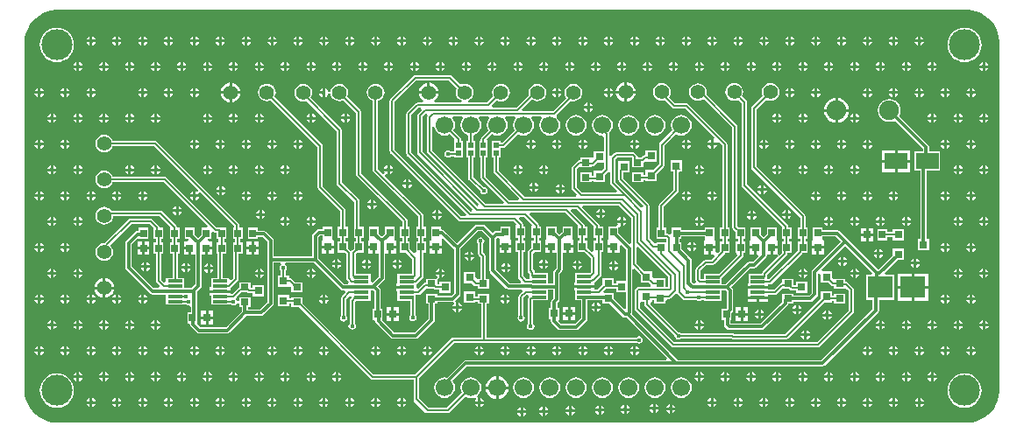
<source format=gbr>
%TF.GenerationSoftware,Altium Limited,Altium Designer,24.8.2 (39)*%
G04 Layer_Physical_Order=1*
G04 Layer_Color=255*
%FSLAX45Y45*%
%MOMM*%
%TF.SameCoordinates,FC40D359-564B-479C-ACF9-AE4C40DE52D9*%
%TF.FilePolarity,Positive*%
%TF.FileFunction,Copper,L1,Top,Signal*%
%TF.Part,Single*%
G01*
G75*
%TA.AperFunction,SMDPad,CuDef*%
%ADD10R,0.80000X0.65000*%
%ADD11R,1.45000X0.30000*%
%ADD12R,0.65000X0.80000*%
%ADD13R,0.80000X0.80000*%
%ADD14R,0.50000X0.50000*%
%ADD15R,2.45000X2.15000*%
%ADD16R,0.80000X0.80000*%
%ADD17R,2.20000X1.60000*%
%TA.AperFunction,Conductor*%
%ADD18C,0.20000*%
%ADD19C,0.30000*%
%TA.AperFunction,ComponentPad*%
%ADD20C,1.40000*%
%TA.AperFunction,ViaPad*%
%ADD21C,3.00000*%
%TA.AperFunction,ComponentPad*%
%ADD22C,1.90000*%
%ADD23C,1.70000*%
%TA.AperFunction,ViaPad*%
%ADD24C,0.40000*%
G36*
X16515228Y6543593D02*
X16555852Y6532709D01*
X16594707Y6516616D01*
X16631129Y6495588D01*
X16664497Y6469986D01*
X16694237Y6440248D01*
X16719839Y6406882D01*
X16740868Y6370460D01*
X16756963Y6331605D01*
X16767847Y6290981D01*
X16773335Y6249284D01*
X16773335Y6228255D01*
X16773335Y2870179D01*
X16773334D01*
X16773335Y2849433D01*
X16767918Y2808297D01*
X16757179Y2768219D01*
X16741302Y2729886D01*
X16720557Y2693953D01*
X16695297Y2661035D01*
X16665959Y2631696D01*
X16633041Y2606438D01*
X16597108Y2585692D01*
X16558775Y2569814D01*
X16518697Y2559075D01*
X16477560Y2553659D01*
X16456815Y2553659D01*
X7678229Y2553660D01*
X7657210Y2553660D01*
X7615534Y2559147D01*
X7574930Y2570026D01*
X7536093Y2586113D01*
X7499689Y2607131D01*
X7466339Y2632721D01*
X7436615Y2662446D01*
X7411025Y2695795D01*
X7390007Y2732200D01*
X7373921Y2771036D01*
X7363041Y2811641D01*
X7357555Y2853317D01*
X7357555Y2874335D01*
X7357556Y6226592D01*
X7357555Y6247729D01*
X7363072Y6289641D01*
X7374013Y6330475D01*
X7390190Y6369531D01*
X7411327Y6406141D01*
X7437061Y6439680D01*
X7466953Y6469572D01*
X7500491Y6495307D01*
X7537102Y6516443D01*
X7576158Y6532620D01*
X7616991Y6543561D01*
X7658903Y6549079D01*
X7680040Y6549078D01*
X16452502Y6549081D01*
Y6549080D01*
X16473531Y6549081D01*
X16515228Y6543593D01*
D02*
G37*
%LPC*%
G36*
X16012701Y6293764D02*
Y6262700D01*
X16043764D01*
X16042766Y6267714D01*
X16032732Y6282732D01*
X16017715Y6292766D01*
X16012701Y6293764D01*
D02*
G37*
G36*
X15987302D02*
X15982286Y6292766D01*
X15967268Y6282732D01*
X15957236Y6267714D01*
X15956236Y6262700D01*
X15987302D01*
Y6293764D01*
D02*
G37*
G36*
X15762701D02*
Y6262700D01*
X15793764D01*
X15792766Y6267714D01*
X15782732Y6282732D01*
X15767715Y6292766D01*
X15762701Y6293764D01*
D02*
G37*
G36*
X15737302D02*
X15732286Y6292766D01*
X15717268Y6282732D01*
X15707236Y6267714D01*
X15706236Y6262700D01*
X15737302D01*
Y6293764D01*
D02*
G37*
G36*
X15512700D02*
Y6262700D01*
X15543764D01*
X15542766Y6267714D01*
X15532732Y6282732D01*
X15517715Y6292766D01*
X15512700Y6293764D01*
D02*
G37*
G36*
X15487300D02*
X15482286Y6292766D01*
X15467268Y6282732D01*
X15457236Y6267714D01*
X15456236Y6262700D01*
X15487300D01*
Y6293764D01*
D02*
G37*
G36*
X15262700D02*
Y6262700D01*
X15293764D01*
X15292766Y6267714D01*
X15282732Y6282732D01*
X15267715Y6292766D01*
X15262700Y6293764D01*
D02*
G37*
G36*
X15237300D02*
X15232286Y6292766D01*
X15217268Y6282732D01*
X15207236Y6267714D01*
X15206236Y6262700D01*
X15237300D01*
Y6293764D01*
D02*
G37*
G36*
X15012700D02*
Y6262700D01*
X15043764D01*
X15042766Y6267714D01*
X15032732Y6282732D01*
X15017715Y6292766D01*
X15012700Y6293764D01*
D02*
G37*
G36*
X14987300D02*
X14982286Y6292766D01*
X14967268Y6282732D01*
X14957234Y6267714D01*
X14956236Y6262700D01*
X14987300D01*
Y6293764D01*
D02*
G37*
G36*
X14762700D02*
Y6262700D01*
X14793764D01*
X14792766Y6267714D01*
X14782732Y6282732D01*
X14767715Y6292766D01*
X14762700Y6293764D01*
D02*
G37*
G36*
X14737300D02*
X14732286Y6292766D01*
X14717268Y6282732D01*
X14707234Y6267714D01*
X14706236Y6262700D01*
X14737300D01*
Y6293764D01*
D02*
G37*
G36*
X14512700D02*
Y6262700D01*
X14543764D01*
X14542766Y6267714D01*
X14532732Y6282732D01*
X14517715Y6292766D01*
X14512700Y6293764D01*
D02*
G37*
G36*
X14487300D02*
X14482286Y6292766D01*
X14467268Y6282732D01*
X14457234Y6267714D01*
X14456236Y6262700D01*
X14487300D01*
Y6293764D01*
D02*
G37*
G36*
X14262700D02*
Y6262700D01*
X14293764D01*
X14292766Y6267714D01*
X14282732Y6282732D01*
X14267715Y6292766D01*
X14262700Y6293764D01*
D02*
G37*
G36*
X14237300D02*
X14232286Y6292766D01*
X14217268Y6282732D01*
X14207234Y6267714D01*
X14206236Y6262700D01*
X14237300D01*
Y6293764D01*
D02*
G37*
G36*
X14012700D02*
Y6262700D01*
X14043764D01*
X14042766Y6267714D01*
X14032732Y6282732D01*
X14017715Y6292766D01*
X14012700Y6293764D01*
D02*
G37*
G36*
X13987300D02*
X13982286Y6292766D01*
X13967268Y6282732D01*
X13957234Y6267714D01*
X13956236Y6262700D01*
X13987300D01*
Y6293764D01*
D02*
G37*
G36*
X13762700D02*
Y6262700D01*
X13793764D01*
X13792766Y6267714D01*
X13782732Y6282732D01*
X13767715Y6292766D01*
X13762700Y6293764D01*
D02*
G37*
G36*
X13737300D02*
X13732286Y6292766D01*
X13717268Y6282732D01*
X13707234Y6267714D01*
X13706236Y6262700D01*
X13737300D01*
Y6293764D01*
D02*
G37*
G36*
X13512700D02*
Y6262700D01*
X13543764D01*
X13542766Y6267714D01*
X13532732Y6282732D01*
X13517715Y6292766D01*
X13512700Y6293764D01*
D02*
G37*
G36*
X13487300D02*
X13482286Y6292766D01*
X13467268Y6282732D01*
X13457234Y6267714D01*
X13456236Y6262700D01*
X13487300D01*
Y6293764D01*
D02*
G37*
G36*
X13262700D02*
Y6262700D01*
X13293764D01*
X13292766Y6267714D01*
X13282732Y6282732D01*
X13267715Y6292766D01*
X13262700Y6293764D01*
D02*
G37*
G36*
X13237300D02*
X13232286Y6292766D01*
X13217268Y6282732D01*
X13207234Y6267714D01*
X13206236Y6262700D01*
X13237300D01*
Y6293764D01*
D02*
G37*
G36*
X13012700D02*
Y6262700D01*
X13043764D01*
X13042766Y6267714D01*
X13032732Y6282732D01*
X13017715Y6292766D01*
X13012700Y6293764D01*
D02*
G37*
G36*
X12987300D02*
X12982286Y6292766D01*
X12967268Y6282732D01*
X12957234Y6267714D01*
X12956236Y6262700D01*
X12987300D01*
Y6293764D01*
D02*
G37*
G36*
X12762700D02*
Y6262700D01*
X12793764D01*
X12792766Y6267714D01*
X12782732Y6282732D01*
X12767715Y6292766D01*
X12762700Y6293764D01*
D02*
G37*
G36*
X12737300D02*
X12732286Y6292766D01*
X12717269Y6282732D01*
X12707234Y6267714D01*
X12706237Y6262700D01*
X12737300D01*
Y6293764D01*
D02*
G37*
G36*
X12512700D02*
Y6262700D01*
X12543764D01*
X12542766Y6267714D01*
X12532732Y6282732D01*
X12517715Y6292766D01*
X12512700Y6293764D01*
D02*
G37*
G36*
X12487300D02*
X12482286Y6292766D01*
X12467269Y6282732D01*
X12457234Y6267714D01*
X12456237Y6262700D01*
X12487300D01*
Y6293764D01*
D02*
G37*
G36*
X12262700D02*
Y6262700D01*
X12293764D01*
X12292766Y6267714D01*
X12282732Y6282732D01*
X12267715Y6292766D01*
X12262700Y6293764D01*
D02*
G37*
G36*
X12237300D02*
X12232286Y6292766D01*
X12217269Y6282732D01*
X12207234Y6267714D01*
X12206237Y6262700D01*
X12237300D01*
Y6293764D01*
D02*
G37*
G36*
X12012700D02*
Y6262700D01*
X12043764D01*
X12042766Y6267714D01*
X12032732Y6282732D01*
X12017715Y6292766D01*
X12012700Y6293764D01*
D02*
G37*
G36*
X11987300D02*
X11982286Y6292766D01*
X11967269Y6282732D01*
X11957234Y6267714D01*
X11956237Y6262700D01*
X11987300D01*
Y6293764D01*
D02*
G37*
G36*
X11762700D02*
Y6262700D01*
X11793764D01*
X11792766Y6267714D01*
X11782732Y6282732D01*
X11767715Y6292766D01*
X11762700Y6293764D01*
D02*
G37*
G36*
X11737300D02*
X11732286Y6292766D01*
X11717269Y6282732D01*
X11707234Y6267714D01*
X11706237Y6262700D01*
X11737300D01*
Y6293764D01*
D02*
G37*
G36*
X11512700D02*
Y6262700D01*
X11543764D01*
X11542766Y6267714D01*
X11532732Y6282732D01*
X11517715Y6292766D01*
X11512700Y6293764D01*
D02*
G37*
G36*
X11487300D02*
X11482286Y6292766D01*
X11467269Y6282732D01*
X11457234Y6267714D01*
X11456237Y6262700D01*
X11487300D01*
Y6293764D01*
D02*
G37*
G36*
X11262700D02*
Y6262700D01*
X11293764D01*
X11292766Y6267714D01*
X11282732Y6282732D01*
X11267715Y6292766D01*
X11262700Y6293764D01*
D02*
G37*
G36*
X11237300D02*
X11232286Y6292766D01*
X11217269Y6282732D01*
X11207234Y6267714D01*
X11206237Y6262700D01*
X11237300D01*
Y6293764D01*
D02*
G37*
G36*
X11012700D02*
Y6262700D01*
X11043764D01*
X11042766Y6267714D01*
X11032732Y6282732D01*
X11017715Y6292766D01*
X11012700Y6293764D01*
D02*
G37*
G36*
X10987300D02*
X10982286Y6292766D01*
X10967269Y6282732D01*
X10957234Y6267714D01*
X10956237Y6262700D01*
X10987300D01*
Y6293764D01*
D02*
G37*
G36*
X10762700D02*
Y6262700D01*
X10793764D01*
X10792766Y6267714D01*
X10782732Y6282732D01*
X10767715Y6292766D01*
X10762700Y6293764D01*
D02*
G37*
G36*
X10737300D02*
X10732286Y6292766D01*
X10717269Y6282732D01*
X10707234Y6267714D01*
X10706237Y6262700D01*
X10737300D01*
Y6293764D01*
D02*
G37*
G36*
X10512700D02*
Y6262700D01*
X10543764D01*
X10542766Y6267714D01*
X10532732Y6282732D01*
X10517715Y6292766D01*
X10512700Y6293764D01*
D02*
G37*
G36*
X10487300D02*
X10482286Y6292766D01*
X10467269Y6282732D01*
X10457234Y6267714D01*
X10456237Y6262700D01*
X10487300D01*
Y6293764D01*
D02*
G37*
G36*
X10262700D02*
Y6262700D01*
X10293764D01*
X10292766Y6267714D01*
X10282732Y6282732D01*
X10267715Y6292766D01*
X10262700Y6293764D01*
D02*
G37*
G36*
X10237300D02*
X10232286Y6292766D01*
X10217269Y6282732D01*
X10207234Y6267714D01*
X10206237Y6262700D01*
X10237300D01*
Y6293764D01*
D02*
G37*
G36*
X10012700D02*
Y6262700D01*
X10043764D01*
X10042766Y6267714D01*
X10032732Y6282732D01*
X10017715Y6292766D01*
X10012700Y6293764D01*
D02*
G37*
G36*
X9987300D02*
X9982286Y6292766D01*
X9967269Y6282732D01*
X9957234Y6267714D01*
X9956237Y6262700D01*
X9987300D01*
Y6293764D01*
D02*
G37*
G36*
X9762700D02*
Y6262700D01*
X9793764D01*
X9792766Y6267714D01*
X9782732Y6282732D01*
X9767715Y6292766D01*
X9762700Y6293764D01*
D02*
G37*
G36*
X9737300D02*
X9732286Y6292766D01*
X9717269Y6282732D01*
X9707234Y6267714D01*
X9706237Y6262700D01*
X9737300D01*
Y6293764D01*
D02*
G37*
G36*
X9512700D02*
Y6262700D01*
X9543764D01*
X9542766Y6267714D01*
X9532732Y6282732D01*
X9517715Y6292766D01*
X9512700Y6293764D01*
D02*
G37*
G36*
X9487300D02*
X9482286Y6292766D01*
X9467269Y6282732D01*
X9457234Y6267714D01*
X9456237Y6262700D01*
X9487300D01*
Y6293764D01*
D02*
G37*
G36*
X9262700D02*
Y6262700D01*
X9293764D01*
X9292766Y6267714D01*
X9282732Y6282732D01*
X9267715Y6292766D01*
X9262700Y6293764D01*
D02*
G37*
G36*
X9237300D02*
X9232286Y6292766D01*
X9217269Y6282732D01*
X9207234Y6267714D01*
X9206237Y6262700D01*
X9237300D01*
Y6293764D01*
D02*
G37*
G36*
X9012700D02*
Y6262700D01*
X9043764D01*
X9042766Y6267714D01*
X9032732Y6282732D01*
X9017715Y6292766D01*
X9012700Y6293764D01*
D02*
G37*
G36*
X8987300D02*
X8982286Y6292766D01*
X8967269Y6282732D01*
X8957234Y6267714D01*
X8956237Y6262700D01*
X8987300D01*
Y6293764D01*
D02*
G37*
G36*
X8762700D02*
Y6262700D01*
X8793764D01*
X8792766Y6267714D01*
X8782732Y6282732D01*
X8767714Y6292766D01*
X8762700Y6293764D01*
D02*
G37*
G36*
X8737300D02*
X8732286Y6292766D01*
X8717269Y6282732D01*
X8707234Y6267714D01*
X8706237Y6262700D01*
X8737300D01*
Y6293764D01*
D02*
G37*
G36*
X8512700D02*
Y6262700D01*
X8543764D01*
X8542766Y6267714D01*
X8532732Y6282732D01*
X8517714Y6292766D01*
X8512700Y6293764D01*
D02*
G37*
G36*
X8487300D02*
X8482286Y6292766D01*
X8467269Y6282732D01*
X8457234Y6267714D01*
X8456237Y6262700D01*
X8487300D01*
Y6293764D01*
D02*
G37*
G36*
X8262700D02*
Y6262700D01*
X8293764D01*
X8292766Y6267714D01*
X8282732Y6282732D01*
X8267714Y6292766D01*
X8262700Y6293764D01*
D02*
G37*
G36*
X8237300D02*
X8232286Y6292766D01*
X8217269Y6282732D01*
X8207234Y6267714D01*
X8206237Y6262700D01*
X8237300D01*
Y6293764D01*
D02*
G37*
G36*
X8012700D02*
Y6262700D01*
X8043764D01*
X8042766Y6267714D01*
X8032732Y6282732D01*
X8017714Y6292766D01*
X8012700Y6293764D01*
D02*
G37*
G36*
X7987300D02*
X7982286Y6292766D01*
X7967269Y6282732D01*
X7957234Y6267714D01*
X7956237Y6262700D01*
X7987300D01*
Y6293764D01*
D02*
G37*
G36*
X16043764Y6237300D02*
X16012701D01*
Y6206237D01*
X16017715Y6207234D01*
X16032732Y6217268D01*
X16042766Y6232286D01*
X16043764Y6237300D01*
D02*
G37*
G36*
X15987302D02*
X15956236D01*
X15957236Y6232286D01*
X15967268Y6217268D01*
X15982286Y6207234D01*
X15987302Y6206237D01*
Y6237300D01*
D02*
G37*
G36*
X15793764D02*
X15762701D01*
Y6206237D01*
X15767715Y6207234D01*
X15782732Y6217268D01*
X15792766Y6232286D01*
X15793764Y6237300D01*
D02*
G37*
G36*
X15737302D02*
X15706236D01*
X15707236Y6232286D01*
X15717268Y6217268D01*
X15732286Y6207234D01*
X15737302Y6206237D01*
Y6237300D01*
D02*
G37*
G36*
X15543764D02*
X15512700D01*
Y6206237D01*
X15517715Y6207234D01*
X15532732Y6217268D01*
X15542766Y6232286D01*
X15543764Y6237300D01*
D02*
G37*
G36*
X15487300D02*
X15456236D01*
X15457236Y6232286D01*
X15467268Y6217268D01*
X15482286Y6207234D01*
X15487300Y6206237D01*
Y6237300D01*
D02*
G37*
G36*
X15293764D02*
X15262700D01*
Y6206237D01*
X15267715Y6207234D01*
X15282732Y6217268D01*
X15292766Y6232286D01*
X15293764Y6237300D01*
D02*
G37*
G36*
X15237300D02*
X15206236D01*
X15207236Y6232286D01*
X15217268Y6217268D01*
X15232286Y6207234D01*
X15237300Y6206237D01*
Y6237300D01*
D02*
G37*
G36*
X15043764D02*
X15012700D01*
Y6206237D01*
X15017715Y6207234D01*
X15032732Y6217268D01*
X15042766Y6232286D01*
X15043764Y6237300D01*
D02*
G37*
G36*
X14987300D02*
X14956236D01*
X14957234Y6232286D01*
X14967268Y6217268D01*
X14982286Y6207234D01*
X14987300Y6206237D01*
Y6237300D01*
D02*
G37*
G36*
X14793764D02*
X14762700D01*
Y6206237D01*
X14767715Y6207234D01*
X14782732Y6217268D01*
X14792766Y6232286D01*
X14793764Y6237300D01*
D02*
G37*
G36*
X14737300D02*
X14706236D01*
X14707234Y6232286D01*
X14717268Y6217268D01*
X14732286Y6207234D01*
X14737300Y6206237D01*
Y6237300D01*
D02*
G37*
G36*
X14543764D02*
X14512700D01*
Y6206237D01*
X14517715Y6207234D01*
X14532732Y6217268D01*
X14542766Y6232286D01*
X14543764Y6237300D01*
D02*
G37*
G36*
X14487300D02*
X14456236D01*
X14457234Y6232286D01*
X14467268Y6217268D01*
X14482286Y6207234D01*
X14487300Y6206237D01*
Y6237300D01*
D02*
G37*
G36*
X14293764D02*
X14262700D01*
Y6206237D01*
X14267715Y6207234D01*
X14282732Y6217268D01*
X14292766Y6232286D01*
X14293764Y6237300D01*
D02*
G37*
G36*
X14237300D02*
X14206236D01*
X14207234Y6232286D01*
X14217268Y6217268D01*
X14232286Y6207234D01*
X14237300Y6206237D01*
Y6237300D01*
D02*
G37*
G36*
X14043764D02*
X14012700D01*
Y6206237D01*
X14017715Y6207234D01*
X14032732Y6217268D01*
X14042766Y6232286D01*
X14043764Y6237300D01*
D02*
G37*
G36*
X13987300D02*
X13956236D01*
X13957234Y6232286D01*
X13967268Y6217268D01*
X13982286Y6207234D01*
X13987300Y6206237D01*
Y6237300D01*
D02*
G37*
G36*
X13793764D02*
X13762700D01*
Y6206237D01*
X13767715Y6207234D01*
X13782732Y6217268D01*
X13792766Y6232286D01*
X13793764Y6237300D01*
D02*
G37*
G36*
X13737300D02*
X13706236D01*
X13707234Y6232286D01*
X13717268Y6217268D01*
X13732286Y6207234D01*
X13737300Y6206237D01*
Y6237300D01*
D02*
G37*
G36*
X13543764D02*
X13512700D01*
Y6206237D01*
X13517715Y6207234D01*
X13532732Y6217268D01*
X13542766Y6232286D01*
X13543764Y6237300D01*
D02*
G37*
G36*
X13487300D02*
X13456236D01*
X13457234Y6232286D01*
X13467268Y6217268D01*
X13482286Y6207234D01*
X13487300Y6206237D01*
Y6237300D01*
D02*
G37*
G36*
X13293764D02*
X13262700D01*
Y6206237D01*
X13267715Y6207234D01*
X13282732Y6217268D01*
X13292766Y6232286D01*
X13293764Y6237300D01*
D02*
G37*
G36*
X13237300D02*
X13206236D01*
X13207234Y6232286D01*
X13217268Y6217268D01*
X13232286Y6207234D01*
X13237300Y6206237D01*
Y6237300D01*
D02*
G37*
G36*
X13043764D02*
X13012700D01*
Y6206237D01*
X13017715Y6207234D01*
X13032732Y6217268D01*
X13042766Y6232286D01*
X13043764Y6237300D01*
D02*
G37*
G36*
X12987300D02*
X12956236D01*
X12957234Y6232286D01*
X12967268Y6217268D01*
X12982286Y6207234D01*
X12987300Y6206237D01*
Y6237300D01*
D02*
G37*
G36*
X12793764D02*
X12762700D01*
Y6206237D01*
X12767715Y6207234D01*
X12782732Y6217268D01*
X12792766Y6232286D01*
X12793764Y6237300D01*
D02*
G37*
G36*
X12737300D02*
X12706237D01*
X12707234Y6232286D01*
X12717269Y6217268D01*
X12732286Y6207234D01*
X12737300Y6206237D01*
Y6237300D01*
D02*
G37*
G36*
X12543764D02*
X12512700D01*
Y6206237D01*
X12517715Y6207234D01*
X12532732Y6217268D01*
X12542766Y6232286D01*
X12543764Y6237300D01*
D02*
G37*
G36*
X12487300D02*
X12456237D01*
X12457234Y6232286D01*
X12467269Y6217268D01*
X12482286Y6207234D01*
X12487300Y6206237D01*
Y6237300D01*
D02*
G37*
G36*
X12293764D02*
X12262700D01*
Y6206237D01*
X12267715Y6207234D01*
X12282732Y6217268D01*
X12292766Y6232286D01*
X12293764Y6237300D01*
D02*
G37*
G36*
X12237300D02*
X12206237D01*
X12207234Y6232286D01*
X12217269Y6217268D01*
X12232286Y6207234D01*
X12237300Y6206237D01*
Y6237300D01*
D02*
G37*
G36*
X12043764D02*
X12012700D01*
Y6206237D01*
X12017715Y6207234D01*
X12032732Y6217268D01*
X12042766Y6232286D01*
X12043764Y6237300D01*
D02*
G37*
G36*
X11987300D02*
X11956237D01*
X11957234Y6232286D01*
X11967269Y6217268D01*
X11982286Y6207234D01*
X11987300Y6206237D01*
Y6237300D01*
D02*
G37*
G36*
X11793764D02*
X11762700D01*
Y6206237D01*
X11767715Y6207234D01*
X11782732Y6217268D01*
X11792766Y6232286D01*
X11793764Y6237300D01*
D02*
G37*
G36*
X11737300D02*
X11706237D01*
X11707234Y6232286D01*
X11717269Y6217268D01*
X11732286Y6207234D01*
X11737300Y6206237D01*
Y6237300D01*
D02*
G37*
G36*
X11543764D02*
X11512700D01*
Y6206237D01*
X11517715Y6207234D01*
X11532732Y6217268D01*
X11542766Y6232286D01*
X11543764Y6237300D01*
D02*
G37*
G36*
X11487300D02*
X11456237D01*
X11457234Y6232286D01*
X11467269Y6217268D01*
X11482286Y6207234D01*
X11487300Y6206237D01*
Y6237300D01*
D02*
G37*
G36*
X11293764D02*
X11262700D01*
Y6206237D01*
X11267715Y6207234D01*
X11282732Y6217268D01*
X11292766Y6232286D01*
X11293764Y6237300D01*
D02*
G37*
G36*
X11237300D02*
X11206237D01*
X11207234Y6232286D01*
X11217269Y6217268D01*
X11232286Y6207234D01*
X11237300Y6206237D01*
Y6237300D01*
D02*
G37*
G36*
X11043764D02*
X11012700D01*
Y6206237D01*
X11017715Y6207234D01*
X11032732Y6217268D01*
X11042766Y6232286D01*
X11043764Y6237300D01*
D02*
G37*
G36*
X10987300D02*
X10956237D01*
X10957234Y6232286D01*
X10967269Y6217268D01*
X10982286Y6207234D01*
X10987300Y6206237D01*
Y6237300D01*
D02*
G37*
G36*
X10793764D02*
X10762700D01*
Y6206237D01*
X10767715Y6207234D01*
X10782732Y6217268D01*
X10792766Y6232286D01*
X10793764Y6237300D01*
D02*
G37*
G36*
X10737300D02*
X10706237D01*
X10707234Y6232286D01*
X10717269Y6217268D01*
X10732286Y6207234D01*
X10737300Y6206237D01*
Y6237300D01*
D02*
G37*
G36*
X10543764D02*
X10512700D01*
Y6206237D01*
X10517715Y6207234D01*
X10532732Y6217268D01*
X10542766Y6232286D01*
X10543764Y6237300D01*
D02*
G37*
G36*
X10487300D02*
X10456237D01*
X10457234Y6232286D01*
X10467269Y6217268D01*
X10482286Y6207234D01*
X10487300Y6206237D01*
Y6237300D01*
D02*
G37*
G36*
X10293764D02*
X10262700D01*
Y6206237D01*
X10267715Y6207234D01*
X10282732Y6217268D01*
X10292766Y6232286D01*
X10293764Y6237300D01*
D02*
G37*
G36*
X10237300D02*
X10206237D01*
X10207234Y6232286D01*
X10217269Y6217268D01*
X10232286Y6207234D01*
X10237300Y6206237D01*
Y6237300D01*
D02*
G37*
G36*
X10043764D02*
X10012700D01*
Y6206237D01*
X10017715Y6207234D01*
X10032732Y6217268D01*
X10042766Y6232286D01*
X10043764Y6237300D01*
D02*
G37*
G36*
X9987300D02*
X9956237D01*
X9957234Y6232286D01*
X9967269Y6217268D01*
X9982286Y6207234D01*
X9987300Y6206237D01*
Y6237300D01*
D02*
G37*
G36*
X9793764D02*
X9762700D01*
Y6206237D01*
X9767715Y6207234D01*
X9782732Y6217268D01*
X9792766Y6232286D01*
X9793764Y6237300D01*
D02*
G37*
G36*
X9737300D02*
X9706237D01*
X9707234Y6232286D01*
X9717269Y6217268D01*
X9732286Y6207234D01*
X9737300Y6206237D01*
Y6237300D01*
D02*
G37*
G36*
X9543764D02*
X9512700D01*
Y6206237D01*
X9517715Y6207234D01*
X9532732Y6217268D01*
X9542766Y6232286D01*
X9543764Y6237300D01*
D02*
G37*
G36*
X9487300D02*
X9456237D01*
X9457234Y6232286D01*
X9467269Y6217268D01*
X9482286Y6207234D01*
X9487300Y6206237D01*
Y6237300D01*
D02*
G37*
G36*
X9293764D02*
X9262700D01*
Y6206237D01*
X9267715Y6207234D01*
X9282732Y6217268D01*
X9292766Y6232286D01*
X9293764Y6237300D01*
D02*
G37*
G36*
X9237300D02*
X9206237D01*
X9207234Y6232286D01*
X9217269Y6217268D01*
X9232286Y6207234D01*
X9237300Y6206237D01*
Y6237300D01*
D02*
G37*
G36*
X9043764D02*
X9012700D01*
Y6206237D01*
X9017715Y6207234D01*
X9032732Y6217268D01*
X9042766Y6232286D01*
X9043764Y6237300D01*
D02*
G37*
G36*
X8987300D02*
X8956237D01*
X8957234Y6232286D01*
X8967269Y6217268D01*
X8982286Y6207234D01*
X8987300Y6206237D01*
Y6237300D01*
D02*
G37*
G36*
X8793764D02*
X8762700D01*
Y6206237D01*
X8767714Y6207234D01*
X8782732Y6217268D01*
X8792766Y6232286D01*
X8793764Y6237300D01*
D02*
G37*
G36*
X8737300D02*
X8706237D01*
X8707234Y6232286D01*
X8717269Y6217268D01*
X8732286Y6207234D01*
X8737300Y6206237D01*
Y6237300D01*
D02*
G37*
G36*
X8543764D02*
X8512700D01*
Y6206237D01*
X8517714Y6207234D01*
X8532732Y6217268D01*
X8542766Y6232286D01*
X8543764Y6237300D01*
D02*
G37*
G36*
X8487300D02*
X8456237D01*
X8457234Y6232286D01*
X8467269Y6217268D01*
X8482286Y6207234D01*
X8487300Y6206237D01*
Y6237300D01*
D02*
G37*
G36*
X8293764D02*
X8262700D01*
Y6206237D01*
X8267714Y6207234D01*
X8282732Y6217268D01*
X8292766Y6232286D01*
X8293764Y6237300D01*
D02*
G37*
G36*
X8237300D02*
X8206237D01*
X8207234Y6232286D01*
X8217269Y6217268D01*
X8232286Y6207234D01*
X8237300Y6206237D01*
Y6237300D01*
D02*
G37*
G36*
X8043764D02*
X8012700D01*
Y6206237D01*
X8017714Y6207234D01*
X8032732Y6217268D01*
X8042766Y6232286D01*
X8043764Y6237300D01*
D02*
G37*
G36*
X7987300D02*
X7956237D01*
X7957234Y6232286D01*
X7967269Y6217268D01*
X7982286Y6207234D01*
X7987300Y6206237D01*
Y6237300D01*
D02*
G37*
G36*
X7670800Y6376098D02*
X7638454Y6372913D01*
X7607352Y6363477D01*
X7578687Y6348156D01*
X7553563Y6327537D01*
X7532944Y6302413D01*
X7517623Y6273748D01*
X7508187Y6242646D01*
X7505002Y6210300D01*
X7508187Y6177954D01*
X7517623Y6146852D01*
X7532944Y6118187D01*
X7553563Y6093063D01*
X7578687Y6072444D01*
X7607352Y6057123D01*
X7638454Y6047687D01*
X7670800Y6044502D01*
X7703146Y6047687D01*
X7734248Y6057123D01*
X7762913Y6072444D01*
X7788037Y6093063D01*
X7808656Y6118187D01*
X7823977Y6146852D01*
X7833413Y6177954D01*
X7836598Y6210300D01*
X7833413Y6242646D01*
X7823977Y6273748D01*
X7808656Y6302413D01*
X7788037Y6327537D01*
X7762913Y6348156D01*
X7734248Y6363477D01*
X7703146Y6372913D01*
X7670800Y6376098D01*
D02*
G37*
G36*
X16437500Y6375798D02*
X16405154Y6372613D01*
X16374052Y6363178D01*
X16345387Y6347856D01*
X16320264Y6327237D01*
X16299644Y6302113D01*
X16284323Y6273448D01*
X16274887Y6242346D01*
X16271703Y6210000D01*
X16274887Y6177654D01*
X16284323Y6146552D01*
X16299644Y6117887D01*
X16320264Y6092763D01*
X16345387Y6072144D01*
X16374052Y6056823D01*
X16405154Y6047387D01*
X16437500Y6044202D01*
X16469846Y6047387D01*
X16500948Y6056823D01*
X16529613Y6072144D01*
X16554736Y6092763D01*
X16575356Y6117887D01*
X16590678Y6146552D01*
X16600113Y6177654D01*
X16603297Y6210000D01*
X16600113Y6242346D01*
X16590678Y6273448D01*
X16575356Y6302113D01*
X16554736Y6327237D01*
X16529613Y6347856D01*
X16500948Y6363178D01*
X16469846Y6372613D01*
X16437500Y6375798D01*
D02*
G37*
G36*
X16637701Y6043764D02*
Y6012700D01*
X16668764D01*
X16667767Y6017714D01*
X16657732Y6032732D01*
X16642715Y6042766D01*
X16637701Y6043764D01*
D02*
G37*
G36*
X16612302D02*
X16607286Y6042766D01*
X16592268Y6032732D01*
X16582236Y6017714D01*
X16581236Y6012700D01*
X16612302D01*
Y6043764D01*
D02*
G37*
G36*
X16137701D02*
Y6012700D01*
X16168764D01*
X16167766Y6017714D01*
X16157732Y6032732D01*
X16142715Y6042766D01*
X16137701Y6043764D01*
D02*
G37*
G36*
X16112302D02*
X16107286Y6042766D01*
X16092268Y6032732D01*
X16082236Y6017714D01*
X16081236Y6012700D01*
X16112302D01*
Y6043764D01*
D02*
G37*
G36*
X15887701D02*
Y6012700D01*
X15918764D01*
X15917766Y6017714D01*
X15907732Y6032732D01*
X15892715Y6042766D01*
X15887701Y6043764D01*
D02*
G37*
G36*
X15862302D02*
X15857286Y6042766D01*
X15842268Y6032732D01*
X15832236Y6017714D01*
X15831236Y6012700D01*
X15862302D01*
Y6043764D01*
D02*
G37*
G36*
X15637700D02*
Y6012700D01*
X15668764D01*
X15667766Y6017714D01*
X15657732Y6032732D01*
X15642715Y6042766D01*
X15637700Y6043764D01*
D02*
G37*
G36*
X15612302D02*
X15607286Y6042766D01*
X15592268Y6032732D01*
X15582236Y6017714D01*
X15581236Y6012700D01*
X15612302D01*
Y6043764D01*
D02*
G37*
G36*
X15387700D02*
Y6012700D01*
X15418764D01*
X15417766Y6017714D01*
X15407732Y6032732D01*
X15392715Y6042766D01*
X15387700Y6043764D01*
D02*
G37*
G36*
X15362300D02*
X15357286Y6042766D01*
X15342268Y6032732D01*
X15332236Y6017714D01*
X15331236Y6012700D01*
X15362300D01*
Y6043764D01*
D02*
G37*
G36*
X15137700D02*
Y6012700D01*
X15168764D01*
X15167766Y6017714D01*
X15157732Y6032732D01*
X15142715Y6042766D01*
X15137700Y6043764D01*
D02*
G37*
G36*
X15112300D02*
X15107286Y6042766D01*
X15092268Y6032732D01*
X15082236Y6017714D01*
X15081236Y6012700D01*
X15112300D01*
Y6043764D01*
D02*
G37*
G36*
X14887700D02*
Y6012700D01*
X14918764D01*
X14917766Y6017714D01*
X14907732Y6032732D01*
X14892715Y6042766D01*
X14887700Y6043764D01*
D02*
G37*
G36*
X14862300D02*
X14857286Y6042766D01*
X14842268Y6032732D01*
X14832234Y6017714D01*
X14831236Y6012700D01*
X14862300D01*
Y6043764D01*
D02*
G37*
G36*
X14637700D02*
Y6012700D01*
X14668764D01*
X14667766Y6017714D01*
X14657732Y6032732D01*
X14642715Y6042766D01*
X14637700Y6043764D01*
D02*
G37*
G36*
X14612300D02*
X14607286Y6042766D01*
X14592268Y6032732D01*
X14582234Y6017714D01*
X14581236Y6012700D01*
X14612300D01*
Y6043764D01*
D02*
G37*
G36*
X14387700D02*
Y6012700D01*
X14418764D01*
X14417766Y6017714D01*
X14407732Y6032732D01*
X14392715Y6042766D01*
X14387700Y6043764D01*
D02*
G37*
G36*
X14362300D02*
X14357286Y6042766D01*
X14342268Y6032732D01*
X14332234Y6017714D01*
X14331236Y6012700D01*
X14362300D01*
Y6043764D01*
D02*
G37*
G36*
X14137700D02*
Y6012700D01*
X14168764D01*
X14167766Y6017714D01*
X14157732Y6032732D01*
X14142715Y6042766D01*
X14137700Y6043764D01*
D02*
G37*
G36*
X14112300D02*
X14107286Y6042766D01*
X14092268Y6032732D01*
X14082234Y6017714D01*
X14081236Y6012700D01*
X14112300D01*
Y6043764D01*
D02*
G37*
G36*
X13887700D02*
Y6012700D01*
X13918764D01*
X13917766Y6017714D01*
X13907732Y6032732D01*
X13892715Y6042766D01*
X13887700Y6043764D01*
D02*
G37*
G36*
X13862300D02*
X13857286Y6042766D01*
X13842268Y6032732D01*
X13832234Y6017714D01*
X13831236Y6012700D01*
X13862300D01*
Y6043764D01*
D02*
G37*
G36*
X13637700D02*
Y6012700D01*
X13668764D01*
X13667766Y6017714D01*
X13657732Y6032732D01*
X13642715Y6042766D01*
X13637700Y6043764D01*
D02*
G37*
G36*
X13612300D02*
X13607286Y6042766D01*
X13592268Y6032732D01*
X13582234Y6017714D01*
X13581236Y6012700D01*
X13612300D01*
Y6043764D01*
D02*
G37*
G36*
X13387700D02*
Y6012700D01*
X13418764D01*
X13417766Y6017714D01*
X13407732Y6032732D01*
X13392715Y6042766D01*
X13387700Y6043764D01*
D02*
G37*
G36*
X13362300D02*
X13357286Y6042766D01*
X13342268Y6032732D01*
X13332234Y6017714D01*
X13331236Y6012700D01*
X13362300D01*
Y6043764D01*
D02*
G37*
G36*
X13137700D02*
Y6012700D01*
X13168764D01*
X13167766Y6017714D01*
X13157732Y6032732D01*
X13142715Y6042766D01*
X13137700Y6043764D01*
D02*
G37*
G36*
X13112300D02*
X13107286Y6042766D01*
X13092268Y6032732D01*
X13082234Y6017714D01*
X13081236Y6012700D01*
X13112300D01*
Y6043764D01*
D02*
G37*
G36*
X12887700D02*
Y6012700D01*
X12918764D01*
X12917766Y6017714D01*
X12907732Y6032732D01*
X12892715Y6042766D01*
X12887700Y6043764D01*
D02*
G37*
G36*
X12862300D02*
X12857286Y6042766D01*
X12842268Y6032732D01*
X12832234Y6017714D01*
X12831236Y6012700D01*
X12862300D01*
Y6043764D01*
D02*
G37*
G36*
X12637700D02*
Y6012700D01*
X12668764D01*
X12667766Y6017714D01*
X12657732Y6032732D01*
X12642715Y6042766D01*
X12637700Y6043764D01*
D02*
G37*
G36*
X12612300D02*
X12607286Y6042766D01*
X12592269Y6032732D01*
X12582234Y6017714D01*
X12581237Y6012700D01*
X12612300D01*
Y6043764D01*
D02*
G37*
G36*
X12387700D02*
Y6012700D01*
X12418764D01*
X12417766Y6017714D01*
X12407732Y6032732D01*
X12392715Y6042766D01*
X12387700Y6043764D01*
D02*
G37*
G36*
X12362300D02*
X12357286Y6042766D01*
X12342269Y6032732D01*
X12332234Y6017714D01*
X12331237Y6012700D01*
X12362300D01*
Y6043764D01*
D02*
G37*
G36*
X12137700D02*
Y6012700D01*
X12168764D01*
X12167766Y6017714D01*
X12157732Y6032732D01*
X12142715Y6042766D01*
X12137700Y6043764D01*
D02*
G37*
G36*
X12112300D02*
X12107286Y6042766D01*
X12092269Y6032732D01*
X12082234Y6017714D01*
X12081237Y6012700D01*
X12112300D01*
Y6043764D01*
D02*
G37*
G36*
X11887700D02*
Y6012700D01*
X11918764D01*
X11917766Y6017714D01*
X11907732Y6032732D01*
X11892715Y6042766D01*
X11887700Y6043764D01*
D02*
G37*
G36*
X11862300D02*
X11857286Y6042766D01*
X11842269Y6032732D01*
X11832234Y6017714D01*
X11831237Y6012700D01*
X11862300D01*
Y6043764D01*
D02*
G37*
G36*
X11637700D02*
Y6012700D01*
X11668764D01*
X11667766Y6017714D01*
X11657732Y6032732D01*
X11642715Y6042766D01*
X11637700Y6043764D01*
D02*
G37*
G36*
X11612300D02*
X11607286Y6042766D01*
X11592269Y6032732D01*
X11582234Y6017714D01*
X11581237Y6012700D01*
X11612300D01*
Y6043764D01*
D02*
G37*
G36*
X11387700D02*
Y6012700D01*
X11418764D01*
X11417766Y6017714D01*
X11407732Y6032732D01*
X11392715Y6042766D01*
X11387700Y6043764D01*
D02*
G37*
G36*
X11362300D02*
X11357286Y6042766D01*
X11342269Y6032732D01*
X11332234Y6017714D01*
X11331237Y6012700D01*
X11362300D01*
Y6043764D01*
D02*
G37*
G36*
X11137700D02*
Y6012700D01*
X11168764D01*
X11167766Y6017714D01*
X11157732Y6032732D01*
X11142715Y6042766D01*
X11137700Y6043764D01*
D02*
G37*
G36*
X11112300D02*
X11107286Y6042766D01*
X11092269Y6032732D01*
X11082234Y6017714D01*
X11081237Y6012700D01*
X11112300D01*
Y6043764D01*
D02*
G37*
G36*
X10887700D02*
Y6012700D01*
X10918764D01*
X10917766Y6017714D01*
X10907732Y6032732D01*
X10892715Y6042766D01*
X10887700Y6043764D01*
D02*
G37*
G36*
X10862300D02*
X10857286Y6042766D01*
X10842269Y6032732D01*
X10832234Y6017714D01*
X10831237Y6012700D01*
X10862300D01*
Y6043764D01*
D02*
G37*
G36*
X10637700D02*
Y6012700D01*
X10668764D01*
X10667766Y6017714D01*
X10657732Y6032732D01*
X10642715Y6042766D01*
X10637700Y6043764D01*
D02*
G37*
G36*
X10612300D02*
X10607286Y6042766D01*
X10592269Y6032732D01*
X10582234Y6017714D01*
X10581237Y6012700D01*
X10612300D01*
Y6043764D01*
D02*
G37*
G36*
X10387700D02*
Y6012700D01*
X10418764D01*
X10417766Y6017714D01*
X10407732Y6032732D01*
X10392715Y6042766D01*
X10387700Y6043764D01*
D02*
G37*
G36*
X10362300D02*
X10357286Y6042766D01*
X10342269Y6032732D01*
X10332234Y6017714D01*
X10331237Y6012700D01*
X10362300D01*
Y6043764D01*
D02*
G37*
G36*
X10137700D02*
Y6012700D01*
X10168764D01*
X10167766Y6017714D01*
X10157732Y6032732D01*
X10142715Y6042766D01*
X10137700Y6043764D01*
D02*
G37*
G36*
X10112300D02*
X10107286Y6042766D01*
X10092269Y6032732D01*
X10082234Y6017714D01*
X10081237Y6012700D01*
X10112300D01*
Y6043764D01*
D02*
G37*
G36*
X9887700D02*
Y6012700D01*
X9918764D01*
X9917766Y6017714D01*
X9907732Y6032732D01*
X9892715Y6042766D01*
X9887700Y6043764D01*
D02*
G37*
G36*
X9862300D02*
X9857286Y6042766D01*
X9842269Y6032732D01*
X9832234Y6017714D01*
X9831237Y6012700D01*
X9862300D01*
Y6043764D01*
D02*
G37*
G36*
X9637700D02*
Y6012700D01*
X9668764D01*
X9667766Y6017714D01*
X9657732Y6032732D01*
X9642715Y6042766D01*
X9637700Y6043764D01*
D02*
G37*
G36*
X9612300D02*
X9607286Y6042766D01*
X9592269Y6032732D01*
X9582234Y6017714D01*
X9581237Y6012700D01*
X9612300D01*
Y6043764D01*
D02*
G37*
G36*
X9387700D02*
Y6012700D01*
X9418764D01*
X9417766Y6017714D01*
X9407732Y6032732D01*
X9392715Y6042766D01*
X9387700Y6043764D01*
D02*
G37*
G36*
X9362300D02*
X9357286Y6042766D01*
X9342269Y6032732D01*
X9332234Y6017714D01*
X9331237Y6012700D01*
X9362300D01*
Y6043764D01*
D02*
G37*
G36*
X9137700D02*
Y6012700D01*
X9168764D01*
X9167766Y6017714D01*
X9157732Y6032732D01*
X9142715Y6042766D01*
X9137700Y6043764D01*
D02*
G37*
G36*
X9112300D02*
X9107286Y6042766D01*
X9092269Y6032732D01*
X9082234Y6017714D01*
X9081237Y6012700D01*
X9112300D01*
Y6043764D01*
D02*
G37*
G36*
X8887700D02*
Y6012700D01*
X8918764D01*
X8917766Y6017714D01*
X8907732Y6032732D01*
X8892714Y6042766D01*
X8887700Y6043764D01*
D02*
G37*
G36*
X8862300D02*
X8857286Y6042766D01*
X8842269Y6032732D01*
X8832234Y6017714D01*
X8831237Y6012700D01*
X8862300D01*
Y6043764D01*
D02*
G37*
G36*
X8637700D02*
Y6012700D01*
X8668764D01*
X8667766Y6017714D01*
X8657732Y6032732D01*
X8642714Y6042766D01*
X8637700Y6043764D01*
D02*
G37*
G36*
X8612300D02*
X8607286Y6042766D01*
X8592269Y6032732D01*
X8582234Y6017714D01*
X8581237Y6012700D01*
X8612300D01*
Y6043764D01*
D02*
G37*
G36*
X8387700D02*
Y6012700D01*
X8418764D01*
X8417766Y6017714D01*
X8407732Y6032732D01*
X8392714Y6042766D01*
X8387700Y6043764D01*
D02*
G37*
G36*
X8362300D02*
X8357286Y6042766D01*
X8342269Y6032732D01*
X8332234Y6017714D01*
X8331237Y6012700D01*
X8362300D01*
Y6043764D01*
D02*
G37*
G36*
X8137700D02*
Y6012700D01*
X8168764D01*
X8167766Y6017714D01*
X8157732Y6032732D01*
X8142714Y6042766D01*
X8137700Y6043764D01*
D02*
G37*
G36*
X8112300D02*
X8107286Y6042766D01*
X8092269Y6032732D01*
X8082234Y6017714D01*
X8081237Y6012700D01*
X8112300D01*
Y6043764D01*
D02*
G37*
G36*
X7887700D02*
Y6012700D01*
X7918764D01*
X7917766Y6017714D01*
X7907732Y6032732D01*
X7892714Y6042766D01*
X7887700Y6043764D01*
D02*
G37*
G36*
X7862300D02*
X7857286Y6042766D01*
X7842269Y6032732D01*
X7832234Y6017714D01*
X7831237Y6012700D01*
X7862300D01*
Y6043764D01*
D02*
G37*
G36*
X16668764Y5987300D02*
X16637701D01*
Y5956237D01*
X16642715Y5957234D01*
X16657732Y5967268D01*
X16667767Y5982286D01*
X16668764Y5987300D01*
D02*
G37*
G36*
X16612302D02*
X16581236D01*
X16582236Y5982286D01*
X16592268Y5967268D01*
X16607286Y5957234D01*
X16612302Y5956237D01*
Y5987300D01*
D02*
G37*
G36*
X16168764D02*
X16137701D01*
Y5956237D01*
X16142715Y5957234D01*
X16157732Y5967268D01*
X16167766Y5982286D01*
X16168764Y5987300D01*
D02*
G37*
G36*
X16112302D02*
X16081236D01*
X16082236Y5982286D01*
X16092268Y5967268D01*
X16107286Y5957234D01*
X16112302Y5956237D01*
Y5987300D01*
D02*
G37*
G36*
X15918764D02*
X15887701D01*
Y5956237D01*
X15892715Y5957234D01*
X15907732Y5967268D01*
X15917766Y5982286D01*
X15918764Y5987300D01*
D02*
G37*
G36*
X15862302D02*
X15831236D01*
X15832236Y5982286D01*
X15842268Y5967268D01*
X15857286Y5957234D01*
X15862302Y5956237D01*
Y5987300D01*
D02*
G37*
G36*
X15668764D02*
X15637700D01*
Y5956237D01*
X15642715Y5957234D01*
X15657732Y5967268D01*
X15667766Y5982286D01*
X15668764Y5987300D01*
D02*
G37*
G36*
X15612302D02*
X15581236D01*
X15582236Y5982286D01*
X15592268Y5967268D01*
X15607286Y5957234D01*
X15612302Y5956237D01*
Y5987300D01*
D02*
G37*
G36*
X15418764D02*
X15387700D01*
Y5956237D01*
X15392715Y5957234D01*
X15407732Y5967268D01*
X15417766Y5982286D01*
X15418764Y5987300D01*
D02*
G37*
G36*
X15362300D02*
X15331236D01*
X15332236Y5982286D01*
X15342268Y5967268D01*
X15357286Y5957234D01*
X15362300Y5956237D01*
Y5987300D01*
D02*
G37*
G36*
X15168764D02*
X15137700D01*
Y5956237D01*
X15142715Y5957234D01*
X15157732Y5967268D01*
X15167766Y5982286D01*
X15168764Y5987300D01*
D02*
G37*
G36*
X15112300D02*
X15081236D01*
X15082236Y5982286D01*
X15092268Y5967268D01*
X15107286Y5957234D01*
X15112300Y5956237D01*
Y5987300D01*
D02*
G37*
G36*
X14918764D02*
X14887700D01*
Y5956237D01*
X14892715Y5957234D01*
X14907732Y5967268D01*
X14917766Y5982286D01*
X14918764Y5987300D01*
D02*
G37*
G36*
X14862300D02*
X14831236D01*
X14832234Y5982286D01*
X14842268Y5967268D01*
X14857286Y5957234D01*
X14862300Y5956237D01*
Y5987300D01*
D02*
G37*
G36*
X14668764D02*
X14637700D01*
Y5956237D01*
X14642715Y5957234D01*
X14657732Y5967268D01*
X14667766Y5982286D01*
X14668764Y5987300D01*
D02*
G37*
G36*
X14612300D02*
X14581236D01*
X14582234Y5982286D01*
X14592268Y5967268D01*
X14607286Y5957234D01*
X14612300Y5956237D01*
Y5987300D01*
D02*
G37*
G36*
X14418764D02*
X14387700D01*
Y5956237D01*
X14392715Y5957234D01*
X14407732Y5967268D01*
X14417766Y5982286D01*
X14418764Y5987300D01*
D02*
G37*
G36*
X14362300D02*
X14331236D01*
X14332234Y5982286D01*
X14342268Y5967268D01*
X14357286Y5957234D01*
X14362300Y5956237D01*
Y5987300D01*
D02*
G37*
G36*
X14168764D02*
X14137700D01*
Y5956237D01*
X14142715Y5957234D01*
X14157732Y5967268D01*
X14167766Y5982286D01*
X14168764Y5987300D01*
D02*
G37*
G36*
X14112300D02*
X14081236D01*
X14082234Y5982286D01*
X14092268Y5967268D01*
X14107286Y5957234D01*
X14112300Y5956237D01*
Y5987300D01*
D02*
G37*
G36*
X13918764D02*
X13887700D01*
Y5956237D01*
X13892715Y5957234D01*
X13907732Y5967268D01*
X13917766Y5982286D01*
X13918764Y5987300D01*
D02*
G37*
G36*
X13862300D02*
X13831236D01*
X13832234Y5982286D01*
X13842268Y5967268D01*
X13857286Y5957234D01*
X13862300Y5956237D01*
Y5987300D01*
D02*
G37*
G36*
X13668764D02*
X13637700D01*
Y5956237D01*
X13642715Y5957234D01*
X13657732Y5967268D01*
X13667766Y5982286D01*
X13668764Y5987300D01*
D02*
G37*
G36*
X13612300D02*
X13581236D01*
X13582234Y5982286D01*
X13592268Y5967268D01*
X13607286Y5957234D01*
X13612300Y5956237D01*
Y5987300D01*
D02*
G37*
G36*
X13418764D02*
X13387700D01*
Y5956237D01*
X13392715Y5957234D01*
X13407732Y5967268D01*
X13417766Y5982286D01*
X13418764Y5987300D01*
D02*
G37*
G36*
X13362300D02*
X13331236D01*
X13332234Y5982286D01*
X13342268Y5967268D01*
X13357286Y5957234D01*
X13362300Y5956237D01*
Y5987300D01*
D02*
G37*
G36*
X13168764D02*
X13137700D01*
Y5956237D01*
X13142715Y5957234D01*
X13157732Y5967268D01*
X13167766Y5982286D01*
X13168764Y5987300D01*
D02*
G37*
G36*
X13112300D02*
X13081236D01*
X13082234Y5982286D01*
X13092268Y5967268D01*
X13107286Y5957234D01*
X13112300Y5956237D01*
Y5987300D01*
D02*
G37*
G36*
X12918764D02*
X12887700D01*
Y5956237D01*
X12892715Y5957234D01*
X12907732Y5967268D01*
X12917766Y5982286D01*
X12918764Y5987300D01*
D02*
G37*
G36*
X12862300D02*
X12831236D01*
X12832234Y5982286D01*
X12842268Y5967268D01*
X12857286Y5957234D01*
X12862300Y5956237D01*
Y5987300D01*
D02*
G37*
G36*
X12668764D02*
X12637700D01*
Y5956237D01*
X12642715Y5957234D01*
X12657732Y5967268D01*
X12667766Y5982286D01*
X12668764Y5987300D01*
D02*
G37*
G36*
X12612300D02*
X12581237D01*
X12582234Y5982286D01*
X12592269Y5967268D01*
X12607286Y5957234D01*
X12612300Y5956237D01*
Y5987300D01*
D02*
G37*
G36*
X12418764D02*
X12387700D01*
Y5956237D01*
X12392715Y5957234D01*
X12407732Y5967268D01*
X12417766Y5982286D01*
X12418764Y5987300D01*
D02*
G37*
G36*
X12362300D02*
X12331237D01*
X12332234Y5982286D01*
X12342269Y5967268D01*
X12357286Y5957234D01*
X12362300Y5956237D01*
Y5987300D01*
D02*
G37*
G36*
X12168764D02*
X12137700D01*
Y5956237D01*
X12142715Y5957234D01*
X12157732Y5967268D01*
X12167766Y5982286D01*
X12168764Y5987300D01*
D02*
G37*
G36*
X12112300D02*
X12081237D01*
X12082234Y5982286D01*
X12092269Y5967268D01*
X12107286Y5957234D01*
X12112300Y5956237D01*
Y5987300D01*
D02*
G37*
G36*
X11918764D02*
X11887700D01*
Y5956237D01*
X11892715Y5957234D01*
X11907732Y5967268D01*
X11917766Y5982286D01*
X11918764Y5987300D01*
D02*
G37*
G36*
X11862300D02*
X11831237D01*
X11832234Y5982286D01*
X11842269Y5967268D01*
X11857286Y5957234D01*
X11862300Y5956237D01*
Y5987300D01*
D02*
G37*
G36*
X11668764D02*
X11637700D01*
Y5956237D01*
X11642715Y5957234D01*
X11657732Y5967268D01*
X11667766Y5982286D01*
X11668764Y5987300D01*
D02*
G37*
G36*
X11612300D02*
X11581237D01*
X11582234Y5982286D01*
X11592269Y5967268D01*
X11607286Y5957234D01*
X11612300Y5956237D01*
Y5987300D01*
D02*
G37*
G36*
X11418764D02*
X11387700D01*
Y5956237D01*
X11392715Y5957234D01*
X11407732Y5967268D01*
X11417766Y5982286D01*
X11418764Y5987300D01*
D02*
G37*
G36*
X11362300D02*
X11331237D01*
X11332234Y5982286D01*
X11342269Y5967268D01*
X11357286Y5957234D01*
X11362300Y5956237D01*
Y5987300D01*
D02*
G37*
G36*
X11168764D02*
X11137700D01*
Y5956237D01*
X11142715Y5957234D01*
X11157732Y5967268D01*
X11167766Y5982286D01*
X11168764Y5987300D01*
D02*
G37*
G36*
X11112300D02*
X11081237D01*
X11082234Y5982286D01*
X11092269Y5967268D01*
X11107286Y5957234D01*
X11112300Y5956237D01*
Y5987300D01*
D02*
G37*
G36*
X10918764D02*
X10887700D01*
Y5956237D01*
X10892715Y5957234D01*
X10907732Y5967268D01*
X10917766Y5982286D01*
X10918764Y5987300D01*
D02*
G37*
G36*
X10862300D02*
X10831237D01*
X10832234Y5982286D01*
X10842269Y5967268D01*
X10857286Y5957234D01*
X10862300Y5956237D01*
Y5987300D01*
D02*
G37*
G36*
X10668764D02*
X10637700D01*
Y5956237D01*
X10642715Y5957234D01*
X10657732Y5967268D01*
X10667766Y5982286D01*
X10668764Y5987300D01*
D02*
G37*
G36*
X10612300D02*
X10581237D01*
X10582234Y5982286D01*
X10592269Y5967268D01*
X10607286Y5957234D01*
X10612300Y5956237D01*
Y5987300D01*
D02*
G37*
G36*
X10418764D02*
X10387700D01*
Y5956237D01*
X10392715Y5957234D01*
X10407732Y5967268D01*
X10417766Y5982286D01*
X10418764Y5987300D01*
D02*
G37*
G36*
X10362300D02*
X10331237D01*
X10332234Y5982286D01*
X10342269Y5967268D01*
X10357286Y5957234D01*
X10362300Y5956237D01*
Y5987300D01*
D02*
G37*
G36*
X10168764D02*
X10137700D01*
Y5956237D01*
X10142715Y5957234D01*
X10157732Y5967268D01*
X10167766Y5982286D01*
X10168764Y5987300D01*
D02*
G37*
G36*
X10112300D02*
X10081237D01*
X10082234Y5982286D01*
X10092269Y5967268D01*
X10107286Y5957234D01*
X10112300Y5956237D01*
Y5987300D01*
D02*
G37*
G36*
X9918764D02*
X9887700D01*
Y5956237D01*
X9892715Y5957234D01*
X9907732Y5967268D01*
X9917766Y5982286D01*
X9918764Y5987300D01*
D02*
G37*
G36*
X9862300D02*
X9831237D01*
X9832234Y5982286D01*
X9842269Y5967268D01*
X9857286Y5957234D01*
X9862300Y5956237D01*
Y5987300D01*
D02*
G37*
G36*
X9668764D02*
X9637700D01*
Y5956237D01*
X9642715Y5957234D01*
X9657732Y5967268D01*
X9667766Y5982286D01*
X9668764Y5987300D01*
D02*
G37*
G36*
X9612300D02*
X9581237D01*
X9582234Y5982286D01*
X9592269Y5967268D01*
X9607286Y5957234D01*
X9612300Y5956237D01*
Y5987300D01*
D02*
G37*
G36*
X9418764D02*
X9387700D01*
Y5956237D01*
X9392715Y5957234D01*
X9407732Y5967268D01*
X9417766Y5982286D01*
X9418764Y5987300D01*
D02*
G37*
G36*
X9362300D02*
X9331237D01*
X9332234Y5982286D01*
X9342269Y5967268D01*
X9357286Y5957234D01*
X9362300Y5956237D01*
Y5987300D01*
D02*
G37*
G36*
X9168764D02*
X9137700D01*
Y5956237D01*
X9142715Y5957234D01*
X9157732Y5967268D01*
X9167766Y5982286D01*
X9168764Y5987300D01*
D02*
G37*
G36*
X9112300D02*
X9081237D01*
X9082234Y5982286D01*
X9092269Y5967268D01*
X9107286Y5957234D01*
X9112300Y5956237D01*
Y5987300D01*
D02*
G37*
G36*
X8918764D02*
X8887700D01*
Y5956237D01*
X8892714Y5957234D01*
X8907732Y5967268D01*
X8917766Y5982286D01*
X8918764Y5987300D01*
D02*
G37*
G36*
X8862300D02*
X8831237D01*
X8832234Y5982286D01*
X8842269Y5967268D01*
X8857286Y5957234D01*
X8862300Y5956237D01*
Y5987300D01*
D02*
G37*
G36*
X8668764D02*
X8637700D01*
Y5956237D01*
X8642714Y5957234D01*
X8657732Y5967268D01*
X8667766Y5982286D01*
X8668764Y5987300D01*
D02*
G37*
G36*
X8612300D02*
X8581237D01*
X8582234Y5982286D01*
X8592269Y5967268D01*
X8607286Y5957234D01*
X8612300Y5956237D01*
Y5987300D01*
D02*
G37*
G36*
X8418764D02*
X8387700D01*
Y5956237D01*
X8392714Y5957234D01*
X8407732Y5967268D01*
X8417766Y5982286D01*
X8418764Y5987300D01*
D02*
G37*
G36*
X8362300D02*
X8331237D01*
X8332234Y5982286D01*
X8342269Y5967268D01*
X8357286Y5957234D01*
X8362300Y5956237D01*
Y5987300D01*
D02*
G37*
G36*
X8168764D02*
X8137700D01*
Y5956237D01*
X8142714Y5957234D01*
X8157732Y5967268D01*
X8167766Y5982286D01*
X8168764Y5987300D01*
D02*
G37*
G36*
X8112300D02*
X8081237D01*
X8082234Y5982286D01*
X8092269Y5967268D01*
X8107286Y5957234D01*
X8112300Y5956237D01*
Y5987300D01*
D02*
G37*
G36*
X7918764D02*
X7887700D01*
Y5956237D01*
X7892714Y5957234D01*
X7907732Y5967268D01*
X7917766Y5982286D01*
X7918764Y5987300D01*
D02*
G37*
G36*
X7862300D02*
X7831237D01*
X7832234Y5982286D01*
X7842269Y5967268D01*
X7857286Y5957234D01*
X7862300Y5956237D01*
Y5987300D01*
D02*
G37*
G36*
X13176180Y5848651D02*
Y5766800D01*
X13258031D01*
X13256422Y5779004D01*
X13246809Y5802211D01*
X13231519Y5822140D01*
X13211591Y5837431D01*
X13188383Y5847044D01*
X13176180Y5848651D01*
D02*
G37*
G36*
X13150780D02*
X13138574Y5847044D01*
X13115367Y5837431D01*
X13095439Y5822140D01*
X13080147Y5802211D01*
X13070534Y5779004D01*
X13068929Y5766800D01*
X13150780D01*
Y5848651D01*
D02*
G37*
G36*
X9362799Y5844751D02*
Y5762900D01*
X9444651D01*
X9443045Y5775104D01*
X9433432Y5798311D01*
X9418140Y5818240D01*
X9398212Y5833531D01*
X9375005Y5843144D01*
X9362799Y5844751D01*
D02*
G37*
G36*
X9337399Y5844751D02*
X9325196Y5843144D01*
X9301989Y5833531D01*
X9282060Y5818240D01*
X9266769Y5798311D01*
X9257156Y5775104D01*
X9255549Y5762900D01*
X9337399D01*
Y5844751D01*
D02*
G37*
G36*
X16512701Y5793764D02*
Y5762700D01*
X16543764D01*
X16542767Y5767714D01*
X16532732Y5782732D01*
X16517715Y5792766D01*
X16512701Y5793764D01*
D02*
G37*
G36*
X16487302D02*
X16482286Y5792766D01*
X16467268Y5782732D01*
X16457236Y5767714D01*
X16456236Y5762700D01*
X16487302D01*
Y5793764D01*
D02*
G37*
G36*
X16262701D02*
Y5762700D01*
X16293764D01*
X16292766Y5767714D01*
X16282732Y5782732D01*
X16267715Y5792766D01*
X16262701Y5793764D01*
D02*
G37*
G36*
X16237302D02*
X16232286Y5792766D01*
X16217268Y5782732D01*
X16207236Y5767714D01*
X16206236Y5762700D01*
X16237302D01*
Y5793764D01*
D02*
G37*
G36*
X16012701D02*
Y5762700D01*
X16043764D01*
X16042766Y5767714D01*
X16032732Y5782732D01*
X16017715Y5792766D01*
X16012701Y5793764D01*
D02*
G37*
G36*
X15987302D02*
X15982286Y5792766D01*
X15967268Y5782732D01*
X15957236Y5767714D01*
X15956236Y5762700D01*
X15987302D01*
Y5793764D01*
D02*
G37*
G36*
X15762701D02*
Y5762700D01*
X15793764D01*
X15792766Y5767714D01*
X15782732Y5782732D01*
X15767715Y5792766D01*
X15762701Y5793764D01*
D02*
G37*
G36*
X15737302D02*
X15732286Y5792766D01*
X15717268Y5782732D01*
X15707236Y5767714D01*
X15706236Y5762700D01*
X15737302D01*
Y5793764D01*
D02*
G37*
G36*
X15512700D02*
Y5762700D01*
X15543764D01*
X15542766Y5767714D01*
X15532732Y5782732D01*
X15517715Y5792766D01*
X15512700Y5793764D01*
D02*
G37*
G36*
X15487300D02*
X15482286Y5792766D01*
X15467268Y5782732D01*
X15457236Y5767714D01*
X15456236Y5762700D01*
X15487300D01*
Y5793764D01*
D02*
G37*
G36*
X15012700D02*
Y5762700D01*
X15043764D01*
X15042766Y5767714D01*
X15032732Y5782732D01*
X15017715Y5792766D01*
X15012700Y5793764D01*
D02*
G37*
G36*
X14987300D02*
X14982286Y5792766D01*
X14967268Y5782732D01*
X14957234Y5767714D01*
X14956236Y5762700D01*
X14987300D01*
Y5793764D01*
D02*
G37*
G36*
X14762700D02*
Y5762700D01*
X14793764D01*
X14792766Y5767714D01*
X14782732Y5782732D01*
X14767715Y5792766D01*
X14762700Y5793764D01*
D02*
G37*
G36*
X14737300D02*
X14732286Y5792766D01*
X14717268Y5782732D01*
X14707234Y5767714D01*
X14706236Y5762700D01*
X14737300D01*
Y5793764D01*
D02*
G37*
G36*
X13012700D02*
Y5762700D01*
X13043764D01*
X13042766Y5767714D01*
X13032732Y5782732D01*
X13017715Y5792766D01*
X13012700Y5793764D01*
D02*
G37*
G36*
X12987300D02*
X12982286Y5792766D01*
X12967268Y5782732D01*
X12957234Y5767714D01*
X12956236Y5762700D01*
X12987300D01*
Y5793764D01*
D02*
G37*
G36*
X12512700D02*
Y5762700D01*
X12543764D01*
X12542766Y5767714D01*
X12532732Y5782732D01*
X12517715Y5792766D01*
X12512700Y5793764D01*
D02*
G37*
G36*
X12487300D02*
X12482286Y5792766D01*
X12467269Y5782732D01*
X12457234Y5767714D01*
X12456237Y5762700D01*
X12487300D01*
Y5793764D01*
D02*
G37*
G36*
X10237300D02*
X10232286Y5792766D01*
X10217269Y5782732D01*
X10207234Y5767714D01*
X10206237Y5762700D01*
X10237300D01*
Y5793764D01*
D02*
G37*
G36*
X9012700D02*
Y5762700D01*
X9043764D01*
X9042766Y5767714D01*
X9032732Y5782732D01*
X9017715Y5792766D01*
X9012700Y5793764D01*
D02*
G37*
G36*
X8987300D02*
X8982286Y5792766D01*
X8967269Y5782732D01*
X8957234Y5767714D01*
X8956237Y5762700D01*
X8987300D01*
Y5793764D01*
D02*
G37*
G36*
X8762700D02*
Y5762700D01*
X8793764D01*
X8792766Y5767714D01*
X8782732Y5782732D01*
X8767714Y5792766D01*
X8762700Y5793764D01*
D02*
G37*
G36*
X8737300D02*
X8732286Y5792766D01*
X8717269Y5782732D01*
X8707234Y5767714D01*
X8706237Y5762700D01*
X8737300D01*
Y5793764D01*
D02*
G37*
G36*
X8512700D02*
Y5762700D01*
X8543764D01*
X8542766Y5767714D01*
X8532732Y5782732D01*
X8517714Y5792766D01*
X8512700Y5793764D01*
D02*
G37*
G36*
X8487300D02*
X8482286Y5792766D01*
X8467269Y5782732D01*
X8457234Y5767714D01*
X8456237Y5762700D01*
X8487300D01*
Y5793764D01*
D02*
G37*
G36*
X8012700D02*
Y5762700D01*
X8043764D01*
X8042766Y5767714D01*
X8032732Y5782732D01*
X8017714Y5792766D01*
X8012700Y5793764D01*
D02*
G37*
G36*
X7987300D02*
X7982286Y5792766D01*
X7967269Y5782732D01*
X7957234Y5767714D01*
X7956237Y5762700D01*
X7987300D01*
Y5793764D01*
D02*
G37*
G36*
X7762700D02*
Y5762700D01*
X7793764D01*
X7792766Y5767714D01*
X7782732Y5782732D01*
X7767714Y5792766D01*
X7762700Y5793764D01*
D02*
G37*
G36*
X7737300D02*
X7732286Y5792766D01*
X7717269Y5782732D01*
X7707234Y5767714D01*
X7706237Y5762700D01*
X7737300D01*
Y5793764D01*
D02*
G37*
G36*
X7512700D02*
Y5762700D01*
X7543764D01*
X7542766Y5767714D01*
X7532732Y5782732D01*
X7517714Y5792766D01*
X7512700Y5793764D01*
D02*
G37*
G36*
X7487300D02*
X7482286Y5792766D01*
X7467269Y5782732D01*
X7457234Y5767714D01*
X7456237Y5762700D01*
X7487300D01*
Y5793764D01*
D02*
G37*
G36*
X16543764Y5737300D02*
X16512701D01*
Y5706237D01*
X16517715Y5707234D01*
X16532732Y5717268D01*
X16542767Y5732286D01*
X16543764Y5737300D01*
D02*
G37*
G36*
X16487302D02*
X16456236D01*
X16457236Y5732286D01*
X16467268Y5717268D01*
X16482286Y5707234D01*
X16487302Y5706237D01*
Y5737300D01*
D02*
G37*
G36*
X16293764D02*
X16262701D01*
Y5706237D01*
X16267715Y5707234D01*
X16282732Y5717268D01*
X16292766Y5732286D01*
X16293764Y5737300D01*
D02*
G37*
G36*
X16237302D02*
X16206236D01*
X16207236Y5732286D01*
X16217268Y5717268D01*
X16232286Y5707234D01*
X16237302Y5706237D01*
Y5737300D01*
D02*
G37*
G36*
X16043764D02*
X16012701D01*
Y5706237D01*
X16017715Y5707234D01*
X16032732Y5717268D01*
X16042766Y5732286D01*
X16043764Y5737300D01*
D02*
G37*
G36*
X15987302D02*
X15956236D01*
X15957236Y5732286D01*
X15967268Y5717268D01*
X15982286Y5707234D01*
X15987302Y5706237D01*
Y5737300D01*
D02*
G37*
G36*
X15793764D02*
X15762701D01*
Y5706237D01*
X15767715Y5707234D01*
X15782732Y5717268D01*
X15792766Y5732286D01*
X15793764Y5737300D01*
D02*
G37*
G36*
X15737302D02*
X15706236D01*
X15707236Y5732286D01*
X15717268Y5717268D01*
X15732286Y5707234D01*
X15737302Y5706237D01*
Y5737300D01*
D02*
G37*
G36*
X15543764D02*
X15512700D01*
Y5706237D01*
X15517715Y5707234D01*
X15532732Y5717268D01*
X15542766Y5732286D01*
X15543764Y5737300D01*
D02*
G37*
G36*
X15487300D02*
X15456236D01*
X15457236Y5732286D01*
X15467268Y5717268D01*
X15482286Y5707234D01*
X15487300Y5706237D01*
Y5737300D01*
D02*
G37*
G36*
X15043764D02*
X15012700D01*
Y5706237D01*
X15017715Y5707234D01*
X15032732Y5717268D01*
X15042766Y5732286D01*
X15043764Y5737300D01*
D02*
G37*
G36*
X14987300D02*
X14956236D01*
X14957234Y5732286D01*
X14967268Y5717268D01*
X14982286Y5707234D01*
X14987300Y5706237D01*
Y5737300D01*
D02*
G37*
G36*
X14793764D02*
X14762700D01*
Y5706237D01*
X14767715Y5707234D01*
X14782732Y5717268D01*
X14792766Y5732286D01*
X14793764Y5737300D01*
D02*
G37*
G36*
X14737300D02*
X14706236D01*
X14707234Y5732286D01*
X14717268Y5717268D01*
X14732286Y5707234D01*
X14737300Y5706237D01*
Y5737300D01*
D02*
G37*
G36*
X13043764D02*
X13012700D01*
Y5706237D01*
X13017715Y5707234D01*
X13032732Y5717268D01*
X13042766Y5732286D01*
X13043764Y5737300D01*
D02*
G37*
G36*
X12987300D02*
X12956236D01*
X12957234Y5732286D01*
X12967268Y5717268D01*
X12982286Y5707234D01*
X12987300Y5706237D01*
Y5737300D01*
D02*
G37*
G36*
X12543764D02*
X12512700D01*
Y5706237D01*
X12517715Y5707234D01*
X12532732Y5717268D01*
X12542766Y5732286D01*
X12543764Y5737300D01*
D02*
G37*
G36*
X12487300D02*
X12456237D01*
X12457234Y5732286D01*
X12467269Y5717268D01*
X12482286Y5707234D01*
X12487300Y5706237D01*
Y5737300D01*
D02*
G37*
G36*
X10237300D02*
X10206237D01*
X10207234Y5732286D01*
X10217269Y5717268D01*
X10232286Y5707234D01*
X10237300Y5706237D01*
Y5737300D01*
D02*
G37*
G36*
X9043764D02*
X9012700D01*
Y5706237D01*
X9017715Y5707234D01*
X9032732Y5717268D01*
X9042766Y5732286D01*
X9043764Y5737300D01*
D02*
G37*
G36*
X8987300D02*
X8956237D01*
X8957234Y5732286D01*
X8967269Y5717268D01*
X8982286Y5707234D01*
X8987300Y5706237D01*
Y5737300D01*
D02*
G37*
G36*
X8793764D02*
X8762700D01*
Y5706237D01*
X8767714Y5707234D01*
X8782732Y5717268D01*
X8792766Y5732286D01*
X8793764Y5737300D01*
D02*
G37*
G36*
X8737300D02*
X8706237D01*
X8707234Y5732286D01*
X8717269Y5717268D01*
X8732286Y5707234D01*
X8737300Y5706237D01*
Y5737300D01*
D02*
G37*
G36*
X8543764D02*
X8512700D01*
Y5706237D01*
X8517714Y5707234D01*
X8532732Y5717268D01*
X8542766Y5732286D01*
X8543764Y5737300D01*
D02*
G37*
G36*
X8487300D02*
X8456237D01*
X8457234Y5732286D01*
X8467269Y5717268D01*
X8482286Y5707234D01*
X8487300Y5706237D01*
Y5737300D01*
D02*
G37*
G36*
X8043764D02*
X8012700D01*
Y5706237D01*
X8017714Y5707234D01*
X8032732Y5717268D01*
X8042766Y5732286D01*
X8043764Y5737300D01*
D02*
G37*
G36*
X7987300D02*
X7956237D01*
X7957234Y5732286D01*
X7967269Y5717268D01*
X7982286Y5707234D01*
X7987300Y5706237D01*
Y5737300D01*
D02*
G37*
G36*
X7793764D02*
X7762700D01*
Y5706237D01*
X7767714Y5707234D01*
X7782732Y5717268D01*
X7792766Y5732286D01*
X7793764Y5737300D01*
D02*
G37*
G36*
X7737300D02*
X7706237D01*
X7707234Y5732286D01*
X7717269Y5717268D01*
X7732286Y5707234D01*
X7737300Y5706237D01*
Y5737300D01*
D02*
G37*
G36*
X7543764D02*
X7512700D01*
Y5706237D01*
X7517714Y5707234D01*
X7532732Y5717268D01*
X7542766Y5732286D01*
X7543764Y5737300D01*
D02*
G37*
G36*
X7487300D02*
X7456237D01*
X7457234Y5732286D01*
X7467269Y5717268D01*
X7482286Y5707234D01*
X7487300Y5706237D01*
Y5737300D01*
D02*
G37*
G36*
X13258031Y5741400D02*
X13176180D01*
Y5659548D01*
X13188383Y5661155D01*
X13211591Y5670768D01*
X13231519Y5686060D01*
X13246809Y5705988D01*
X13256422Y5729195D01*
X13258031Y5741400D01*
D02*
G37*
G36*
X13150780D02*
X13068929D01*
X13070534Y5729195D01*
X13080147Y5705988D01*
X13095439Y5686060D01*
X13115367Y5670768D01*
X13138574Y5661155D01*
X13150780Y5659548D01*
Y5741400D01*
D02*
G37*
G36*
X9337399Y5737500D02*
X9255549D01*
X9257156Y5725295D01*
X9266769Y5702088D01*
X9282060Y5682160D01*
X9301989Y5666868D01*
X9325196Y5657255D01*
X9337399Y5655649D01*
Y5737500D01*
D02*
G37*
G36*
X9444651D02*
X9362799D01*
Y5655649D01*
X9375005Y5657255D01*
X9398212Y5666868D01*
X9418140Y5682160D01*
X9433432Y5702088D01*
X9443045Y5725295D01*
X9444651Y5737500D01*
D02*
G37*
G36*
X12817700Y5651264D02*
Y5620200D01*
X12848763D01*
X12847766Y5625214D01*
X12837732Y5640232D01*
X12822714Y5650266D01*
X12817700Y5651264D01*
D02*
G37*
G36*
X12792300D02*
X12787286Y5650266D01*
X12772268Y5640232D01*
X12762234Y5625214D01*
X12761237Y5620200D01*
X12792300D01*
Y5651264D01*
D02*
G37*
G36*
X15214600Y5695067D02*
Y5588000D01*
X15321667D01*
X15319202Y5606731D01*
X15307069Y5636019D01*
X15287770Y5661170D01*
X15262619Y5680469D01*
X15233331Y5692601D01*
X15214600Y5695067D01*
D02*
G37*
G36*
X15189200D02*
X15170470Y5692601D01*
X15141180Y5680469D01*
X15116029Y5661170D01*
X15096732Y5636019D01*
X15084599Y5606731D01*
X15082133Y5588000D01*
X15189200D01*
Y5695067D01*
D02*
G37*
G36*
X12848763Y5594800D02*
X12817700D01*
Y5563737D01*
X12822714Y5564734D01*
X12837732Y5574768D01*
X12847766Y5589786D01*
X12848763Y5594800D01*
D02*
G37*
G36*
X12792300D02*
X12761237D01*
X12762234Y5589786D01*
X12772268Y5574768D01*
X12787286Y5564734D01*
X12792300Y5563737D01*
Y5594800D01*
D02*
G37*
G36*
X10472700Y5548763D02*
Y5517700D01*
X10503763D01*
X10502766Y5522714D01*
X10492732Y5537732D01*
X10477714Y5547766D01*
X10472700Y5548763D01*
D02*
G37*
G36*
X10447300D02*
X10442286Y5547766D01*
X10427268Y5537732D01*
X10417234Y5522714D01*
X10416236Y5517700D01*
X10447300D01*
Y5548763D01*
D02*
G37*
G36*
X16637701Y5543764D02*
Y5512700D01*
X16668764D01*
X16667767Y5517714D01*
X16657732Y5532732D01*
X16642715Y5542766D01*
X16637701Y5543764D01*
D02*
G37*
G36*
X16612302D02*
X16607286Y5542766D01*
X16592268Y5532732D01*
X16582236Y5517714D01*
X16581236Y5512700D01*
X16612302D01*
Y5543764D01*
D02*
G37*
G36*
X16387701D02*
Y5512700D01*
X16418764D01*
X16417767Y5517714D01*
X16407732Y5532732D01*
X16392715Y5542766D01*
X16387701Y5543764D01*
D02*
G37*
G36*
X16362302D02*
X16357286Y5542766D01*
X16342268Y5532732D01*
X16332236Y5517714D01*
X16331236Y5512700D01*
X16362302D01*
Y5543764D01*
D02*
G37*
G36*
X16137701D02*
Y5512700D01*
X16168764D01*
X16167766Y5517714D01*
X16157732Y5532732D01*
X16142715Y5542766D01*
X16137701Y5543764D01*
D02*
G37*
G36*
X16112302D02*
X16107286Y5542766D01*
X16092268Y5532732D01*
X16082236Y5517714D01*
X16081236Y5512700D01*
X16112302D01*
Y5543764D01*
D02*
G37*
G36*
X15387700D02*
Y5512700D01*
X15418764D01*
X15417766Y5517714D01*
X15407732Y5532732D01*
X15392715Y5542766D01*
X15387700Y5543764D01*
D02*
G37*
G36*
X15362300D02*
X15357286Y5542766D01*
X15342268Y5532732D01*
X15332236Y5517714D01*
X15331236Y5512700D01*
X15362300D01*
Y5543764D01*
D02*
G37*
G36*
X14887700D02*
Y5512700D01*
X14918764D01*
X14917766Y5517714D01*
X14907732Y5532732D01*
X14892715Y5542766D01*
X14887700Y5543764D01*
D02*
G37*
G36*
X14862300D02*
X14857286Y5542766D01*
X14842268Y5532732D01*
X14832234Y5517714D01*
X14831236Y5512700D01*
X14862300D01*
Y5543764D01*
D02*
G37*
G36*
X14637700D02*
Y5512700D01*
X14668764D01*
X14667766Y5517714D01*
X14657732Y5532732D01*
X14642715Y5542766D01*
X14637700Y5543764D01*
D02*
G37*
G36*
X14612300D02*
X14607286Y5542766D01*
X14592268Y5532732D01*
X14582234Y5517714D01*
X14581236Y5512700D01*
X14612300D01*
Y5543764D01*
D02*
G37*
G36*
X10137700D02*
Y5512700D01*
X10168764D01*
X10167766Y5517714D01*
X10157732Y5532732D01*
X10142715Y5542766D01*
X10137700Y5543764D01*
D02*
G37*
G36*
X10112300D02*
X10107286Y5542766D01*
X10092269Y5532732D01*
X10082234Y5517714D01*
X10081237Y5512700D01*
X10112300D01*
Y5543764D01*
D02*
G37*
G36*
X9637700D02*
Y5512700D01*
X9668764D01*
X9667766Y5517714D01*
X9657732Y5532732D01*
X9642715Y5542766D01*
X9637700Y5543764D01*
D02*
G37*
G36*
X9612300D02*
X9607286Y5542766D01*
X9592269Y5532732D01*
X9582234Y5517714D01*
X9581237Y5512700D01*
X9612300D01*
Y5543764D01*
D02*
G37*
G36*
X9387700D02*
Y5512700D01*
X9418764D01*
X9417766Y5517714D01*
X9407732Y5532732D01*
X9392715Y5542766D01*
X9387700Y5543764D01*
D02*
G37*
G36*
X9362300D02*
X9357286Y5542766D01*
X9342269Y5532732D01*
X9332234Y5517714D01*
X9331237Y5512700D01*
X9362300D01*
Y5543764D01*
D02*
G37*
G36*
X9137700D02*
Y5512700D01*
X9168764D01*
X9167766Y5517714D01*
X9157732Y5532732D01*
X9142715Y5542766D01*
X9137700Y5543764D01*
D02*
G37*
G36*
X9112300D02*
X9107286Y5542766D01*
X9092269Y5532732D01*
X9082234Y5517714D01*
X9081237Y5512700D01*
X9112300D01*
Y5543764D01*
D02*
G37*
G36*
X8637700D02*
Y5512700D01*
X8668764D01*
X8667766Y5517714D01*
X8657732Y5532732D01*
X8642714Y5542766D01*
X8637700Y5543764D01*
D02*
G37*
G36*
X8612300D02*
X8607286Y5542766D01*
X8592269Y5532732D01*
X8582234Y5517714D01*
X8581237Y5512700D01*
X8612300D01*
Y5543764D01*
D02*
G37*
G36*
X8387700D02*
Y5512700D01*
X8418764D01*
X8417766Y5517714D01*
X8407732Y5532732D01*
X8392714Y5542766D01*
X8387700Y5543764D01*
D02*
G37*
G36*
X8362300D02*
X8357286Y5542766D01*
X8342269Y5532732D01*
X8332234Y5517714D01*
X8331237Y5512700D01*
X8362300D01*
Y5543764D01*
D02*
G37*
G36*
X8137700D02*
Y5512700D01*
X8168764D01*
X8167766Y5517714D01*
X8157732Y5532732D01*
X8142714Y5542766D01*
X8137700Y5543764D01*
D02*
G37*
G36*
X8112300D02*
X8107286Y5542766D01*
X8092269Y5532732D01*
X8082234Y5517714D01*
X8081237Y5512700D01*
X8112300D01*
Y5543764D01*
D02*
G37*
G36*
X7887700D02*
Y5512700D01*
X7918764D01*
X7917766Y5517714D01*
X7907732Y5532732D01*
X7892714Y5542766D01*
X7887700Y5543764D01*
D02*
G37*
G36*
X7862300D02*
X7857286Y5542766D01*
X7842269Y5532732D01*
X7832234Y5517714D01*
X7831237Y5512700D01*
X7862300D01*
Y5543764D01*
D02*
G37*
G36*
X7637700D02*
Y5512700D01*
X7668764D01*
X7667766Y5517714D01*
X7657732Y5532732D01*
X7642714Y5542766D01*
X7637700Y5543764D01*
D02*
G37*
G36*
X7612300D02*
X7607286Y5542766D01*
X7592269Y5532732D01*
X7582234Y5517714D01*
X7581237Y5512700D01*
X7612300D01*
Y5543764D01*
D02*
G37*
G36*
X10503763Y5492300D02*
X10472700D01*
Y5461236D01*
X10477714Y5462234D01*
X10492732Y5472268D01*
X10502766Y5487286D01*
X10503763Y5492300D01*
D02*
G37*
G36*
X10447300D02*
X10416236D01*
X10417234Y5487286D01*
X10427268Y5472268D01*
X10442286Y5462234D01*
X10447300Y5461236D01*
Y5492300D01*
D02*
G37*
G36*
X16668764Y5487300D02*
X16637701D01*
Y5456237D01*
X16642715Y5457234D01*
X16657732Y5467268D01*
X16667767Y5482286D01*
X16668764Y5487300D01*
D02*
G37*
G36*
X16612302D02*
X16581236D01*
X16582236Y5482286D01*
X16592268Y5467268D01*
X16607286Y5457234D01*
X16612302Y5456237D01*
Y5487300D01*
D02*
G37*
G36*
X16418764D02*
X16387701D01*
Y5456237D01*
X16392715Y5457234D01*
X16407732Y5467268D01*
X16417767Y5482286D01*
X16418764Y5487300D01*
D02*
G37*
G36*
X16362302D02*
X16331236D01*
X16332236Y5482286D01*
X16342268Y5467268D01*
X16357286Y5457234D01*
X16362302Y5456237D01*
Y5487300D01*
D02*
G37*
G36*
X16168764D02*
X16137701D01*
Y5456237D01*
X16142715Y5457234D01*
X16157732Y5467268D01*
X16167766Y5482286D01*
X16168764Y5487300D01*
D02*
G37*
G36*
X16112302D02*
X16081236D01*
X16082236Y5482286D01*
X16092268Y5467268D01*
X16107286Y5457234D01*
X16112302Y5456237D01*
Y5487300D01*
D02*
G37*
G36*
X15418764D02*
X15387700D01*
Y5456237D01*
X15392715Y5457234D01*
X15407732Y5467268D01*
X15417766Y5482286D01*
X15418764Y5487300D01*
D02*
G37*
G36*
X15362300D02*
X15331236D01*
X15332236Y5482286D01*
X15342268Y5467268D01*
X15357286Y5457234D01*
X15362300Y5456237D01*
Y5487300D01*
D02*
G37*
G36*
X14918764D02*
X14887700D01*
Y5456237D01*
X14892715Y5457234D01*
X14907732Y5467268D01*
X14917766Y5482286D01*
X14918764Y5487300D01*
D02*
G37*
G36*
X14862300D02*
X14831236D01*
X14832234Y5482286D01*
X14842268Y5467268D01*
X14857286Y5457234D01*
X14862300Y5456237D01*
Y5487300D01*
D02*
G37*
G36*
X14668764D02*
X14637700D01*
Y5456237D01*
X14642715Y5457234D01*
X14657732Y5467268D01*
X14667766Y5482286D01*
X14668764Y5487300D01*
D02*
G37*
G36*
X14612300D02*
X14581236D01*
X14582234Y5482286D01*
X14592268Y5467268D01*
X14607286Y5457234D01*
X14612300Y5456237D01*
Y5487300D01*
D02*
G37*
G36*
X10168764D02*
X10137700D01*
Y5456237D01*
X10142715Y5457234D01*
X10157732Y5467268D01*
X10167766Y5482286D01*
X10168764Y5487300D01*
D02*
G37*
G36*
X10112300D02*
X10081237D01*
X10082234Y5482286D01*
X10092269Y5467268D01*
X10107286Y5457234D01*
X10112300Y5456237D01*
Y5487300D01*
D02*
G37*
G36*
X9668764D02*
X9637700D01*
Y5456237D01*
X9642715Y5457234D01*
X9657732Y5467268D01*
X9667766Y5482286D01*
X9668764Y5487300D01*
D02*
G37*
G36*
X9612300D02*
X9581237D01*
X9582234Y5482286D01*
X9592269Y5467268D01*
X9607286Y5457234D01*
X9612300Y5456237D01*
Y5487300D01*
D02*
G37*
G36*
X9418764D02*
X9387700D01*
Y5456237D01*
X9392715Y5457234D01*
X9407732Y5467268D01*
X9417766Y5482286D01*
X9418764Y5487300D01*
D02*
G37*
G36*
X9362300D02*
X9331237D01*
X9332234Y5482286D01*
X9342269Y5467268D01*
X9357286Y5457234D01*
X9362300Y5456237D01*
Y5487300D01*
D02*
G37*
G36*
X9168764D02*
X9137700D01*
Y5456237D01*
X9142715Y5457234D01*
X9157732Y5467268D01*
X9167766Y5482286D01*
X9168764Y5487300D01*
D02*
G37*
G36*
X9112300D02*
X9081237D01*
X9082234Y5482286D01*
X9092269Y5467268D01*
X9107286Y5457234D01*
X9112300Y5456237D01*
Y5487300D01*
D02*
G37*
G36*
X8668764D02*
X8637700D01*
Y5456237D01*
X8642714Y5457234D01*
X8657732Y5467268D01*
X8667766Y5482286D01*
X8668764Y5487300D01*
D02*
G37*
G36*
X8612300D02*
X8581237D01*
X8582234Y5482286D01*
X8592269Y5467268D01*
X8607286Y5457234D01*
X8612300Y5456237D01*
Y5487300D01*
D02*
G37*
G36*
X8418764D02*
X8387700D01*
Y5456237D01*
X8392714Y5457234D01*
X8407732Y5467268D01*
X8417766Y5482286D01*
X8418764Y5487300D01*
D02*
G37*
G36*
X8362300D02*
X8331237D01*
X8332234Y5482286D01*
X8342269Y5467268D01*
X8357286Y5457234D01*
X8362300Y5456237D01*
Y5487300D01*
D02*
G37*
G36*
X8168764D02*
X8137700D01*
Y5456237D01*
X8142714Y5457234D01*
X8157732Y5467268D01*
X8167766Y5482286D01*
X8168764Y5487300D01*
D02*
G37*
G36*
X8112300D02*
X8081237D01*
X8082234Y5482286D01*
X8092269Y5467268D01*
X8107286Y5457234D01*
X8112300Y5456237D01*
Y5487300D01*
D02*
G37*
G36*
X7918764D02*
X7887700D01*
Y5456237D01*
X7892714Y5457234D01*
X7907732Y5467268D01*
X7917766Y5482286D01*
X7918764Y5487300D01*
D02*
G37*
G36*
X7862300D02*
X7831237D01*
X7832234Y5482286D01*
X7842269Y5467268D01*
X7857286Y5457234D01*
X7862300Y5456237D01*
Y5487300D01*
D02*
G37*
G36*
X7668764D02*
X7637700D01*
Y5456237D01*
X7642714Y5457234D01*
X7657732Y5467268D01*
X7667766Y5482286D01*
X7668764Y5487300D01*
D02*
G37*
G36*
X7612300D02*
X7581237D01*
X7582234Y5482286D01*
X7592269Y5467268D01*
X7607286Y5457234D01*
X7612300Y5456237D01*
Y5487300D01*
D02*
G37*
G36*
X15321667Y5562600D02*
X15214600D01*
Y5455533D01*
X15233331Y5457999D01*
X15262619Y5470131D01*
X15287770Y5489430D01*
X15307069Y5514581D01*
X15319202Y5543869D01*
X15321667Y5562600D01*
D02*
G37*
G36*
X15189200D02*
X15082133D01*
X15084599Y5543869D01*
X15096732Y5514581D01*
X15116029Y5489430D01*
X15141180Y5470131D01*
X15170470Y5457999D01*
X15189200Y5455533D01*
Y5562600D01*
D02*
G37*
G36*
X13700760Y5533363D02*
X13674655Y5529926D01*
X13650330Y5519850D01*
X13629439Y5503821D01*
X13613409Y5482931D01*
X13603334Y5458605D01*
X13599896Y5432500D01*
X13603334Y5406395D01*
X13613409Y5382069D01*
X13613788Y5381576D01*
X13492735Y5260524D01*
X13487212Y5252254D01*
X13485271Y5242500D01*
Y5056319D01*
X13428952Y5000000D01*
X13355000D01*
Y4952990D01*
X13335001D01*
Y4975000D01*
X13225000D01*
Y4880000D01*
X13335001D01*
Y4902011D01*
X13355000D01*
Y4890000D01*
X13464999D01*
Y4963952D01*
X13528784Y5027736D01*
X13534309Y5036006D01*
X13536250Y5045760D01*
Y5231942D01*
X13649837Y5345528D01*
X13650330Y5345150D01*
X13674655Y5335074D01*
X13700760Y5331637D01*
X13726865Y5335074D01*
X13751192Y5345150D01*
X13772081Y5361179D01*
X13788110Y5382069D01*
X13798186Y5406395D01*
X13801624Y5432500D01*
X13798186Y5458605D01*
X13788110Y5482931D01*
X13772081Y5503821D01*
X13751192Y5519850D01*
X13726865Y5529926D01*
X13700760Y5533363D01*
D02*
G37*
G36*
X13446761D02*
X13420654Y5529926D01*
X13396329Y5519850D01*
X13375439Y5503821D01*
X13359410Y5482931D01*
X13349335Y5458605D01*
X13345897Y5432500D01*
X13349335Y5406395D01*
X13359410Y5382069D01*
X13375439Y5361179D01*
X13396329Y5345150D01*
X13420654Y5335074D01*
X13446761Y5331637D01*
X13472865Y5335074D01*
X13497191Y5345150D01*
X13518082Y5361179D01*
X13534109Y5382069D01*
X13544186Y5406395D01*
X13547623Y5432500D01*
X13544186Y5458605D01*
X13534109Y5482931D01*
X13518082Y5503821D01*
X13497191Y5519850D01*
X13472865Y5529926D01*
X13446761Y5533363D01*
D02*
G37*
G36*
X13192760D02*
X13166655Y5529926D01*
X13142329Y5519850D01*
X13121439Y5503821D01*
X13105409Y5482931D01*
X13095334Y5458605D01*
X13091898Y5432500D01*
X13095334Y5406395D01*
X13105409Y5382069D01*
X13121439Y5361179D01*
X13142329Y5345150D01*
X13166655Y5335074D01*
X13192760Y5331637D01*
X13218864Y5335074D01*
X13243192Y5345150D01*
X13264081Y5361179D01*
X13280110Y5382069D01*
X13290186Y5406395D01*
X13293623Y5432500D01*
X13290186Y5458605D01*
X13280110Y5482931D01*
X13264081Y5503821D01*
X13243192Y5519850D01*
X13218864Y5529926D01*
X13192760Y5533363D01*
D02*
G37*
G36*
X12684760D02*
X12658655Y5529926D01*
X12634329Y5519850D01*
X12613439Y5503821D01*
X12597410Y5482931D01*
X12587334Y5458605D01*
X12583897Y5432500D01*
X12587334Y5406395D01*
X12597410Y5382069D01*
X12613439Y5361179D01*
X12634329Y5345150D01*
X12658655Y5335074D01*
X12684760Y5331637D01*
X12710865Y5335074D01*
X12735191Y5345150D01*
X12756081Y5361179D01*
X12772110Y5382069D01*
X12782186Y5406395D01*
X12785623Y5432500D01*
X12782186Y5458605D01*
X12772110Y5482931D01*
X12756081Y5503821D01*
X12735191Y5519850D01*
X12710865Y5529926D01*
X12684760Y5533363D01*
D02*
G37*
G36*
X16512701Y5293764D02*
Y5262700D01*
X16543764D01*
X16542767Y5267714D01*
X16532732Y5282732D01*
X16517715Y5292766D01*
X16512701Y5293764D01*
D02*
G37*
G36*
X16487302D02*
X16482286Y5292766D01*
X16467268Y5282732D01*
X16457236Y5267714D01*
X16456236Y5262700D01*
X16487302D01*
Y5293764D01*
D02*
G37*
G36*
X16262701D02*
Y5262700D01*
X16293764D01*
X16292766Y5267714D01*
X16282732Y5282732D01*
X16267715Y5292766D01*
X16262701Y5293764D01*
D02*
G37*
G36*
X16237302D02*
X16232286Y5292766D01*
X16217268Y5282732D01*
X16207236Y5267714D01*
X16206236Y5262700D01*
X16237302D01*
Y5293764D01*
D02*
G37*
G36*
X15512700D02*
Y5262700D01*
X15543764D01*
X15542766Y5267714D01*
X15532732Y5282732D01*
X15517715Y5292766D01*
X15512700Y5293764D01*
D02*
G37*
G36*
X15487300D02*
X15482286Y5292766D01*
X15467268Y5282732D01*
X15457236Y5267714D01*
X15456236Y5262700D01*
X15487300D01*
Y5293764D01*
D02*
G37*
G36*
X15262700D02*
Y5262700D01*
X15293764D01*
X15292766Y5267714D01*
X15282732Y5282732D01*
X15267715Y5292766D01*
X15262700Y5293764D01*
D02*
G37*
G36*
X15237300D02*
X15232286Y5292766D01*
X15217268Y5282732D01*
X15207236Y5267714D01*
X15206236Y5262700D01*
X15237300D01*
Y5293764D01*
D02*
G37*
G36*
X15012700D02*
Y5262700D01*
X15043764D01*
X15042766Y5267714D01*
X15032732Y5282732D01*
X15017715Y5292766D01*
X15012700Y5293764D01*
D02*
G37*
G36*
X14987300D02*
X14982286Y5292766D01*
X14967268Y5282732D01*
X14957234Y5267714D01*
X14956236Y5262700D01*
X14987300D01*
Y5293764D01*
D02*
G37*
G36*
X14762700D02*
Y5262700D01*
X14793764D01*
X14792766Y5267714D01*
X14782732Y5282732D01*
X14767715Y5292766D01*
X14762700Y5293764D01*
D02*
G37*
G36*
X14737300D02*
X14732286Y5292766D01*
X14717268Y5282732D01*
X14707234Y5267714D01*
X14706236Y5262700D01*
X14737300D01*
Y5293764D01*
D02*
G37*
G36*
X14512700D02*
Y5262700D01*
X14543764D01*
X14542766Y5267714D01*
X14532732Y5282732D01*
X14517715Y5292766D01*
X14512700Y5293764D01*
D02*
G37*
G36*
X14487300D02*
X14482286Y5292766D01*
X14467268Y5282732D01*
X14457234Y5267714D01*
X14456236Y5262700D01*
X14487300D01*
Y5293764D01*
D02*
G37*
G36*
X13987300D02*
X13982286Y5292766D01*
X13967268Y5282732D01*
X13957234Y5267714D01*
X13956236Y5262700D01*
X13987300D01*
Y5293764D01*
D02*
G37*
G36*
X13762700D02*
Y5262700D01*
X13793764D01*
X13792766Y5267714D01*
X13782732Y5282732D01*
X13767715Y5292766D01*
X13762700Y5293764D01*
D02*
G37*
G36*
X13737300D02*
X13732286Y5292766D01*
X13717268Y5282732D01*
X13707234Y5267714D01*
X13706236Y5262700D01*
X13737300D01*
Y5293764D01*
D02*
G37*
G36*
X13262700D02*
Y5262700D01*
X13293764D01*
X13292766Y5267714D01*
X13282732Y5282732D01*
X13267715Y5292766D01*
X13262700Y5293764D01*
D02*
G37*
G36*
X13237300D02*
X13232286Y5292766D01*
X13217268Y5282732D01*
X13207234Y5267714D01*
X13206236Y5262700D01*
X13237300D01*
Y5293764D01*
D02*
G37*
G36*
X12762700D02*
Y5262700D01*
X12793764D01*
X12792766Y5267714D01*
X12782732Y5282732D01*
X12767715Y5292766D01*
X12762700Y5293764D01*
D02*
G37*
G36*
X12737300D02*
X12732286Y5292766D01*
X12717269Y5282732D01*
X12707234Y5267714D01*
X12706237Y5262700D01*
X12737300D01*
Y5293764D01*
D02*
G37*
G36*
X12512700D02*
Y5262700D01*
X12543764D01*
X12542766Y5267714D01*
X12532732Y5282732D01*
X12517715Y5292766D01*
X12512700Y5293764D01*
D02*
G37*
G36*
X12487300D02*
X12482286Y5292766D01*
X12467269Y5282732D01*
X12457234Y5267714D01*
X12456237Y5262700D01*
X12487300D01*
Y5293764D01*
D02*
G37*
G36*
X12262700D02*
Y5262700D01*
X12293764D01*
X12292766Y5267714D01*
X12282732Y5282732D01*
X12267715Y5292766D01*
X12262700Y5293764D01*
D02*
G37*
G36*
X12237300D02*
X12232286Y5292766D01*
X12217269Y5282732D01*
X12207234Y5267714D01*
X12206237Y5262700D01*
X12237300D01*
Y5293764D01*
D02*
G37*
G36*
X10012700D02*
Y5262700D01*
X10043764D01*
X10042766Y5267714D01*
X10032732Y5282732D01*
X10017715Y5292766D01*
X10012700Y5293764D01*
D02*
G37*
G36*
X9987300D02*
X9982286Y5292766D01*
X9967269Y5282732D01*
X9957234Y5267714D01*
X9956237Y5262700D01*
X9987300D01*
Y5293764D01*
D02*
G37*
G36*
X9762700D02*
Y5262700D01*
X9793764D01*
X9792766Y5267714D01*
X9782732Y5282732D01*
X9767715Y5292766D01*
X9762700Y5293764D01*
D02*
G37*
G36*
X9737300D02*
X9732286Y5292766D01*
X9717269Y5282732D01*
X9707234Y5267714D01*
X9706237Y5262700D01*
X9737300D01*
Y5293764D01*
D02*
G37*
G36*
X9512700D02*
Y5262700D01*
X9543764D01*
X9542766Y5267714D01*
X9532732Y5282732D01*
X9517715Y5292766D01*
X9512700Y5293764D01*
D02*
G37*
G36*
X9487300D02*
X9482286Y5292766D01*
X9467269Y5282732D01*
X9457234Y5267714D01*
X9456237Y5262700D01*
X9487300D01*
Y5293764D01*
D02*
G37*
G36*
X9262700D02*
Y5262700D01*
X9293764D01*
X9292766Y5267714D01*
X9282732Y5282732D01*
X9267715Y5292766D01*
X9262700Y5293764D01*
D02*
G37*
G36*
X9237300D02*
X9232286Y5292766D01*
X9217269Y5282732D01*
X9207234Y5267714D01*
X9206237Y5262700D01*
X9237300D01*
Y5293764D01*
D02*
G37*
G36*
X9012700D02*
Y5262700D01*
X9043764D01*
X9042766Y5267714D01*
X9032732Y5282732D01*
X9017715Y5292766D01*
X9012700Y5293764D01*
D02*
G37*
G36*
X8987300D02*
X8982286Y5292766D01*
X8967269Y5282732D01*
X8957234Y5267714D01*
X8956237Y5262700D01*
X8987300D01*
Y5293764D01*
D02*
G37*
G36*
X7762700D02*
Y5262700D01*
X7793764D01*
X7792766Y5267714D01*
X7782732Y5282732D01*
X7767714Y5292766D01*
X7762700Y5293764D01*
D02*
G37*
G36*
X7737300D02*
X7732286Y5292766D01*
X7717269Y5282732D01*
X7707234Y5267714D01*
X7706237Y5262700D01*
X7737300D01*
Y5293764D01*
D02*
G37*
G36*
X7512700D02*
Y5262700D01*
X7543764D01*
X7542766Y5267714D01*
X7532732Y5282732D01*
X7517714Y5292766D01*
X7512700Y5293764D01*
D02*
G37*
G36*
X7487300D02*
X7482286Y5292766D01*
X7467269Y5282732D01*
X7457234Y5267714D01*
X7456237Y5262700D01*
X7487300D01*
Y5293764D01*
D02*
G37*
G36*
X16543764Y5237300D02*
X16512701D01*
Y5206237D01*
X16517715Y5207234D01*
X16532732Y5217268D01*
X16542767Y5232286D01*
X16543764Y5237300D01*
D02*
G37*
G36*
X16487302D02*
X16456236D01*
X16457236Y5232286D01*
X16467268Y5217268D01*
X16482286Y5207234D01*
X16487302Y5206237D01*
Y5237300D01*
D02*
G37*
G36*
X16293764D02*
X16262701D01*
Y5206237D01*
X16267715Y5207234D01*
X16282732Y5217268D01*
X16292766Y5232286D01*
X16293764Y5237300D01*
D02*
G37*
G36*
X16237302D02*
X16206236D01*
X16207236Y5232286D01*
X16217268Y5217268D01*
X16232286Y5207234D01*
X16237302Y5206237D01*
Y5237300D01*
D02*
G37*
G36*
X15543764D02*
X15512700D01*
Y5206237D01*
X15517715Y5207234D01*
X15532732Y5217268D01*
X15542766Y5232286D01*
X15543764Y5237300D01*
D02*
G37*
G36*
X15487300D02*
X15456236D01*
X15457236Y5232286D01*
X15467268Y5217268D01*
X15482286Y5207234D01*
X15487300Y5206237D01*
Y5237300D01*
D02*
G37*
G36*
X15293764D02*
X15262700D01*
Y5206237D01*
X15267715Y5207234D01*
X15282732Y5217268D01*
X15292766Y5232286D01*
X15293764Y5237300D01*
D02*
G37*
G36*
X15237300D02*
X15206236D01*
X15207236Y5232286D01*
X15217268Y5217268D01*
X15232286Y5207234D01*
X15237300Y5206237D01*
Y5237300D01*
D02*
G37*
G36*
X15043764D02*
X15012700D01*
Y5206237D01*
X15017715Y5207234D01*
X15032732Y5217268D01*
X15042766Y5232286D01*
X15043764Y5237300D01*
D02*
G37*
G36*
X14987300D02*
X14956236D01*
X14957234Y5232286D01*
X14967268Y5217268D01*
X14982286Y5207234D01*
X14987300Y5206237D01*
Y5237300D01*
D02*
G37*
G36*
X14793764D02*
X14762700D01*
Y5206237D01*
X14767715Y5207234D01*
X14782732Y5217268D01*
X14792766Y5232286D01*
X14793764Y5237300D01*
D02*
G37*
G36*
X14737300D02*
X14706236D01*
X14707234Y5232286D01*
X14717268Y5217268D01*
X14732286Y5207234D01*
X14737300Y5206237D01*
Y5237300D01*
D02*
G37*
G36*
X14543764D02*
X14512700D01*
Y5206237D01*
X14517715Y5207234D01*
X14532732Y5217268D01*
X14542766Y5232286D01*
X14543764Y5237300D01*
D02*
G37*
G36*
X14487300D02*
X14456236D01*
X14457234Y5232286D01*
X14467268Y5217268D01*
X14482286Y5207234D01*
X14487300Y5206237D01*
Y5237300D01*
D02*
G37*
G36*
X14043764D02*
X14012700D01*
Y5206237D01*
X14017715Y5207234D01*
X14032732Y5217268D01*
X14042766Y5232286D01*
X14043764Y5237300D01*
D02*
G37*
G36*
X13987300D02*
X13956236D01*
X13957234Y5232286D01*
X13967268Y5217268D01*
X13982286Y5207234D01*
X13987300Y5206237D01*
Y5237300D01*
D02*
G37*
G36*
X13793764D02*
X13762700D01*
Y5206237D01*
X13767715Y5207234D01*
X13782732Y5217268D01*
X13792766Y5232286D01*
X13793764Y5237300D01*
D02*
G37*
G36*
X13737300D02*
X13706236D01*
X13707234Y5232286D01*
X13717268Y5217268D01*
X13732286Y5207234D01*
X13737300Y5206237D01*
Y5237300D01*
D02*
G37*
G36*
X13293764D02*
X13262700D01*
Y5206237D01*
X13267715Y5207234D01*
X13282732Y5217268D01*
X13292766Y5232286D01*
X13293764Y5237300D01*
D02*
G37*
G36*
X13237300D02*
X13206236D01*
X13207234Y5232286D01*
X13217268Y5217268D01*
X13232286Y5207234D01*
X13237300Y5206237D01*
Y5237300D01*
D02*
G37*
G36*
X12793764D02*
X12762700D01*
Y5206237D01*
X12767715Y5207234D01*
X12782732Y5217268D01*
X12792766Y5232286D01*
X12793764Y5237300D01*
D02*
G37*
G36*
X12737300D02*
X12706237D01*
X12707234Y5232286D01*
X12717269Y5217268D01*
X12732286Y5207234D01*
X12737300Y5206237D01*
Y5237300D01*
D02*
G37*
G36*
X12543764D02*
X12512700D01*
Y5206237D01*
X12517715Y5207234D01*
X12532732Y5217268D01*
X12542766Y5232286D01*
X12543764Y5237300D01*
D02*
G37*
G36*
X12487300D02*
X12456237D01*
X12457234Y5232286D01*
X12467269Y5217268D01*
X12482286Y5207234D01*
X12487300Y5206237D01*
Y5237300D01*
D02*
G37*
G36*
X12293764D02*
X12262700D01*
Y5206237D01*
X12267715Y5207234D01*
X12282732Y5217268D01*
X12292766Y5232286D01*
X12293764Y5237300D01*
D02*
G37*
G36*
X12237300D02*
X12206237D01*
X12207234Y5232286D01*
X12217269Y5217268D01*
X12232286Y5207234D01*
X12237300Y5206237D01*
Y5237300D01*
D02*
G37*
G36*
X10043764D02*
X10012700D01*
Y5206237D01*
X10017715Y5207234D01*
X10032732Y5217268D01*
X10042766Y5232286D01*
X10043764Y5237300D01*
D02*
G37*
G36*
X9987300D02*
X9956237D01*
X9957234Y5232286D01*
X9967269Y5217268D01*
X9982286Y5207234D01*
X9987300Y5206237D01*
Y5237300D01*
D02*
G37*
G36*
X9793764D02*
X9762700D01*
Y5206237D01*
X9767715Y5207234D01*
X9782732Y5217268D01*
X9792766Y5232286D01*
X9793764Y5237300D01*
D02*
G37*
G36*
X9737300D02*
X9706237D01*
X9707234Y5232286D01*
X9717269Y5217268D01*
X9732286Y5207234D01*
X9737300Y5206237D01*
Y5237300D01*
D02*
G37*
G36*
X9543764D02*
X9512700D01*
Y5206237D01*
X9517715Y5207234D01*
X9532732Y5217268D01*
X9542766Y5232286D01*
X9543764Y5237300D01*
D02*
G37*
G36*
X9487300D02*
X9456237D01*
X9457234Y5232286D01*
X9467269Y5217268D01*
X9482286Y5207234D01*
X9487300Y5206237D01*
Y5237300D01*
D02*
G37*
G36*
X9293764D02*
X9262700D01*
Y5206237D01*
X9267715Y5207234D01*
X9282732Y5217268D01*
X9292766Y5232286D01*
X9293764Y5237300D01*
D02*
G37*
G36*
X9237300D02*
X9206237D01*
X9207234Y5232286D01*
X9217269Y5217268D01*
X9232286Y5207234D01*
X9237300Y5206237D01*
Y5237300D01*
D02*
G37*
G36*
X9043764D02*
X9012700D01*
Y5206237D01*
X9017715Y5207234D01*
X9032732Y5217268D01*
X9042766Y5232286D01*
X9043764Y5237300D01*
D02*
G37*
G36*
X8987300D02*
X8956237D01*
X8957234Y5232286D01*
X8967269Y5217268D01*
X8982286Y5207234D01*
X8987300Y5206237D01*
Y5237300D01*
D02*
G37*
G36*
X7793764D02*
X7762700D01*
Y5206237D01*
X7767714Y5207234D01*
X7782732Y5217268D01*
X7792766Y5232286D01*
X7793764Y5237300D01*
D02*
G37*
G36*
X7737300D02*
X7706237D01*
X7707234Y5232286D01*
X7717269Y5217268D01*
X7732286Y5207234D01*
X7737300Y5206237D01*
Y5237300D01*
D02*
G37*
G36*
X7543764D02*
X7512700D01*
Y5206237D01*
X7517714Y5207234D01*
X7532732Y5217268D01*
X7542766Y5232286D01*
X7543764Y5237300D01*
D02*
G37*
G36*
X7487300D02*
X7456237D01*
X7457234Y5232286D01*
X7467269Y5217268D01*
X7482286Y5207234D01*
X7487300Y5206237D01*
Y5237300D01*
D02*
G37*
G36*
X15912900Y5190400D02*
X15790199D01*
Y5097700D01*
X15912900D01*
Y5190400D01*
D02*
G37*
G36*
X15764799D02*
X15642101D01*
Y5097700D01*
X15764799D01*
Y5190400D01*
D02*
G37*
G36*
X16637701Y5043764D02*
Y5012700D01*
X16668764D01*
X16667767Y5017714D01*
X16657732Y5032732D01*
X16642715Y5042766D01*
X16637701Y5043764D01*
D02*
G37*
G36*
X16612302D02*
X16607286Y5042766D01*
X16592268Y5032732D01*
X16582236Y5017714D01*
X16581236Y5012700D01*
X16612302D01*
Y5043764D01*
D02*
G37*
G36*
X16387701D02*
Y5012700D01*
X16418764D01*
X16417767Y5017714D01*
X16407732Y5032732D01*
X16392715Y5042766D01*
X16387701Y5043764D01*
D02*
G37*
G36*
X16362302D02*
X16357286Y5042766D01*
X16342268Y5032732D01*
X16332236Y5017714D01*
X16331236Y5012700D01*
X16362302D01*
Y5043764D01*
D02*
G37*
G36*
X15387700D02*
Y5012700D01*
X15418764D01*
X15417766Y5017714D01*
X15407732Y5032732D01*
X15392715Y5042766D01*
X15387700Y5043764D01*
D02*
G37*
G36*
X15362300D02*
X15357286Y5042766D01*
X15342268Y5032732D01*
X15332236Y5017714D01*
X15331236Y5012700D01*
X15362300D01*
Y5043764D01*
D02*
G37*
G36*
X15137700D02*
Y5012700D01*
X15168764D01*
X15167766Y5017714D01*
X15157732Y5032732D01*
X15142715Y5042766D01*
X15137700Y5043764D01*
D02*
G37*
G36*
X15112300D02*
X15107286Y5042766D01*
X15092268Y5032732D01*
X15082236Y5017714D01*
X15081236Y5012700D01*
X15112300D01*
Y5043764D01*
D02*
G37*
G36*
X14887700D02*
Y5012700D01*
X14918764D01*
X14917766Y5017714D01*
X14907732Y5032732D01*
X14892715Y5042766D01*
X14887700Y5043764D01*
D02*
G37*
G36*
X14862300D02*
X14857286Y5042766D01*
X14842268Y5032732D01*
X14832234Y5017714D01*
X14831236Y5012700D01*
X14862300D01*
Y5043764D01*
D02*
G37*
G36*
X14637700D02*
Y5012700D01*
X14668764D01*
X14667766Y5017714D01*
X14657732Y5032732D01*
X14642715Y5042766D01*
X14637700Y5043764D01*
D02*
G37*
G36*
X14612300D02*
X14607286Y5042766D01*
X14592268Y5032732D01*
X14582234Y5017714D01*
X14581236Y5012700D01*
X14612300D01*
Y5043764D01*
D02*
G37*
G36*
X13887700D02*
Y5012700D01*
X13918764D01*
X13917766Y5017714D01*
X13907732Y5032732D01*
X13892715Y5042766D01*
X13887700Y5043764D01*
D02*
G37*
G36*
X13862300D02*
X13857286Y5042766D01*
X13842268Y5032732D01*
X13832234Y5017714D01*
X13831236Y5012700D01*
X13862300D01*
Y5043764D01*
D02*
G37*
G36*
X12387700D02*
Y5012700D01*
X12418764D01*
X12417766Y5017714D01*
X12407732Y5032732D01*
X12392715Y5042766D01*
X12387700Y5043764D01*
D02*
G37*
G36*
X12362300D02*
X12357286Y5042766D01*
X12342269Y5032732D01*
X12332234Y5017714D01*
X12331237Y5012700D01*
X12362300D01*
Y5043764D01*
D02*
G37*
G36*
X12137700D02*
Y5012700D01*
X12168764D01*
X12167766Y5017714D01*
X12157732Y5032732D01*
X12142715Y5042766D01*
X12137700Y5043764D01*
D02*
G37*
G36*
X12112300D02*
X12107286Y5042766D01*
X12092269Y5032732D01*
X12082234Y5017714D01*
X12081237Y5012700D01*
X12112300D01*
Y5043764D01*
D02*
G37*
G36*
X10887700D02*
Y5012700D01*
X10918764D01*
X10917766Y5017714D01*
X10907732Y5032732D01*
X10892715Y5042766D01*
X10887700Y5043764D01*
D02*
G37*
G36*
X10862300D02*
X10857286Y5042766D01*
X10842269Y5032732D01*
X10832234Y5017714D01*
X10831237Y5012700D01*
X10862300D01*
Y5043764D01*
D02*
G37*
G36*
X9887700D02*
Y5012700D01*
X9918764D01*
X9917766Y5017714D01*
X9907732Y5032732D01*
X9892715Y5042766D01*
X9887700Y5043764D01*
D02*
G37*
G36*
X9862300D02*
X9857286Y5042766D01*
X9842269Y5032732D01*
X9832234Y5017714D01*
X9831237Y5012700D01*
X9862300D01*
Y5043764D01*
D02*
G37*
G36*
X9637700D02*
Y5012700D01*
X9668764D01*
X9667766Y5017714D01*
X9657732Y5032732D01*
X9642715Y5042766D01*
X9637700Y5043764D01*
D02*
G37*
G36*
X9612300D02*
X9607286Y5042766D01*
X9592269Y5032732D01*
X9582234Y5017714D01*
X9581237Y5012700D01*
X9612300D01*
Y5043764D01*
D02*
G37*
G36*
X9387700D02*
Y5012700D01*
X9418764D01*
X9417766Y5017714D01*
X9407732Y5032732D01*
X9392715Y5042766D01*
X9387700Y5043764D01*
D02*
G37*
G36*
X9362300D02*
X9357286Y5042766D01*
X9342269Y5032732D01*
X9332234Y5017714D01*
X9331237Y5012700D01*
X9362300D01*
Y5043764D01*
D02*
G37*
G36*
X9137700D02*
Y5012700D01*
X9168764D01*
X9167766Y5017714D01*
X9157732Y5032732D01*
X9142715Y5042766D01*
X9137700Y5043764D01*
D02*
G37*
G36*
X9112300D02*
X9107286Y5042766D01*
X9092269Y5032732D01*
X9082234Y5017714D01*
X9081237Y5012700D01*
X9112300D01*
Y5043764D01*
D02*
G37*
G36*
X8637700D02*
Y5012700D01*
X8668764D01*
X8667766Y5017714D01*
X8657732Y5032732D01*
X8642714Y5042766D01*
X8637700Y5043764D01*
D02*
G37*
G36*
X8612300D02*
X8607286Y5042766D01*
X8592269Y5032732D01*
X8582234Y5017714D01*
X8581237Y5012700D01*
X8612300D01*
Y5043764D01*
D02*
G37*
G36*
X8387700D02*
Y5012700D01*
X8418764D01*
X8417766Y5017714D01*
X8407732Y5032732D01*
X8392714Y5042766D01*
X8387700Y5043764D01*
D02*
G37*
G36*
X8362300D02*
X8357286Y5042766D01*
X8342269Y5032732D01*
X8332234Y5017714D01*
X8331237Y5012700D01*
X8362300D01*
Y5043764D01*
D02*
G37*
G36*
X7887700D02*
Y5012700D01*
X7918764D01*
X7917766Y5017714D01*
X7907732Y5032732D01*
X7892714Y5042766D01*
X7887700Y5043764D01*
D02*
G37*
G36*
X7862300D02*
X7857286Y5042766D01*
X7842269Y5032732D01*
X7832234Y5017714D01*
X7831237Y5012700D01*
X7862300D01*
Y5043764D01*
D02*
G37*
G36*
X7637700D02*
Y5012700D01*
X7668764D01*
X7667766Y5017714D01*
X7657732Y5032732D01*
X7642714Y5042766D01*
X7637700Y5043764D01*
D02*
G37*
G36*
X7612300D02*
X7607286Y5042766D01*
X7592269Y5032732D01*
X7582234Y5017714D01*
X7581237Y5012700D01*
X7612300D01*
Y5043764D01*
D02*
G37*
G36*
X15912900Y5072300D02*
X15790199D01*
Y4979600D01*
X15912900D01*
Y5072300D01*
D02*
G37*
G36*
X15764799D02*
X15642101D01*
Y4979600D01*
X15764799D01*
Y5072300D01*
D02*
G37*
G36*
X16668764Y4987300D02*
X16637701D01*
Y4956237D01*
X16642715Y4957234D01*
X16657732Y4967268D01*
X16667767Y4982286D01*
X16668764Y4987300D01*
D02*
G37*
G36*
X16612302D02*
X16581236D01*
X16582236Y4982286D01*
X16592268Y4967268D01*
X16607286Y4957234D01*
X16612302Y4956237D01*
Y4987300D01*
D02*
G37*
G36*
X16418764D02*
X16387701D01*
Y4956237D01*
X16392715Y4957234D01*
X16407732Y4967268D01*
X16417767Y4982286D01*
X16418764Y4987300D01*
D02*
G37*
G36*
X16362302D02*
X16331236D01*
X16332236Y4982286D01*
X16342268Y4967268D01*
X16357286Y4957234D01*
X16362302Y4956237D01*
Y4987300D01*
D02*
G37*
G36*
X15418764D02*
X15387700D01*
Y4956237D01*
X15392715Y4957234D01*
X15407732Y4967268D01*
X15417766Y4982286D01*
X15418764Y4987300D01*
D02*
G37*
G36*
X15362300D02*
X15331236D01*
X15332236Y4982286D01*
X15342268Y4967268D01*
X15357286Y4957234D01*
X15362300Y4956237D01*
Y4987300D01*
D02*
G37*
G36*
X15168764D02*
X15137700D01*
Y4956237D01*
X15142715Y4957234D01*
X15157732Y4967268D01*
X15167766Y4982286D01*
X15168764Y4987300D01*
D02*
G37*
G36*
X15112300D02*
X15081236D01*
X15082236Y4982286D01*
X15092268Y4967268D01*
X15107286Y4957234D01*
X15112300Y4956237D01*
Y4987300D01*
D02*
G37*
G36*
X14918764D02*
X14887700D01*
Y4956237D01*
X14892715Y4957234D01*
X14907732Y4967268D01*
X14917766Y4982286D01*
X14918764Y4987300D01*
D02*
G37*
G36*
X14862300D02*
X14831236D01*
X14832234Y4982286D01*
X14842268Y4967268D01*
X14857286Y4957234D01*
X14862300Y4956237D01*
Y4987300D01*
D02*
G37*
G36*
X14668764D02*
X14637700D01*
Y4956237D01*
X14642715Y4957234D01*
X14657732Y4967268D01*
X14667766Y4982286D01*
X14668764Y4987300D01*
D02*
G37*
G36*
X14612300D02*
X14581236D01*
X14582234Y4982286D01*
X14592268Y4967268D01*
X14607286Y4957234D01*
X14612300Y4956237D01*
Y4987300D01*
D02*
G37*
G36*
X13918764D02*
X13887700D01*
Y4956237D01*
X13892715Y4957234D01*
X13907732Y4967268D01*
X13917766Y4982286D01*
X13918764Y4987300D01*
D02*
G37*
G36*
X13862300D02*
X13831236D01*
X13832234Y4982286D01*
X13842268Y4967268D01*
X13857286Y4957234D01*
X13862300Y4956237D01*
Y4987300D01*
D02*
G37*
G36*
X12418764D02*
X12387700D01*
Y4956237D01*
X12392715Y4957234D01*
X12407732Y4967268D01*
X12417766Y4982286D01*
X12418764Y4987300D01*
D02*
G37*
G36*
X12362300D02*
X12331237D01*
X12332234Y4982286D01*
X12342269Y4967268D01*
X12357286Y4957234D01*
X12362300Y4956237D01*
Y4987300D01*
D02*
G37*
G36*
X12168764D02*
X12137700D01*
Y4956237D01*
X12142715Y4957234D01*
X12157732Y4967268D01*
X12167766Y4982286D01*
X12168764Y4987300D01*
D02*
G37*
G36*
X12112300D02*
X12081237D01*
X12082234Y4982286D01*
X12092269Y4967268D01*
X12107286Y4957234D01*
X12112300Y4956237D01*
Y4987300D01*
D02*
G37*
G36*
X10918764D02*
X10887700D01*
Y4956237D01*
X10892715Y4957234D01*
X10907732Y4967268D01*
X10917766Y4982286D01*
X10918764Y4987300D01*
D02*
G37*
G36*
X9918764D02*
X9887700D01*
Y4956237D01*
X9892715Y4957234D01*
X9907732Y4967268D01*
X9917766Y4982286D01*
X9918764Y4987300D01*
D02*
G37*
G36*
X9862300D02*
X9831237D01*
X9832234Y4982286D01*
X9842269Y4967268D01*
X9857286Y4957234D01*
X9862300Y4956237D01*
Y4987300D01*
D02*
G37*
G36*
X9668764D02*
X9637700D01*
Y4956237D01*
X9642715Y4957234D01*
X9657732Y4967268D01*
X9667766Y4982286D01*
X9668764Y4987300D01*
D02*
G37*
G36*
X9612300D02*
X9581237D01*
X9582234Y4982286D01*
X9592269Y4967268D01*
X9607286Y4957234D01*
X9612300Y4956237D01*
Y4987300D01*
D02*
G37*
G36*
X9418764D02*
X9387700D01*
Y4956237D01*
X9392715Y4957234D01*
X9407732Y4967268D01*
X9417766Y4982286D01*
X9418764Y4987300D01*
D02*
G37*
G36*
X9362300D02*
X9331237D01*
X9332234Y4982286D01*
X9342269Y4967268D01*
X9357286Y4957234D01*
X9362300Y4956237D01*
Y4987300D01*
D02*
G37*
G36*
X9168764D02*
X9137700D01*
Y4956237D01*
X9142715Y4957234D01*
X9157732Y4967268D01*
X9167766Y4982286D01*
X9168764Y4987300D01*
D02*
G37*
G36*
X9112300D02*
X9081237D01*
X9082234Y4982286D01*
X9092269Y4967268D01*
X9107286Y4957234D01*
X9112300Y4956237D01*
Y4987300D01*
D02*
G37*
G36*
X8668764D02*
X8637700D01*
Y4956237D01*
X8642714Y4957234D01*
X8657732Y4967268D01*
X8667766Y4982286D01*
X8668764Y4987300D01*
D02*
G37*
G36*
X8612300D02*
X8581237D01*
X8582234Y4982286D01*
X8592269Y4967268D01*
X8607286Y4957234D01*
X8612300Y4956237D01*
Y4987300D01*
D02*
G37*
G36*
X8418764D02*
X8387700D01*
Y4956237D01*
X8392714Y4957234D01*
X8407732Y4967268D01*
X8417766Y4982286D01*
X8418764Y4987300D01*
D02*
G37*
G36*
X8362300D02*
X8331237D01*
X8332234Y4982286D01*
X8342269Y4967268D01*
X8357286Y4957234D01*
X8362300Y4956237D01*
Y4987300D01*
D02*
G37*
G36*
X7918764D02*
X7887700D01*
Y4956237D01*
X7892714Y4957234D01*
X7907732Y4967268D01*
X7917766Y4982286D01*
X7918764Y4987300D01*
D02*
G37*
G36*
X7862300D02*
X7831237D01*
X7832234Y4982286D01*
X7842269Y4967268D01*
X7857286Y4957234D01*
X7862300Y4956237D01*
Y4987300D01*
D02*
G37*
G36*
X7668764D02*
X7637700D01*
Y4956237D01*
X7642714Y4957234D01*
X7657732Y4967268D01*
X7667766Y4982286D01*
X7668764Y4987300D01*
D02*
G37*
G36*
X7612300D02*
X7581237D01*
X7582234Y4982286D01*
X7592269Y4967268D01*
X7607286Y4957234D01*
X7612300Y4956237D01*
Y4987300D01*
D02*
G37*
G36*
X11067700Y4911263D02*
Y4880200D01*
X11098763D01*
X11097766Y4885214D01*
X11087732Y4900232D01*
X11072714Y4910266D01*
X11067700Y4911263D01*
D02*
G37*
G36*
X11042300D02*
X11037286Y4910266D01*
X11022268Y4900232D01*
X11012234Y4885214D01*
X11011237Y4880200D01*
X11042300D01*
Y4911263D01*
D02*
G37*
G36*
X12290200Y4876264D02*
Y4845200D01*
X12321263D01*
X12320266Y4850214D01*
X12310232Y4865232D01*
X12295214Y4875266D01*
X12290200Y4876264D01*
D02*
G37*
G36*
X12264800D02*
X12259786Y4875266D01*
X12244768Y4865232D01*
X12234734Y4850214D01*
X12233737Y4845200D01*
X12264800D01*
Y4876264D01*
D02*
G37*
G36*
X12547700Y4861263D02*
Y4830200D01*
X12578764D01*
X12577766Y4835214D01*
X12567732Y4850232D01*
X12552714Y4860266D01*
X12547700Y4861263D01*
D02*
G37*
G36*
X12522300D02*
X12517286Y4860266D01*
X12502268Y4850232D01*
X12492234Y4835214D01*
X12491237Y4830200D01*
X12522300D01*
Y4861263D01*
D02*
G37*
G36*
X11098763Y4854800D02*
X11067700D01*
Y4823737D01*
X11072714Y4824734D01*
X11087732Y4834768D01*
X11097766Y4849786D01*
X11098763Y4854800D01*
D02*
G37*
G36*
X11042300D02*
X11011237D01*
X11012234Y4849786D01*
X11022268Y4834768D01*
X11037286Y4824734D01*
X11042300Y4823737D01*
Y4854800D01*
D02*
G37*
G36*
X14495399Y4851463D02*
Y4820400D01*
X14526463D01*
X14525465Y4825414D01*
X14515433Y4840432D01*
X14500414Y4850466D01*
X14495399Y4851463D01*
D02*
G37*
G36*
X14470000D02*
X14464986Y4850466D01*
X14449968Y4840432D01*
X14439934Y4825414D01*
X14438937Y4820400D01*
X14470000D01*
Y4851463D01*
D02*
G37*
G36*
X9267700Y4841263D02*
Y4810200D01*
X9298763D01*
X9297766Y4815214D01*
X9287732Y4830232D01*
X9272714Y4840266D01*
X9267700Y4841263D01*
D02*
G37*
G36*
X9242300D02*
X9237286Y4840266D01*
X9222268Y4830232D01*
X9212234Y4815214D01*
X9211237Y4810200D01*
X9242300D01*
Y4841263D01*
D02*
G37*
G36*
X12321263Y4819800D02*
X12290200D01*
Y4788737D01*
X12295214Y4789734D01*
X12310232Y4799768D01*
X12320266Y4814786D01*
X12321263Y4819800D01*
D02*
G37*
G36*
X12264800D02*
X12233737D01*
X12234734Y4814786D01*
X12244768Y4799768D01*
X12259786Y4789734D01*
X12264800Y4788737D01*
Y4819800D01*
D02*
G37*
G36*
X12578764Y4804800D02*
X12547700D01*
Y4773736D01*
X12552714Y4774734D01*
X12567732Y4784768D01*
X12577766Y4799786D01*
X12578764Y4804800D01*
D02*
G37*
G36*
X12522300D02*
X12491237D01*
X12492234Y4799786D01*
X12502268Y4784768D01*
X12517286Y4774734D01*
X12522300Y4773736D01*
Y4804800D01*
D02*
G37*
G36*
X14526463Y4795000D02*
X14495399D01*
Y4763937D01*
X14500414Y4764934D01*
X14515433Y4774968D01*
X14525465Y4789986D01*
X14526463Y4795000D01*
D02*
G37*
G36*
X14470000D02*
X14438937D01*
X14439934Y4789986D01*
X14449968Y4774968D01*
X14464986Y4764934D01*
X14470000Y4763937D01*
Y4795000D01*
D02*
G37*
G36*
X16512701Y4793764D02*
Y4762700D01*
X16543764D01*
X16542767Y4767714D01*
X16532732Y4782732D01*
X16517715Y4792766D01*
X16512701Y4793764D01*
D02*
G37*
G36*
X16487302D02*
X16482286Y4792766D01*
X16467268Y4782732D01*
X16457236Y4767714D01*
X16456236Y4762700D01*
X16487302D01*
Y4793764D01*
D02*
G37*
G36*
X16262701D02*
Y4762700D01*
X16293764D01*
X16292766Y4767714D01*
X16282732Y4782732D01*
X16267715Y4792766D01*
X16262701Y4793764D01*
D02*
G37*
G36*
X16237302D02*
X16232286Y4792766D01*
X16217268Y4782732D01*
X16207236Y4767714D01*
X16206236Y4762700D01*
X16237302D01*
Y4793764D01*
D02*
G37*
G36*
X15762701D02*
Y4762700D01*
X15793764D01*
X15792766Y4767714D01*
X15782732Y4782732D01*
X15767715Y4792766D01*
X15762701Y4793764D01*
D02*
G37*
G36*
X15737302D02*
X15732286Y4792766D01*
X15717268Y4782732D01*
X15707236Y4767714D01*
X15706236Y4762700D01*
X15737302D01*
Y4793764D01*
D02*
G37*
G36*
X15512700D02*
Y4762700D01*
X15543764D01*
X15542766Y4767714D01*
X15532732Y4782732D01*
X15517715Y4792766D01*
X15512700Y4793764D01*
D02*
G37*
G36*
X15487300D02*
X15482286Y4792766D01*
X15467268Y4782732D01*
X15457236Y4767714D01*
X15456236Y4762700D01*
X15487300D01*
Y4793764D01*
D02*
G37*
G36*
X15262700D02*
Y4762700D01*
X15293764D01*
X15292766Y4767714D01*
X15282732Y4782732D01*
X15267715Y4792766D01*
X15262700Y4793764D01*
D02*
G37*
G36*
X15237300D02*
X15232286Y4792766D01*
X15217268Y4782732D01*
X15207236Y4767714D01*
X15206236Y4762700D01*
X15237300D01*
Y4793764D01*
D02*
G37*
G36*
X15012700D02*
Y4762700D01*
X15043764D01*
X15042766Y4767714D01*
X15032732Y4782732D01*
X15017715Y4792766D01*
X15012700Y4793764D01*
D02*
G37*
G36*
X14987300D02*
X14982286Y4792766D01*
X14967268Y4782732D01*
X14957234Y4767714D01*
X14956236Y4762700D01*
X14987300D01*
Y4793764D01*
D02*
G37*
G36*
X14012700D02*
Y4762700D01*
X14043764D01*
X14042766Y4767714D01*
X14032732Y4782732D01*
X14017715Y4792766D01*
X14012700Y4793764D01*
D02*
G37*
G36*
X13987300D02*
X13982286Y4792766D01*
X13967268Y4782732D01*
X13957234Y4767714D01*
X13956236Y4762700D01*
X13987300D01*
Y4793764D01*
D02*
G37*
G36*
X13762700D02*
Y4762700D01*
X13793764D01*
X13792766Y4767714D01*
X13782732Y4782732D01*
X13767715Y4792766D01*
X13762700Y4793764D01*
D02*
G37*
G36*
X13737300D02*
X13732286Y4792766D01*
X13717268Y4782732D01*
X13707234Y4767714D01*
X13706236Y4762700D01*
X13737300D01*
Y4793764D01*
D02*
G37*
G36*
X10012700D02*
Y4762700D01*
X10043764D01*
X10042766Y4767714D01*
X10032732Y4782732D01*
X10017715Y4792766D01*
X10012700Y4793764D01*
D02*
G37*
G36*
X9987300D02*
X9982286Y4792766D01*
X9967269Y4782732D01*
X9957234Y4767714D01*
X9956237Y4762700D01*
X9987300D01*
Y4793764D01*
D02*
G37*
G36*
X9762700D02*
Y4762700D01*
X9793764D01*
X9792766Y4767714D01*
X9782732Y4782732D01*
X9767715Y4792766D01*
X9762700Y4793764D01*
D02*
G37*
G36*
X9737300D02*
X9732286Y4792766D01*
X9717269Y4782732D01*
X9707234Y4767714D01*
X9706237Y4762700D01*
X9737300D01*
Y4793764D01*
D02*
G37*
G36*
X9512700D02*
Y4762700D01*
X9543764D01*
X9542766Y4767714D01*
X9532732Y4782732D01*
X9517715Y4792766D01*
X9512700Y4793764D01*
D02*
G37*
G36*
X9487300D02*
X9482286Y4792766D01*
X9467269Y4782732D01*
X9457234Y4767714D01*
X9456237Y4762700D01*
X9487300D01*
Y4793764D01*
D02*
G37*
G36*
X8987300D02*
X8982286Y4792766D01*
X8967269Y4782732D01*
X8957234Y4767714D01*
X8956237Y4762700D01*
X8987300D01*
Y4793764D01*
D02*
G37*
G36*
X8512700D02*
Y4762700D01*
X8543764D01*
X8542766Y4767714D01*
X8532732Y4782732D01*
X8517714Y4792766D01*
X8512700Y4793764D01*
D02*
G37*
G36*
X8487300D02*
X8482286Y4792766D01*
X8467269Y4782732D01*
X8457234Y4767714D01*
X8456237Y4762700D01*
X8487300D01*
Y4793764D01*
D02*
G37*
G36*
X8262700D02*
Y4762700D01*
X8293764D01*
X8292766Y4767714D01*
X8282732Y4782732D01*
X8267714Y4792766D01*
X8262700Y4793764D01*
D02*
G37*
G36*
X8237300D02*
X8232286Y4792766D01*
X8217269Y4782732D01*
X8207234Y4767714D01*
X8206237Y4762700D01*
X8237300D01*
Y4793764D01*
D02*
G37*
G36*
X8012700D02*
Y4762700D01*
X8043764D01*
X8042766Y4767714D01*
X8032732Y4782732D01*
X8017714Y4792766D01*
X8012700Y4793764D01*
D02*
G37*
G36*
X7987300D02*
X7982286Y4792766D01*
X7967269Y4782732D01*
X7957234Y4767714D01*
X7956237Y4762700D01*
X7987300D01*
Y4793764D01*
D02*
G37*
G36*
X7762700D02*
Y4762700D01*
X7793764D01*
X7792766Y4767714D01*
X7782732Y4782732D01*
X7767714Y4792766D01*
X7762700Y4793764D01*
D02*
G37*
G36*
X7737300D02*
X7732286Y4792766D01*
X7717269Y4782732D01*
X7707234Y4767714D01*
X7706237Y4762700D01*
X7737300D01*
Y4793764D01*
D02*
G37*
G36*
X7512700D02*
Y4762700D01*
X7543764D01*
X7542766Y4767714D01*
X7532732Y4782732D01*
X7517714Y4792766D01*
X7512700Y4793764D01*
D02*
G37*
G36*
X7487300D02*
X7482286Y4792766D01*
X7467269Y4782732D01*
X7457234Y4767714D01*
X7456237Y4762700D01*
X7487300D01*
Y4793764D01*
D02*
G37*
G36*
X9298763Y4784800D02*
X9267700D01*
Y4753736D01*
X9272714Y4754734D01*
X9287732Y4764768D01*
X9297766Y4779786D01*
X9298763Y4784800D01*
D02*
G37*
G36*
X9242300D02*
X9211237D01*
X9212234Y4779786D01*
X9222268Y4764768D01*
X9237286Y4754734D01*
X9242300Y4753736D01*
Y4784800D01*
D02*
G37*
G36*
X16543764Y4737300D02*
X16512701D01*
Y4706237D01*
X16517715Y4707234D01*
X16532732Y4717268D01*
X16542767Y4732286D01*
X16543764Y4737300D01*
D02*
G37*
G36*
X16487302D02*
X16456236D01*
X16457236Y4732286D01*
X16467268Y4717268D01*
X16482286Y4707234D01*
X16487302Y4706237D01*
Y4737300D01*
D02*
G37*
G36*
X16293764D02*
X16262701D01*
Y4706237D01*
X16267715Y4707234D01*
X16282732Y4717268D01*
X16292766Y4732286D01*
X16293764Y4737300D01*
D02*
G37*
G36*
X16237302D02*
X16206236D01*
X16207236Y4732286D01*
X16217268Y4717268D01*
X16232286Y4707234D01*
X16237302Y4706237D01*
Y4737300D01*
D02*
G37*
G36*
X15793764D02*
X15762701D01*
Y4706237D01*
X15767715Y4707234D01*
X15782732Y4717268D01*
X15792766Y4732286D01*
X15793764Y4737300D01*
D02*
G37*
G36*
X15737302D02*
X15706236D01*
X15707236Y4732286D01*
X15717268Y4717268D01*
X15732286Y4707234D01*
X15737302Y4706237D01*
Y4737300D01*
D02*
G37*
G36*
X15543764D02*
X15512700D01*
Y4706237D01*
X15517715Y4707234D01*
X15532732Y4717268D01*
X15542766Y4732286D01*
X15543764Y4737300D01*
D02*
G37*
G36*
X15487300D02*
X15456236D01*
X15457236Y4732286D01*
X15467268Y4717268D01*
X15482286Y4707234D01*
X15487300Y4706237D01*
Y4737300D01*
D02*
G37*
G36*
X15293764D02*
X15262700D01*
Y4706237D01*
X15267715Y4707234D01*
X15282732Y4717268D01*
X15292766Y4732286D01*
X15293764Y4737300D01*
D02*
G37*
G36*
X15237300D02*
X15206236D01*
X15207236Y4732286D01*
X15217268Y4717268D01*
X15232286Y4707234D01*
X15237300Y4706237D01*
Y4737300D01*
D02*
G37*
G36*
X15043764D02*
X15012700D01*
Y4706237D01*
X15017715Y4707234D01*
X15032732Y4717268D01*
X15042766Y4732286D01*
X15043764Y4737300D01*
D02*
G37*
G36*
X14987300D02*
X14956236D01*
X14957234Y4732286D01*
X14967268Y4717268D01*
X14982286Y4707234D01*
X14987300Y4706237D01*
Y4737300D01*
D02*
G37*
G36*
X14043764D02*
X14012700D01*
Y4706237D01*
X14017715Y4707234D01*
X14032732Y4717268D01*
X14042766Y4732286D01*
X14043764Y4737300D01*
D02*
G37*
G36*
X13987300D02*
X13956236D01*
X13957234Y4732286D01*
X13967268Y4717268D01*
X13982286Y4707234D01*
X13987300Y4706237D01*
Y4737300D01*
D02*
G37*
G36*
X13793764D02*
X13762700D01*
Y4706237D01*
X13767715Y4707234D01*
X13782732Y4717268D01*
X13792766Y4732286D01*
X13793764Y4737300D01*
D02*
G37*
G36*
X13737300D02*
X13706236D01*
X13707234Y4732286D01*
X13717268Y4717268D01*
X13732286Y4707234D01*
X13737300Y4706237D01*
Y4737300D01*
D02*
G37*
G36*
X10043764D02*
X10012700D01*
Y4706237D01*
X10017715Y4707234D01*
X10032732Y4717268D01*
X10042766Y4732286D01*
X10043764Y4737300D01*
D02*
G37*
G36*
X9987300D02*
X9956237D01*
X9957234Y4732286D01*
X9967269Y4717268D01*
X9982286Y4707234D01*
X9987300Y4706237D01*
Y4737300D01*
D02*
G37*
G36*
X9793764D02*
X9762700D01*
Y4706237D01*
X9767715Y4707234D01*
X9782732Y4717268D01*
X9792766Y4732286D01*
X9793764Y4737300D01*
D02*
G37*
G36*
X9737300D02*
X9706237D01*
X9707234Y4732286D01*
X9717269Y4717268D01*
X9732286Y4707234D01*
X9737300Y4706237D01*
Y4737300D01*
D02*
G37*
G36*
X9543764D02*
X9512700D01*
Y4706237D01*
X9517715Y4707234D01*
X9532732Y4717268D01*
X9542766Y4732286D01*
X9543764Y4737300D01*
D02*
G37*
G36*
X9487300D02*
X9456237D01*
X9457234Y4732286D01*
X9467269Y4717268D01*
X9482286Y4707234D01*
X9487300Y4706237D01*
Y4737300D01*
D02*
G37*
G36*
X9043764D02*
X9012700D01*
Y4706237D01*
X9017715Y4707234D01*
X9032732Y4717268D01*
X9042766Y4732286D01*
X9043764Y4737300D01*
D02*
G37*
G36*
X8987300D02*
X8956237D01*
X8957234Y4732286D01*
X8967269Y4717268D01*
X8982286Y4707234D01*
X8987300Y4706237D01*
Y4737300D01*
D02*
G37*
G36*
X8543764D02*
X8512700D01*
Y4706237D01*
X8517714Y4707234D01*
X8532732Y4717268D01*
X8542766Y4732286D01*
X8543764Y4737300D01*
D02*
G37*
G36*
X8487300D02*
X8456237D01*
X8457234Y4732286D01*
X8467269Y4717268D01*
X8482286Y4707234D01*
X8487300Y4706237D01*
Y4737300D01*
D02*
G37*
G36*
X8293764D02*
X8262700D01*
Y4706237D01*
X8267714Y4707234D01*
X8282732Y4717268D01*
X8292766Y4732286D01*
X8293764Y4737300D01*
D02*
G37*
G36*
X8237300D02*
X8206237D01*
X8207234Y4732286D01*
X8217269Y4717268D01*
X8232286Y4707234D01*
X8237300Y4706237D01*
Y4737300D01*
D02*
G37*
G36*
X8043764D02*
X8012700D01*
Y4706237D01*
X8017714Y4707234D01*
X8032732Y4717268D01*
X8042766Y4732286D01*
X8043764Y4737300D01*
D02*
G37*
G36*
X7987300D02*
X7956237D01*
X7957234Y4732286D01*
X7967269Y4717268D01*
X7982286Y4707234D01*
X7987300Y4706237D01*
Y4737300D01*
D02*
G37*
G36*
X7793764D02*
X7762700D01*
Y4706237D01*
X7767714Y4707234D01*
X7782732Y4717268D01*
X7792766Y4732286D01*
X7793764Y4737300D01*
D02*
G37*
G36*
X7737300D02*
X7706237D01*
X7707234Y4732286D01*
X7717269Y4717268D01*
X7732286Y4707234D01*
X7737300Y4706237D01*
Y4737300D01*
D02*
G37*
G36*
X7543764D02*
X7512700D01*
Y4706237D01*
X7517714Y4707234D01*
X7532732Y4717268D01*
X7542766Y4732286D01*
X7543764Y4737300D01*
D02*
G37*
G36*
X7487300D02*
X7456237D01*
X7457234Y4732286D01*
X7467269Y4717268D01*
X7482286Y4707234D01*
X7487300Y4706237D01*
Y4737300D01*
D02*
G37*
G36*
X10727700Y4711263D02*
Y4680200D01*
X10758763D01*
X10757766Y4685214D01*
X10747732Y4700232D01*
X10732714Y4710266D01*
X10727700Y4711263D01*
D02*
G37*
G36*
X10702300D02*
X10697286Y4710266D01*
X10682268Y4700232D01*
X10672234Y4685214D01*
X10671236Y4680200D01*
X10702300D01*
Y4711263D01*
D02*
G37*
G36*
X10758763Y4654800D02*
X10727700D01*
Y4623736D01*
X10732714Y4624734D01*
X10747732Y4634768D01*
X10757766Y4649786D01*
X10758763Y4654800D01*
D02*
G37*
G36*
X10702300D02*
X10671236D01*
X10672234Y4649786D01*
X10682268Y4634768D01*
X10697286Y4624734D01*
X10702300Y4623736D01*
Y4654800D01*
D02*
G37*
G36*
X8845200Y4648763D02*
Y4617700D01*
X8876263D01*
X8875266Y4622714D01*
X8865232Y4637732D01*
X8850214Y4647766D01*
X8845200Y4648763D01*
D02*
G37*
G36*
X8819800D02*
X8814786Y4647766D01*
X8799768Y4637732D01*
X8789734Y4622714D01*
X8788737Y4617700D01*
X8819800D01*
Y4648763D01*
D02*
G37*
G36*
X14732899Y4613963D02*
Y4582900D01*
X14763963D01*
X14762965Y4587914D01*
X14752933Y4602932D01*
X14737914Y4612966D01*
X14732899Y4613963D01*
D02*
G37*
G36*
X14707500D02*
X14702486Y4612966D01*
X14687468Y4602932D01*
X14677434Y4587914D01*
X14676436Y4582900D01*
X14707500D01*
Y4613963D01*
D02*
G37*
G36*
X9652700Y4613763D02*
Y4582700D01*
X9683763D01*
X9682766Y4587714D01*
X9672732Y4602732D01*
X9657714Y4612766D01*
X9652700Y4613763D01*
D02*
G37*
G36*
X9627300D02*
X9622286Y4612766D01*
X9607268Y4602732D01*
X9597234Y4587714D01*
X9596237Y4582700D01*
X9627300D01*
Y4613763D01*
D02*
G37*
G36*
X11355200Y4611263D02*
Y4580200D01*
X11386263D01*
X11385266Y4585214D01*
X11375232Y4600232D01*
X11360214Y4610266D01*
X11355200Y4611263D01*
D02*
G37*
G36*
X11329800D02*
X11324786Y4610266D01*
X11309768Y4600232D01*
X11299734Y4585214D01*
X11298737Y4580200D01*
X11329800D01*
Y4611263D01*
D02*
G37*
G36*
X14395200Y4608763D02*
Y4577700D01*
X14426263D01*
X14425266Y4582714D01*
X14415231Y4597732D01*
X14400214Y4607766D01*
X14395200Y4608763D01*
D02*
G37*
G36*
X14369800D02*
X14364786Y4607766D01*
X14349768Y4597732D01*
X14339734Y4582714D01*
X14338737Y4577700D01*
X14369800D01*
Y4608763D01*
D02*
G37*
G36*
X8876263Y4592300D02*
X8845200D01*
Y4561236D01*
X8850214Y4562234D01*
X8865232Y4572268D01*
X8875266Y4587286D01*
X8876263Y4592300D01*
D02*
G37*
G36*
X8819800D02*
X8788737D01*
X8789734Y4587286D01*
X8799768Y4572268D01*
X8814786Y4562234D01*
X8819800Y4561236D01*
Y4592300D01*
D02*
G37*
G36*
X14763963Y4557500D02*
X14732899D01*
Y4526436D01*
X14737914Y4527434D01*
X14752933Y4537468D01*
X14762965Y4552486D01*
X14763963Y4557500D01*
D02*
G37*
G36*
X14707500D02*
X14676436D01*
X14677434Y4552486D01*
X14687468Y4537468D01*
X14702486Y4527434D01*
X14707500Y4526436D01*
Y4557500D01*
D02*
G37*
G36*
X9683763Y4557300D02*
X9652700D01*
Y4526237D01*
X9657714Y4527234D01*
X9672732Y4537268D01*
X9682766Y4552286D01*
X9683763Y4557300D01*
D02*
G37*
G36*
X9627300D02*
X9596237D01*
X9597234Y4552286D01*
X9607268Y4537268D01*
X9622286Y4527234D01*
X9627300Y4526237D01*
Y4557300D01*
D02*
G37*
G36*
X11386263Y4554800D02*
X11355200D01*
Y4523736D01*
X11360214Y4524734D01*
X11375232Y4534768D01*
X11385266Y4549786D01*
X11386263Y4554800D01*
D02*
G37*
G36*
X11329800D02*
X11298737D01*
X11299734Y4549786D01*
X11309768Y4534768D01*
X11324786Y4524734D01*
X11329800Y4523736D01*
Y4554800D01*
D02*
G37*
G36*
X14426263Y4552300D02*
X14395200D01*
Y4521237D01*
X14400214Y4522234D01*
X14415231Y4532268D01*
X14425266Y4547286D01*
X14426263Y4552300D01*
D02*
G37*
G36*
X14369800D02*
X14338737D01*
X14339734Y4547286D01*
X14349768Y4532268D01*
X14364786Y4522234D01*
X14369800Y4521237D01*
Y4552300D01*
D02*
G37*
G36*
X16637701Y4543764D02*
Y4512700D01*
X16668764D01*
X16667767Y4517714D01*
X16657732Y4532732D01*
X16642715Y4542766D01*
X16637701Y4543764D01*
D02*
G37*
G36*
X16612302D02*
X16607286Y4542766D01*
X16592268Y4532732D01*
X16582236Y4517714D01*
X16581236Y4512700D01*
X16612302D01*
Y4543764D01*
D02*
G37*
G36*
X16387701D02*
Y4512700D01*
X16418764D01*
X16417767Y4517714D01*
X16407732Y4532732D01*
X16392715Y4542766D01*
X16387701Y4543764D01*
D02*
G37*
G36*
X16362302D02*
X16357286Y4542766D01*
X16342268Y4532732D01*
X16332236Y4517714D01*
X16331236Y4512700D01*
X16362302D01*
Y4543764D01*
D02*
G37*
G36*
X15887701D02*
Y4512700D01*
X15918764D01*
X15917766Y4517714D01*
X15907732Y4532732D01*
X15892715Y4542766D01*
X15887701Y4543764D01*
D02*
G37*
G36*
X15862302D02*
X15857286Y4542766D01*
X15842268Y4532732D01*
X15832236Y4517714D01*
X15831236Y4512700D01*
X15862302D01*
Y4543764D01*
D02*
G37*
G36*
X15637700D02*
Y4512700D01*
X15668764D01*
X15667766Y4517714D01*
X15657732Y4532732D01*
X15642715Y4542766D01*
X15637700Y4543764D01*
D02*
G37*
G36*
X15612302D02*
X15607286Y4542766D01*
X15592268Y4532732D01*
X15582236Y4517714D01*
X15581236Y4512700D01*
X15612302D01*
Y4543764D01*
D02*
G37*
G36*
X15387700D02*
Y4512700D01*
X15418764D01*
X15417766Y4517714D01*
X15407732Y4532732D01*
X15392715Y4542766D01*
X15387700Y4543764D01*
D02*
G37*
G36*
X15362300D02*
X15357286Y4542766D01*
X15342268Y4532732D01*
X15332236Y4517714D01*
X15331236Y4512700D01*
X15362300D01*
Y4543764D01*
D02*
G37*
G36*
X15137700D02*
Y4512700D01*
X15168764D01*
X15167766Y4517714D01*
X15157732Y4532732D01*
X15142715Y4542766D01*
X15137700Y4543764D01*
D02*
G37*
G36*
X15112300D02*
X15107286Y4542766D01*
X15092268Y4532732D01*
X15082236Y4517714D01*
X15081236Y4512700D01*
X15112300D01*
Y4543764D01*
D02*
G37*
G36*
X13887700D02*
Y4512700D01*
X13918764D01*
X13917766Y4517714D01*
X13907732Y4532732D01*
X13892715Y4542766D01*
X13887700Y4543764D01*
D02*
G37*
G36*
X13862300D02*
X13857286Y4542766D01*
X13842268Y4532732D01*
X13832234Y4517714D01*
X13831236Y4512700D01*
X13862300D01*
Y4543764D01*
D02*
G37*
G36*
X10137700D02*
Y4512700D01*
X10168764D01*
X10167766Y4517714D01*
X10157732Y4532732D01*
X10142715Y4542766D01*
X10137700Y4543764D01*
D02*
G37*
G36*
X10112300D02*
X10107286Y4542766D01*
X10092269Y4532732D01*
X10082234Y4517714D01*
X10081237Y4512700D01*
X10112300D01*
Y4543764D01*
D02*
G37*
G36*
X9887700D02*
Y4512700D01*
X9918764D01*
X9917766Y4517714D01*
X9907732Y4532732D01*
X9892715Y4542766D01*
X9887700Y4543764D01*
D02*
G37*
G36*
X9862300D02*
X9857286Y4542766D01*
X9842269Y4532732D01*
X9832234Y4517714D01*
X9831237Y4512700D01*
X9862300D01*
Y4543764D01*
D02*
G37*
G36*
X7887700D02*
Y4512700D01*
X7918764D01*
X7917766Y4517714D01*
X7907732Y4532732D01*
X7892714Y4542766D01*
X7887700Y4543764D01*
D02*
G37*
G36*
X7862300D02*
X7857286Y4542766D01*
X7842269Y4532732D01*
X7832234Y4517714D01*
X7831237Y4512700D01*
X7862300D01*
Y4543764D01*
D02*
G37*
G36*
X7637700D02*
Y4512700D01*
X7668764D01*
X7667766Y4517714D01*
X7657732Y4532732D01*
X7642714Y4542766D01*
X7637700Y4543764D01*
D02*
G37*
G36*
X7612300D02*
X7607286Y4542766D01*
X7592269Y4532732D01*
X7582234Y4517714D01*
X7581237Y4512700D01*
X7612300D01*
Y4543764D01*
D02*
G37*
G36*
X16668764Y4487300D02*
X16637701D01*
Y4456237D01*
X16642715Y4457234D01*
X16657732Y4467268D01*
X16667767Y4482286D01*
X16668764Y4487300D01*
D02*
G37*
G36*
X16612302D02*
X16581236D01*
X16582236Y4482286D01*
X16592268Y4467268D01*
X16607286Y4457234D01*
X16612302Y4456237D01*
Y4487300D01*
D02*
G37*
G36*
X16418764D02*
X16387701D01*
Y4456237D01*
X16392715Y4457234D01*
X16407732Y4467268D01*
X16417767Y4482286D01*
X16418764Y4487300D01*
D02*
G37*
G36*
X16362302D02*
X16331236D01*
X16332236Y4482286D01*
X16342268Y4467268D01*
X16357286Y4457234D01*
X16362302Y4456237D01*
Y4487300D01*
D02*
G37*
G36*
X15918764D02*
X15887701D01*
Y4456237D01*
X15892715Y4457234D01*
X15907732Y4467268D01*
X15917766Y4482286D01*
X15918764Y4487300D01*
D02*
G37*
G36*
X15862302D02*
X15831236D01*
X15832236Y4482286D01*
X15842268Y4467268D01*
X15857286Y4457234D01*
X15862302Y4456237D01*
Y4487300D01*
D02*
G37*
G36*
X15668764D02*
X15637700D01*
Y4456237D01*
X15642715Y4457234D01*
X15657732Y4467268D01*
X15667766Y4482286D01*
X15668764Y4487300D01*
D02*
G37*
G36*
X15612302D02*
X15581236D01*
X15582236Y4482286D01*
X15592268Y4467268D01*
X15607286Y4457234D01*
X15612302Y4456237D01*
Y4487300D01*
D02*
G37*
G36*
X15418764D02*
X15387700D01*
Y4456237D01*
X15392715Y4457234D01*
X15407732Y4467268D01*
X15417766Y4482286D01*
X15418764Y4487300D01*
D02*
G37*
G36*
X15362300D02*
X15331236D01*
X15332236Y4482286D01*
X15342268Y4467268D01*
X15357286Y4457234D01*
X15362300Y4456237D01*
Y4487300D01*
D02*
G37*
G36*
X15168764D02*
X15137700D01*
Y4456237D01*
X15142715Y4457234D01*
X15157732Y4467268D01*
X15167766Y4482286D01*
X15168764Y4487300D01*
D02*
G37*
G36*
X15112300D02*
X15081236D01*
X15082236Y4482286D01*
X15092268Y4467268D01*
X15107286Y4457234D01*
X15112300Y4456237D01*
Y4487300D01*
D02*
G37*
G36*
X13918764D02*
X13887700D01*
Y4456237D01*
X13892715Y4457234D01*
X13907732Y4467268D01*
X13917766Y4482286D01*
X13918764Y4487300D01*
D02*
G37*
G36*
X13862300D02*
X13831236D01*
X13832234Y4482286D01*
X13842268Y4467268D01*
X13857286Y4457234D01*
X13862300Y4456237D01*
Y4487300D01*
D02*
G37*
G36*
X10168764D02*
X10137700D01*
Y4456237D01*
X10142715Y4457234D01*
X10157732Y4467268D01*
X10167766Y4482286D01*
X10168764Y4487300D01*
D02*
G37*
G36*
X10112300D02*
X10081237D01*
X10082234Y4482286D01*
X10092269Y4467268D01*
X10107286Y4457234D01*
X10112300Y4456237D01*
Y4487300D01*
D02*
G37*
G36*
X9918764D02*
X9887700D01*
Y4456237D01*
X9892715Y4457234D01*
X9907732Y4467268D01*
X9917766Y4482286D01*
X9918764Y4487300D01*
D02*
G37*
G36*
X9862300D02*
X9831237D01*
X9832234Y4482286D01*
X9842269Y4467268D01*
X9857286Y4457234D01*
X9862300Y4456237D01*
Y4487300D01*
D02*
G37*
G36*
X7918764D02*
X7887700D01*
Y4456237D01*
X7892714Y4457234D01*
X7907732Y4467268D01*
X7917766Y4482286D01*
X7918764Y4487300D01*
D02*
G37*
G36*
X7862300D02*
X7831237D01*
X7832234Y4482286D01*
X7842269Y4467268D01*
X7857286Y4457234D01*
X7862300Y4456237D01*
Y4487300D01*
D02*
G37*
G36*
X7668764D02*
X7637700D01*
Y4456237D01*
X7642714Y4457234D01*
X7657732Y4467268D01*
X7667766Y4482286D01*
X7668764Y4487300D01*
D02*
G37*
G36*
X7612300D02*
X7581237D01*
X7582234Y4482286D01*
X7592269Y4467268D01*
X7607286Y4457234D01*
X7612300Y4456237D01*
Y4487300D01*
D02*
G37*
G36*
X15855000Y4427500D02*
X15745000D01*
Y4397990D01*
X15689999D01*
Y4427500D01*
X15595000D01*
Y4317500D01*
X15689999D01*
Y4347010D01*
X15745000D01*
Y4317500D01*
X15855000D01*
Y4427500D01*
D02*
G37*
G36*
X15555400Y4437900D02*
X15510201D01*
Y4385200D01*
X15555400D01*
Y4437900D01*
D02*
G37*
G36*
X15484801D02*
X15439600D01*
Y4385200D01*
X15484801D01*
Y4437900D01*
D02*
G37*
G36*
X15555400Y4359800D02*
X15510201D01*
Y4307100D01*
X15555400D01*
Y4359800D01*
D02*
G37*
G36*
X15484801D02*
X15439600D01*
Y4307100D01*
X15484801D01*
Y4359800D01*
D02*
G37*
G36*
X11465100Y5920490D02*
X11135000D01*
X11125246Y5918549D01*
X11116976Y5913024D01*
X10891976Y5688024D01*
X10886451Y5679754D01*
X10884510Y5670000D01*
Y5185000D01*
X10886451Y5175245D01*
X10891976Y5166976D01*
X11549476Y4509476D01*
X11557745Y4503951D01*
X11567500Y4502010D01*
X12081942D01*
X12108952Y4475000D01*
X12100668Y4455000D01*
X12100000D01*
Y4345000D01*
X12122010D01*
Y4315000D01*
X12100000D01*
Y4205000D01*
X12122010D01*
Y3967500D01*
X12123951Y3957745D01*
X12129476Y3949476D01*
X12154886Y3924066D01*
X12147232Y3905589D01*
X12045169D01*
X11910588Y4040170D01*
Y4332330D01*
X11919468Y4341211D01*
X11941480Y4340682D01*
X11944600Y4325400D01*
X11944600D01*
Y4272700D01*
X12002500D01*
X12060400D01*
Y4325400D01*
X12050966D01*
X12050000Y4345000D01*
X12050000Y4345400D01*
Y4455000D01*
X11955000D01*
Y4410018D01*
X11914430D01*
X11902725Y4407689D01*
X11892801Y4401059D01*
X11880000Y4388258D01*
X11809129Y4459129D01*
X11799206Y4465759D01*
X11787500Y4468088D01*
X11787499Y4468088D01*
X11727501D01*
X11727500Y4468088D01*
X11715795Y4465759D01*
X11705871Y4459129D01*
X11536250Y4289508D01*
X11414055Y4411703D01*
X11404132Y4418333D01*
X11392427Y4420662D01*
X11380000Y4434582D01*
Y4450000D01*
X11285000D01*
Y4340400D01*
X11285000Y4340000D01*
X11284035Y4320400D01*
X11274600D01*
Y4267701D01*
X11332501D01*
X11390400D01*
Y4320400D01*
X11390400D01*
X11396823Y4337740D01*
X11400065Y4339177D01*
X11506912Y4232330D01*
Y3810170D01*
X11479830Y3783087D01*
X11345000D01*
Y3800000D01*
X11235000D01*
Y3705000D01*
X11259412D01*
Y3562670D01*
X11124830Y3428088D01*
X10930170D01*
X10824290Y3533968D01*
X10815000Y3550000D01*
X10815000D01*
X10815000Y3550001D01*
Y3660000D01*
X10798088D01*
Y3834674D01*
X10798088Y3834675D01*
X10795759Y3846380D01*
X10789129Y3856304D01*
X10789128Y3856304D01*
X10771845Y3873587D01*
X10831628Y3933371D01*
X10831629Y3933371D01*
X10838259Y3943295D01*
X10840588Y3955000D01*
X10840588Y3955001D01*
Y4189600D01*
X10874800D01*
Y4255000D01*
X10887500D01*
Y4267700D01*
X10945400D01*
Y4320400D01*
X10935965D01*
X10935000Y4340000D01*
X10935000D01*
Y4450000D01*
X10840000D01*
Y4383258D01*
X10812297Y4355554D01*
X10807703D01*
X10780000Y4383258D01*
Y4450000D01*
X10685000D01*
Y4340000D01*
X10685000D01*
X10684035Y4320400D01*
X10674600D01*
Y4267700D01*
X10732500D01*
Y4255000D01*
X10745200D01*
Y4189600D01*
X10779412D01*
Y3967670D01*
X10720000Y3908258D01*
X10700000Y3916542D01*
Y3995000D01*
X10555490D01*
Y4186942D01*
X10568548Y4200000D01*
X10635000D01*
Y4310000D01*
X10612990D01*
Y4340000D01*
X10635000D01*
Y4450000D01*
X10591311D01*
Y4701679D01*
X10589370Y4711434D01*
X10583845Y4719703D01*
X10425490Y4878058D01*
Y5384647D01*
X10423549Y5394402D01*
X10418024Y5402671D01*
X10119772Y5700923D01*
X10123847Y5706233D01*
X10132412Y5726911D01*
X10135334Y5749100D01*
X10132412Y5771289D01*
X10123847Y5791967D01*
X10110223Y5809723D01*
X10092467Y5823347D01*
X10071790Y5831912D01*
X10049600Y5834833D01*
X10027411Y5831912D01*
X10006733Y5823347D01*
X9988977Y5809723D01*
X9975353Y5791967D01*
X9966788Y5771289D01*
X9963867Y5749100D01*
X9966788Y5726911D01*
X9975353Y5706233D01*
X9988977Y5688477D01*
X10006733Y5674853D01*
X10027411Y5666288D01*
X10049600Y5663367D01*
X10071790Y5666288D01*
X10079230Y5669370D01*
X10374510Y5374089D01*
Y4867500D01*
X10376451Y4857746D01*
X10381976Y4849476D01*
X10540331Y4691121D01*
Y4450000D01*
X10540000D01*
Y4340000D01*
X10562010D01*
Y4310000D01*
X10540000D01*
Y4243374D01*
X10539476Y4243024D01*
X10523715Y4227263D01*
X10510000Y4217002D01*
X10496285Y4227263D01*
X10480524Y4243024D01*
X10480000Y4243374D01*
Y4310000D01*
X10457989D01*
Y4340000D01*
X10480000D01*
Y4450000D01*
X10457989D01*
Y4615000D01*
X10456049Y4624754D01*
X10450524Y4633024D01*
X10240490Y4843058D01*
Y5234800D01*
X10238549Y5244554D01*
X10233024Y5252824D01*
X9775214Y5710633D01*
X9782412Y5728010D01*
X9785333Y5750200D01*
X9782412Y5772389D01*
X9773847Y5793066D01*
X9760223Y5810823D01*
X9742467Y5824447D01*
X9721790Y5833012D01*
X9699600Y5835933D01*
X9677411Y5833012D01*
X9656734Y5824447D01*
X9638977Y5810823D01*
X9625353Y5793066D01*
X9616788Y5772389D01*
X9613867Y5750200D01*
X9616788Y5728010D01*
X9625353Y5707333D01*
X9638977Y5689577D01*
X9656734Y5675953D01*
X9677411Y5667388D01*
X9699600Y5664466D01*
X9721790Y5667388D01*
X9739167Y5674586D01*
X10189510Y5224242D01*
Y4832500D01*
X10191451Y4822745D01*
X10196976Y4814476D01*
X10407010Y4604442D01*
Y4450000D01*
X10385000D01*
Y4340000D01*
X10407010D01*
Y4310000D01*
X10385000D01*
Y4200000D01*
X10451452D01*
X10464510Y4186942D01*
Y3949645D01*
X10466450Y3939891D01*
X10471976Y3931621D01*
X10488010Y3915588D01*
X10479725Y3895588D01*
X10447670D01*
X10198088Y4145170D01*
Y4349830D01*
X10212670Y4364412D01*
X10240000D01*
Y4340400D01*
X10240000Y4340000D01*
X10239034Y4320400D01*
X10229600D01*
Y4267700D01*
X10287500D01*
X10345400D01*
Y4320400D01*
X10335965D01*
X10335000Y4340000D01*
X10335000Y4340400D01*
Y4450000D01*
X10240000D01*
Y4425588D01*
X10200000D01*
X10188295Y4423259D01*
X10178371Y4416629D01*
X10178371Y4416628D01*
X10145871Y4384129D01*
X10139241Y4374205D01*
X10136912Y4362500D01*
X10136912Y4362499D01*
Y4163088D01*
X9765588D01*
Y4317499D01*
X9765588Y4317500D01*
X9763259Y4329205D01*
X9756629Y4339129D01*
X9756628Y4339129D01*
X9691629Y4404129D01*
X9681705Y4410759D01*
X9670000Y4413088D01*
X9669999Y4413088D01*
X9610000D01*
Y4440000D01*
X9515000D01*
Y4330000D01*
X9610000D01*
Y4351912D01*
X9657330D01*
X9704412Y4304830D01*
Y4127501D01*
X9704412Y4127500D01*
X9704412Y4127499D01*
Y3722670D01*
X9632330Y3650588D01*
X9518088D01*
Y3672500D01*
X9542500D01*
Y3767500D01*
X9432500D01*
Y3737180D01*
X9431744Y3736315D01*
X9418226Y3736215D01*
X9408307Y3739392D01*
X9402734Y3747734D01*
X9405792Y3769744D01*
X9453058Y3817010D01*
X9465000D01*
X9467462Y3817500D01*
X9506452D01*
X9511976Y3811976D01*
X9520246Y3806451D01*
X9530000Y3804511D01*
X9562500D01*
Y3775000D01*
X9672500D01*
Y3885000D01*
X9562500D01*
Y3855490D01*
X9542500D01*
Y3912500D01*
X9432500D01*
Y3865885D01*
X9424476Y3860524D01*
X9365400Y3801448D01*
X9345400Y3802802D01*
Y3812300D01*
X9247500D01*
X9149600D01*
Y3784600D01*
X9160000D01*
Y3695000D01*
X9335000D01*
X9335000Y3695000D01*
X9355000Y3695440D01*
X9363844Y3689531D01*
X9377500Y3686814D01*
X9391156Y3689531D01*
X9402734Y3697266D01*
X9408307Y3705608D01*
X9418227Y3708786D01*
X9431744Y3708685D01*
X9432500Y3707820D01*
Y3672500D01*
X9456912D01*
Y3632670D01*
X9302330Y3478088D01*
X9057670D01*
X9035775Y3499983D01*
X9025000Y3515000D01*
X9025000D01*
X9025000Y3515001D01*
Y3584545D01*
X9025588Y3587500D01*
Y3824830D01*
X9059128Y3858370D01*
X9059129Y3858371D01*
X9065759Y3868294D01*
X9068088Y3880000D01*
Y4177100D01*
X9102300D01*
Y4242500D01*
X9115000D01*
Y4255200D01*
X9172900D01*
Y4307900D01*
X9136570D01*
X9125879Y4327900D01*
X9127283Y4330000D01*
X9162500D01*
Y4395321D01*
X9180978Y4402974D01*
X9186976Y4396976D01*
X9195245Y4391451D01*
X9205000Y4389511D01*
X9212500D01*
Y4330000D01*
X9234510D01*
Y4297500D01*
X9212500D01*
Y4187500D01*
X9222010D01*
Y3955000D01*
X9160000D01*
Y3865400D01*
X9149600D01*
Y3837700D01*
X9247500D01*
X9345400D01*
Y3856882D01*
X9353024Y3861976D01*
X9418024Y3926976D01*
X9423549Y3935246D01*
X9425490Y3945000D01*
Y4187500D01*
X9465000D01*
Y4297500D01*
X9442990D01*
Y4330000D01*
X9465000D01*
Y4440000D01*
X9432205D01*
Y4470784D01*
X9430265Y4480539D01*
X9424740Y4488808D01*
X8638324Y5275224D01*
X8630055Y5280749D01*
X8620300Y5282690D01*
X8208945D01*
X8201747Y5300067D01*
X8188123Y5317823D01*
X8170366Y5331447D01*
X8149689Y5340012D01*
X8127500Y5342933D01*
X8105310Y5340012D01*
X8084633Y5331447D01*
X8066877Y5317823D01*
X8053253Y5300067D01*
X8044688Y5279389D01*
X8041766Y5257200D01*
X8044688Y5235011D01*
X8053253Y5214333D01*
X8066877Y5196577D01*
X8084633Y5182953D01*
X8105310Y5174388D01*
X8127500Y5171467D01*
X8149689Y5174388D01*
X8170366Y5182953D01*
X8188123Y5196577D01*
X8201747Y5214333D01*
X8208945Y5231710D01*
X8609742D01*
X9038563Y4802890D01*
X9038030Y4802240D01*
X9038029Y4802240D01*
X9025814Y4787355D01*
X9023425Y4788950D01*
X9017715Y4792766D01*
X9012700Y4793764D01*
Y4762700D01*
X9043764D01*
X9042766Y4767714D01*
X9038951Y4773425D01*
X9037355Y4775813D01*
X9052890Y4788563D01*
X9381226Y4460226D01*
Y4440000D01*
X9370000D01*
Y4330000D01*
X9392010D01*
Y4297500D01*
X9370000D01*
Y4187500D01*
X9374510D01*
Y3955558D01*
X9353478Y3934525D01*
X9335000Y3942179D01*
Y3955000D01*
X9272990D01*
Y4187500D01*
X9307500D01*
Y4297500D01*
X9285490D01*
Y4330000D01*
X9307500D01*
Y4440000D01*
X9239963D01*
X9237500Y4440490D01*
X9215558D01*
X8730524Y4925524D01*
X8722255Y4931049D01*
X8712500Y4932990D01*
X8208945D01*
X8201747Y4950367D01*
X8188123Y4968123D01*
X8170366Y4981747D01*
X8149689Y4990312D01*
X8127500Y4993233D01*
X8105310Y4990312D01*
X8084633Y4981747D01*
X8066877Y4968123D01*
X8053253Y4950367D01*
X8044688Y4929689D01*
X8041766Y4907500D01*
X8044688Y4885311D01*
X8053253Y4864633D01*
X8066877Y4846877D01*
X8084633Y4833253D01*
X8105310Y4824688D01*
X8127500Y4821767D01*
X8149689Y4824688D01*
X8170366Y4833253D01*
X8188123Y4846877D01*
X8201747Y4864633D01*
X8208945Y4882010D01*
X8701942D01*
X9125475Y4458478D01*
X9117821Y4440000D01*
X9067500D01*
Y4373258D01*
X9035000Y4340758D01*
X9002500Y4373258D01*
Y4440000D01*
X8907500D01*
Y4330000D01*
X8942717D01*
X8944121Y4327900D01*
X8933430Y4307900D01*
X8897100D01*
Y4255200D01*
X8955000D01*
Y4242500D01*
X8967700D01*
Y4177100D01*
X9006912D01*
Y3892670D01*
X8969830Y3855588D01*
X8900000D01*
Y3955000D01*
X8837990D01*
Y4187500D01*
X8857500D01*
Y4297500D01*
X8835490D01*
Y4330000D01*
X8857500D01*
Y4440000D01*
X8832205D01*
Y4443284D01*
X8830265Y4453039D01*
X8824740Y4461308D01*
X8685524Y4600524D01*
X8677255Y4606049D01*
X8667500Y4607990D01*
X8200116D01*
X8196971Y4607364D01*
X8189022Y4617723D01*
X8171267Y4631347D01*
X8150589Y4639912D01*
X8128400Y4642833D01*
X8106210Y4639912D01*
X8085533Y4631347D01*
X8067777Y4617723D01*
X8054153Y4599967D01*
X8045588Y4579290D01*
X8042666Y4557100D01*
X8045588Y4534911D01*
X8054153Y4514234D01*
X8067777Y4496477D01*
X8085533Y4482853D01*
X8106210Y4474288D01*
X8128400Y4471367D01*
X8150589Y4474288D01*
X8171267Y4482853D01*
X8189022Y4496477D01*
X8202647Y4514234D01*
X8211212Y4534911D01*
X8214121Y4557010D01*
X8656942D01*
X8765854Y4448098D01*
X8762500Y4440000D01*
X8762500D01*
Y4330000D01*
X8784510D01*
Y4297500D01*
X8762500D01*
Y4187500D01*
X8787010D01*
Y3955000D01*
X8725000D01*
Y3916832D01*
X8705000Y3908548D01*
X8677990Y3935558D01*
Y4187500D01*
X8700000D01*
Y4297500D01*
X8677990D01*
Y4330000D01*
X8700000D01*
Y4440000D01*
X8663253D01*
Y4443284D01*
X8661313Y4453039D01*
X8655787Y4461308D01*
X8594561Y4522534D01*
X8586292Y4528060D01*
X8576538Y4530000D01*
X8379510D01*
X8369756Y4528060D01*
X8361486Y4522534D01*
X8132237Y4293285D01*
X8131561Y4292273D01*
X8127300Y4292833D01*
X8105111Y4289912D01*
X8084433Y4281347D01*
X8066677Y4267723D01*
X8053053Y4249967D01*
X8044488Y4229289D01*
X8041567Y4207100D01*
X8044488Y4184911D01*
X8053053Y4164233D01*
X8066677Y4146477D01*
X8084433Y4132853D01*
X8105111Y4124288D01*
X8127300Y4121367D01*
X8149489Y4124288D01*
X8170167Y4132853D01*
X8187923Y4146477D01*
X8201547Y4164233D01*
X8210112Y4184911D01*
X8213033Y4207100D01*
X8210112Y4229289D01*
X8201547Y4249967D01*
X8187923Y4267722D01*
X8187360Y4276312D01*
X8390069Y4479021D01*
X8565980D01*
X8591848Y4453152D01*
X8605000Y4440000D01*
X8605000D01*
X8605000Y4440000D01*
Y4330000D01*
X8627010D01*
Y4297500D01*
X8605000D01*
Y4187500D01*
X8627010D01*
Y3925000D01*
X8628951Y3915245D01*
X8634476Y3906976D01*
X8665865Y3875588D01*
X8657580Y3855588D01*
X8605170D01*
X8393088Y4067670D01*
Y4279830D01*
X8448161Y4334904D01*
X8460000Y4330000D01*
Y4330000D01*
X8555000D01*
Y4440000D01*
X8460000D01*
Y4408162D01*
X8447574D01*
X8435868Y4405833D01*
X8425945Y4399203D01*
X8425945Y4399202D01*
X8340871Y4314129D01*
X8334241Y4304205D01*
X8331912Y4292500D01*
X8331912Y4292499D01*
Y4055001D01*
X8331912Y4055000D01*
X8334241Y4043295D01*
X8340871Y4033371D01*
X8570871Y3803371D01*
X8580794Y3796741D01*
X8592500Y3794412D01*
X8592501Y3794413D01*
X8725000D01*
Y3695000D01*
X8900000D01*
Y3698886D01*
X8919520D01*
X8919767Y3698517D01*
X8931344Y3690781D01*
X8945000Y3688065D01*
X8964412Y3672404D01*
Y3625000D01*
X8930000D01*
Y3515000D01*
X8942321D01*
X8957482Y3504430D01*
X8959811Y3492725D01*
X8966441Y3482801D01*
X9023371Y3425872D01*
X9023371Y3425871D01*
X9033294Y3419241D01*
X9045000Y3416912D01*
X9314999D01*
X9315000Y3416912D01*
X9326706Y3419241D01*
X9336629Y3425871D01*
X9500170Y3589412D01*
X9644999D01*
X9645000Y3589412D01*
X9656705Y3591741D01*
X9666629Y3598371D01*
X9756628Y3688371D01*
X9756629Y3688371D01*
X9763259Y3698295D01*
X9765588Y3710000D01*
X9765588Y3710001D01*
Y4101912D01*
X9832453D01*
X9838520Y4081912D01*
X9832267Y4077734D01*
X9824531Y4066156D01*
X9821814Y4052500D01*
X9824531Y4038844D01*
X9832011Y4027650D01*
Y3980000D01*
X9802500D01*
Y3870000D01*
X9912500D01*
Y3870000D01*
X9930882Y3866092D01*
X9935000Y3863340D01*
Y3817500D01*
X10045000D01*
Y3912500D01*
X9976048D01*
X9945524Y3943024D01*
X9937255Y3948550D01*
X9927500Y3950490D01*
X9912500D01*
Y3980000D01*
X9882990D01*
Y4027650D01*
X9890469Y4038844D01*
X9893186Y4052500D01*
X9890469Y4066156D01*
X9882734Y4077734D01*
X9876480Y4081912D01*
X9882547Y4101912D01*
X10154830D01*
X10413371Y3843371D01*
X10423295Y3836741D01*
X10435000Y3834412D01*
X10435001Y3834412D01*
X10450080D01*
X10458364Y3814412D01*
X10421976Y3778024D01*
X10416451Y3769755D01*
X10414510Y3760000D01*
Y3592350D01*
X10407031Y3581156D01*
X10404314Y3567500D01*
X10407031Y3553844D01*
X10414766Y3542266D01*
X10426344Y3534531D01*
X10440000Y3531814D01*
X10453656Y3534531D01*
X10465234Y3542266D01*
X10472969Y3553844D01*
X10475686Y3567500D01*
X10472969Y3581156D01*
X10465490Y3592350D01*
Y3749442D01*
X10501601Y3785553D01*
X10510487Y3784000D01*
X10516584Y3762632D01*
X10504476Y3750524D01*
X10498951Y3742254D01*
X10497010Y3732500D01*
Y3514850D01*
X10489531Y3503656D01*
X10486814Y3490000D01*
X10489531Y3476344D01*
X10497266Y3464766D01*
X10508844Y3457031D01*
X10522500Y3454314D01*
X10536156Y3457031D01*
X10547734Y3464766D01*
X10555469Y3476344D01*
X10558186Y3490000D01*
X10555469Y3503656D01*
X10547990Y3514850D01*
Y3721942D01*
X10561048Y3735000D01*
X10700000D01*
Y3834412D01*
X10719999D01*
X10720000Y3834412D01*
X10720001Y3834412D01*
X10724505D01*
X10736912Y3822005D01*
Y3660000D01*
X10720000D01*
Y3550000D01*
X10731906D01*
X10746232Y3538180D01*
X10748561Y3526475D01*
X10755191Y3516551D01*
X10895871Y3375871D01*
X10905795Y3369241D01*
X10917500Y3366912D01*
X10917501Y3366912D01*
X11137499D01*
X11137500Y3366912D01*
X11149205Y3369241D01*
X11159129Y3375871D01*
X11311628Y3528371D01*
X11311629Y3528371D01*
X11318259Y3538294D01*
X11320588Y3550000D01*
Y3705000D01*
X11345000D01*
Y3721912D01*
X11492498D01*
X11492500Y3721912D01*
X11499583Y3723320D01*
X11507386Y3704482D01*
X11506831Y3704110D01*
X11504768Y3702732D01*
X11494734Y3687714D01*
X11493736Y3682700D01*
X11524800D01*
Y3713764D01*
X11524408Y3713686D01*
X11514129Y3730871D01*
X11516146Y3732889D01*
X11559128Y3775871D01*
X11559129Y3775871D01*
X11565759Y3785795D01*
X11568088Y3797500D01*
X11568088Y3797501D01*
Y4234830D01*
X11740170Y4406912D01*
X11774830D01*
X11849412Y4332330D01*
Y4027501D01*
X11849412Y4027500D01*
X11851741Y4015795D01*
X11858371Y4005871D01*
X12010870Y3853373D01*
X12010870Y3853372D01*
X12020794Y3846742D01*
X12032499Y3844413D01*
X12032500Y3844413D01*
X12160081D01*
X12168366Y3824413D01*
X12136976Y3793024D01*
X12131451Y3784755D01*
X12129510Y3775000D01*
Y3592350D01*
X12122031Y3581156D01*
X12119314Y3567500D01*
X12122031Y3553844D01*
X12129766Y3542266D01*
X12141344Y3534531D01*
X12155000Y3531814D01*
X12168656Y3534531D01*
X12180234Y3542266D01*
X12187969Y3553844D01*
X12190686Y3567500D01*
X12187969Y3581156D01*
X12180490Y3592350D01*
Y3764442D01*
X12205916Y3789869D01*
X12218163Y3788279D01*
X12223276Y3780608D01*
X12227163Y3767847D01*
X12223951Y3763039D01*
X12222010Y3753284D01*
Y3512350D01*
X12214531Y3501156D01*
X12211814Y3487500D01*
X12214531Y3473844D01*
X12222266Y3462266D01*
X12233844Y3454531D01*
X12247500Y3451814D01*
X12261156Y3454531D01*
X12272734Y3462266D01*
X12280469Y3473844D01*
X12283186Y3487500D01*
X12280469Y3501156D01*
X12272990Y3512350D01*
Y3739510D01*
X12322500D01*
X12324962Y3740000D01*
X12415000D01*
Y3839412D01*
X12464412D01*
Y3757671D01*
X12450871Y3744130D01*
X12444241Y3734206D01*
X12441912Y3722501D01*
X12441912Y3722500D01*
Y3665000D01*
X12425000D01*
Y3555000D01*
X12435170D01*
X12441912Y3537500D01*
X12444241Y3525795D01*
X12450871Y3515871D01*
X12508371Y3458372D01*
X12508371Y3458371D01*
X12518295Y3451741D01*
X12530000Y3449412D01*
X12687499D01*
X12687500Y3449412D01*
X12699205Y3451741D01*
X12709129Y3458371D01*
X12784128Y3533371D01*
X12784129Y3533371D01*
X12790759Y3543295D01*
X12793088Y3555000D01*
Y3739412D01*
X12804926D01*
X12804927Y3739412D01*
X12939999D01*
Y3710000D01*
X13006741D01*
X13135945Y3580798D01*
X13135945Y3580797D01*
X13145869Y3574167D01*
X13157574Y3571838D01*
X13157574Y3571838D01*
X13169756D01*
X13562529Y3179066D01*
X13554877Y3160588D01*
X11620001D01*
X11620000Y3160588D01*
X11608295Y3158259D01*
X11598371Y3151629D01*
X11598371Y3151628D01*
X11437156Y2990414D01*
X11414760Y2993363D01*
X11388655Y2989926D01*
X11364329Y2979850D01*
X11343439Y2963821D01*
X11327410Y2942931D01*
X11317334Y2918605D01*
X11313897Y2892500D01*
X11317334Y2866395D01*
X11327410Y2842069D01*
X11343439Y2821179D01*
X11364329Y2805150D01*
X11388655Y2795074D01*
X11414760Y2791637D01*
X11440865Y2795074D01*
X11465191Y2805150D01*
X11486081Y2821179D01*
X11502110Y2842069D01*
X11512186Y2866395D01*
X11515623Y2892500D01*
X11512186Y2918605D01*
X11502110Y2942931D01*
X11490856Y2957598D01*
X11632670Y3099412D01*
X15067499D01*
X15067500Y3099412D01*
X15079205Y3101741D01*
X15089130Y3108371D01*
X15601703Y3620945D01*
X15608333Y3630869D01*
X15610661Y3642574D01*
X15610661Y3642575D01*
Y3742500D01*
X15760001D01*
Y3987500D01*
X15674390D01*
X15666734Y4005978D01*
X15788257Y4127500D01*
X15855000D01*
Y4237500D01*
X15745000D01*
Y4170758D01*
X15605000Y4030757D01*
X15305379Y4330379D01*
X15305379Y4330379D01*
X15289130Y4346629D01*
X15226630Y4409128D01*
X15226630Y4409129D01*
X15216705Y4415759D01*
X15205000Y4418088D01*
X15204999Y4418088D01*
X15067500D01*
Y4445000D01*
X14972501D01*
Y4335400D01*
X14972501Y4335000D01*
X14971535Y4315400D01*
X14962100D01*
Y4262700D01*
X15020000D01*
X15077901D01*
Y4315400D01*
X15068465D01*
X15067500Y4335000D01*
X15067500Y4335400D01*
Y4356912D01*
X15192329D01*
X15240492Y4308750D01*
X14968372Y4036629D01*
X14961742Y4026706D01*
X14959412Y4015000D01*
X14959413Y4014999D01*
Y3810170D01*
X14934830Y3785588D01*
X14787500D01*
Y3802500D01*
X14677499D01*
Y3740457D01*
X14676912Y3737500D01*
X14676912Y3737498D01*
Y3722670D01*
X14467329Y3513088D01*
X14177895D01*
Y3550000D01*
X14187500D01*
Y3616742D01*
X14193700Y3622942D01*
X14200330Y3632865D01*
X14202660Y3644571D01*
X14202660Y3644572D01*
Y3835429D01*
X14200330Y3847134D01*
X14193700Y3857058D01*
X14185757Y3865000D01*
X14370171Y4049412D01*
X14407498D01*
X14407500Y4049412D01*
X14419205Y4051741D01*
X14429129Y4058371D01*
X14519128Y4148371D01*
X14525758Y4158295D01*
X14528088Y4170000D01*
Y4184600D01*
X14562300D01*
Y4250001D01*
X14575000D01*
Y4262701D01*
X14632899D01*
Y4315400D01*
X14623466D01*
X14622501Y4335000D01*
X14622501D01*
Y4445000D01*
X14527499D01*
Y4378258D01*
X14497501Y4348258D01*
X14467500Y4378258D01*
Y4445000D01*
X14372501D01*
Y4335000D01*
X14372501D01*
X14371535Y4315400D01*
X14362100D01*
Y4262701D01*
X14420001D01*
Y4250001D01*
X14432701D01*
Y4184600D01*
X14440558D01*
X14448842Y4164600D01*
X14394830Y4110588D01*
X14357501D01*
X14357500Y4110588D01*
X14345795Y4108259D01*
X14335870Y4101629D01*
X14129829Y3895588D01*
X14092500D01*
Y3951626D01*
X14093024Y3951976D01*
X14293024Y4151976D01*
X14298550Y4160246D01*
X14300490Y4170000D01*
Y4195000D01*
X14322501D01*
Y4305000D01*
X14300490D01*
Y4335000D01*
X14322501D01*
Y4417539D01*
X14322990Y4420000D01*
X14322501Y4422461D01*
Y4445000D01*
X14299963D01*
X14297501Y4445490D01*
X14295038Y4445000D01*
X14256049D01*
X14245490Y4455558D01*
Y5420000D01*
X14243549Y5429754D01*
X14238023Y5438024D01*
X13945628Y5730419D01*
X13945792Y5730810D01*
X13948712Y5753000D01*
X13945792Y5775189D01*
X13937225Y5795866D01*
X13923602Y5813623D01*
X13905846Y5827247D01*
X13885168Y5835812D01*
X13862979Y5838733D01*
X13840788Y5835812D01*
X13820113Y5827247D01*
X13802356Y5813623D01*
X13788731Y5795866D01*
X13780167Y5775189D01*
X13777245Y5753000D01*
X13780167Y5730810D01*
X13788731Y5710133D01*
X13802356Y5692377D01*
X13820113Y5678753D01*
X13840788Y5670188D01*
X13862979Y5667267D01*
X13885168Y5670188D01*
X13905846Y5678753D01*
X13916797Y5687156D01*
X14194510Y5409442D01*
Y4445000D01*
X14196451Y4435246D01*
X14201976Y4426976D01*
X14227499Y4401452D01*
Y4335000D01*
X14249510D01*
Y4305000D01*
X14227499D01*
Y4195000D01*
X14236092D01*
X14243951Y4175000D01*
X14064442Y3995490D01*
X14010001D01*
X14007538Y3995000D01*
X13917500D01*
Y3940490D01*
X13893057D01*
X13890491Y3943058D01*
Y4026942D01*
X13945558Y4082010D01*
X14002499D01*
X14012254Y4083951D01*
X14020525Y4089476D01*
X14115524Y4184476D01*
X14121049Y4192745D01*
X14121498Y4195000D01*
X14167500D01*
Y4305000D01*
X14145490D01*
Y4335000D01*
X14167500D01*
Y4445000D01*
X14145490D01*
Y5247500D01*
X14143549Y5257254D01*
X14138023Y5265524D01*
X13765524Y5638024D01*
X13757256Y5643549D01*
X13747501Y5645490D01*
X13640559D01*
X13581837Y5704211D01*
X13587225Y5711233D01*
X13595792Y5731910D01*
X13598712Y5754100D01*
X13595792Y5776289D01*
X13587225Y5796966D01*
X13573602Y5814722D01*
X13555846Y5828347D01*
X13535168Y5836912D01*
X13512979Y5839833D01*
X13490788Y5836912D01*
X13470113Y5828347D01*
X13452356Y5814722D01*
X13438731Y5796966D01*
X13430167Y5776289D01*
X13427245Y5754100D01*
X13430167Y5731910D01*
X13438731Y5711233D01*
X13452356Y5693477D01*
X13470113Y5679852D01*
X13490788Y5671288D01*
X13512979Y5668366D01*
X13535168Y5671288D01*
X13540469Y5673483D01*
X13611977Y5601976D01*
X13620245Y5596451D01*
X13630000Y5594510D01*
X13736942D01*
X14018439Y5313014D01*
X14012700Y5302280D01*
Y5262700D01*
X14052280D01*
X14063014Y5268438D01*
X14094510Y5236942D01*
Y4445000D01*
X14072501D01*
Y4335000D01*
X14094510D01*
Y4305000D01*
X14072501D01*
Y4229962D01*
X14072009Y4227500D01*
Y4213058D01*
X14052901Y4193948D01*
X14032899Y4202232D01*
Y4237300D01*
X13987700D01*
Y4184600D01*
X14015268D01*
X14023553Y4164600D01*
X13991942Y4132990D01*
X13935001D01*
X13925246Y4131049D01*
X13916975Y4125524D01*
X13846976Y4055524D01*
X13841451Y4047255D01*
X13839510Y4037500D01*
Y3932500D01*
X13841356Y3923222D01*
X13841362Y3922555D01*
X13832127Y3902790D01*
X13819453Y3901305D01*
X13803087Y3917670D01*
Y4122500D01*
X13800758Y4134206D01*
X13794128Y4144129D01*
X13794128Y4144130D01*
X13702499Y4235758D01*
Y4302500D01*
X13685588D01*
Y4332500D01*
X13702499D01*
Y4356913D01*
X13927499D01*
Y4335400D01*
X13927499Y4335000D01*
X13926535Y4315400D01*
X13917101D01*
Y4262700D01*
X13975000D01*
X14032899D01*
Y4315400D01*
X14023465D01*
X14022501Y4335000D01*
X14022501Y4335400D01*
Y4369545D01*
X14023088Y4372500D01*
X14022501Y4375455D01*
Y4445000D01*
X13927499D01*
Y4418088D01*
X13702499D01*
Y4442500D01*
X13607500D01*
Y4381832D01*
X13587500Y4373548D01*
X13585524Y4375524D01*
X13577255Y4381049D01*
X13567500Y4382990D01*
X13557500D01*
Y4415039D01*
X13557990Y4417500D01*
X13557500Y4419961D01*
Y4442500D01*
X13535490D01*
Y4646942D01*
X13668024Y4779476D01*
X13673549Y4787746D01*
X13675490Y4797500D01*
Y4965016D01*
X13680000Y4984511D01*
X13682462Y4985000D01*
X13705000D01*
Y5007538D01*
X13705489Y5010000D01*
X13705000Y5012462D01*
Y5095000D01*
X13595000D01*
Y4985000D01*
X13624510D01*
Y4808058D01*
X13491975Y4675524D01*
X13486452Y4667255D01*
X13484509Y4657500D01*
Y4442500D01*
X13462500D01*
Y4332500D01*
X13530037D01*
X13532500Y4332010D01*
X13556943D01*
X13557010Y4331942D01*
Y4302500D01*
X13462500D01*
Y4289368D01*
X13442500Y4287096D01*
X13392990Y4336606D01*
Y4657500D01*
X13391049Y4667255D01*
X13385524Y4675524D01*
X13145490Y4915558D01*
Y4975000D01*
X13205000D01*
Y5085000D01*
X13095000D01*
Y5002462D01*
X13094510Y5000000D01*
Y4905000D01*
X13096451Y4895245D01*
X13101976Y4886976D01*
X13335654Y4653299D01*
X13334158Y4642674D01*
X13312962Y4635585D01*
X13178024Y4770523D01*
X13178024Y4770524D01*
X13065491Y4883058D01*
Y5101942D01*
X13085558Y5122010D01*
X13221942D01*
X13224510Y5119442D01*
Y5095000D01*
X13225000Y5092537D01*
Y5025000D01*
X13335001D01*
Y5071615D01*
X13337148Y5073050D01*
X13355000Y5080000D01*
X13355000Y5080000D01*
X13355000Y5080001D01*
X13464999D01*
Y5190000D01*
X13355000D01*
Y5147205D01*
X13351715D01*
X13341962Y5145265D01*
X13333691Y5139740D01*
X13314442Y5120490D01*
X13295000D01*
X13275488Y5129004D01*
Y5130000D01*
X13273549Y5139755D01*
X13268024Y5148024D01*
X13250523Y5165524D01*
X13242255Y5171049D01*
X13232500Y5172990D01*
X13075000D01*
X13065247Y5171049D01*
X13056976Y5165524D01*
X13025490Y5134037D01*
X13011807Y5137437D01*
X13005490Y5141731D01*
Y5350670D01*
X13004285Y5356731D01*
X13010081Y5361179D01*
X13026109Y5382069D01*
X13036186Y5406395D01*
X13039622Y5432500D01*
X13036186Y5458605D01*
X13026109Y5482931D01*
X13010081Y5503821D01*
X12989191Y5519850D01*
X12964865Y5529926D01*
X12938760Y5533363D01*
X12912656Y5529926D01*
X12888329Y5519850D01*
X12867439Y5503821D01*
X12851410Y5482931D01*
X12841335Y5458605D01*
X12837897Y5432500D01*
X12841335Y5406395D01*
X12851410Y5382069D01*
X12867439Y5361179D01*
X12888329Y5345150D01*
X12912656Y5335074D01*
X12938760Y5331637D01*
X12939473Y5331731D01*
X12954510Y5318544D01*
Y5180000D01*
X12855000D01*
Y5124048D01*
X12853687Y5123170D01*
X12835001Y5120000D01*
Y5120000D01*
X12725000D01*
Y5097205D01*
X12721716D01*
X12711961Y5095265D01*
X12703692Y5089740D01*
X12649476Y5035524D01*
X12643951Y5027255D01*
X12642010Y5017500D01*
Y4822500D01*
X12643951Y4812746D01*
X12649476Y4804477D01*
X12692485Y4761467D01*
X12684832Y4742989D01*
X12190559D01*
X11937990Y4995558D01*
Y5120000D01*
X11952500D01*
Y5213410D01*
X11983160D01*
X11992915Y5215351D01*
X12001184Y5220876D01*
X12125836Y5345528D01*
X12126329Y5345150D01*
X12150655Y5335074D01*
X12176760Y5331637D01*
X12202865Y5335074D01*
X12227191Y5345150D01*
X12248081Y5361179D01*
X12264110Y5382069D01*
X12274186Y5406395D01*
X12277623Y5432500D01*
X12274186Y5458605D01*
X12264110Y5482931D01*
X12251388Y5499510D01*
X12257860Y5519510D01*
X12349660D01*
X12356132Y5499510D01*
X12343410Y5482931D01*
X12333334Y5458605D01*
X12329897Y5432500D01*
X12333334Y5406395D01*
X12343410Y5382069D01*
X12359439Y5361179D01*
X12380329Y5345150D01*
X12404655Y5335074D01*
X12430760Y5331637D01*
X12456865Y5335074D01*
X12481191Y5345150D01*
X12502081Y5361179D01*
X12518110Y5382069D01*
X12528186Y5406395D01*
X12531623Y5432500D01*
X12528186Y5458605D01*
X12518110Y5482931D01*
X12502081Y5503821D01*
X12498491Y5506575D01*
X12496644Y5513468D01*
X12498118Y5532070D01*
X12634576Y5668528D01*
X12637811Y5667188D01*
X12660000Y5664267D01*
X12682190Y5667188D01*
X12702867Y5675753D01*
X12720623Y5689377D01*
X12734247Y5707133D01*
X12742812Y5727810D01*
X12745733Y5750000D01*
X12742812Y5772189D01*
X12734247Y5792867D01*
X12720623Y5810623D01*
X12702867Y5824247D01*
X12682190Y5832812D01*
X12660000Y5835733D01*
X12637811Y5832812D01*
X12617134Y5824247D01*
X12599377Y5810623D01*
X12585753Y5792867D01*
X12577188Y5772189D01*
X12574267Y5750000D01*
X12577188Y5727810D01*
X12585753Y5707133D01*
X12592410Y5698457D01*
X12464442Y5570490D01*
X12171130D01*
X12163476Y5588967D01*
X12257717Y5683208D01*
X12267433Y5675753D01*
X12288111Y5667188D01*
X12310300Y5664267D01*
X12332489Y5667188D01*
X12353167Y5675753D01*
X12370923Y5689377D01*
X12384547Y5707133D01*
X12393112Y5727810D01*
X12396033Y5750000D01*
X12393112Y5772189D01*
X12384547Y5792867D01*
X12370923Y5810623D01*
X12353167Y5824247D01*
X12332489Y5832812D01*
X12310300Y5835733D01*
X12288111Y5832812D01*
X12267433Y5824247D01*
X12249677Y5810623D01*
X12236053Y5792867D01*
X12227488Y5772189D01*
X12224567Y5750000D01*
X12227488Y5727810D01*
X12228289Y5725876D01*
X12107903Y5605490D01*
X11880622D01*
X11872337Y5625490D01*
X11920334Y5673486D01*
X11937711Y5666288D01*
X11959900Y5663367D01*
X11982090Y5666288D01*
X12002767Y5674853D01*
X12020523Y5688477D01*
X12034147Y5706233D01*
X12042712Y5726911D01*
X12045634Y5749100D01*
X12042712Y5771289D01*
X12034147Y5791967D01*
X12020523Y5809723D01*
X12002767Y5823347D01*
X11982090Y5831912D01*
X11959900Y5834833D01*
X11937711Y5831912D01*
X11917033Y5823347D01*
X11899277Y5809723D01*
X11885653Y5791967D01*
X11877088Y5771289D01*
X11874167Y5749100D01*
X11877088Y5726911D01*
X11884286Y5709533D01*
X11825242Y5650490D01*
X11643556D01*
X11639578Y5670490D01*
X11652767Y5675953D01*
X11670523Y5689577D01*
X11684147Y5707333D01*
X11692712Y5728010D01*
X11695633Y5750200D01*
X11692712Y5772389D01*
X11684147Y5793066D01*
X11670523Y5810823D01*
X11652767Y5824447D01*
X11632090Y5833012D01*
X11609900Y5835933D01*
X11587711Y5833012D01*
X11570334Y5825814D01*
X11483124Y5913024D01*
X11474855Y5918549D01*
X11465100Y5920490D01*
D02*
G37*
G36*
X13815199Y4303764D02*
Y4272700D01*
X13846263D01*
X13845267Y4277714D01*
X13835233Y4292732D01*
X13820213Y4302766D01*
X13815199Y4303764D01*
D02*
G37*
G36*
X13789799D02*
X13784785Y4302766D01*
X13769768Y4292732D01*
X13759734Y4277714D01*
X13758737Y4272700D01*
X13789799D01*
Y4303764D01*
D02*
G37*
G36*
X16512701Y4293764D02*
Y4262700D01*
X16543764D01*
X16542767Y4267714D01*
X16532732Y4282732D01*
X16517715Y4292766D01*
X16512701Y4293764D01*
D02*
G37*
G36*
X16487302D02*
X16482286Y4292766D01*
X16467268Y4282732D01*
X16457236Y4267714D01*
X16456236Y4262700D01*
X16487302D01*
Y4293764D01*
D02*
G37*
G36*
X16262701D02*
Y4262700D01*
X16293764D01*
X16292766Y4267714D01*
X16282732Y4282732D01*
X16267715Y4292766D01*
X16262701Y4293764D01*
D02*
G37*
G36*
X16237302D02*
X16232286Y4292766D01*
X16217268Y4282732D01*
X16207236Y4267714D01*
X16206236Y4262700D01*
X16237302D01*
Y4293764D01*
D02*
G37*
G36*
X7762700D02*
Y4262700D01*
X7793764D01*
X7792766Y4267714D01*
X7782732Y4282732D01*
X7767714Y4292766D01*
X7762700Y4293764D01*
D02*
G37*
G36*
X7737300D02*
X7732286Y4292766D01*
X7717269Y4282732D01*
X7707234Y4267714D01*
X7706237Y4262700D01*
X7737300D01*
Y4293764D01*
D02*
G37*
G36*
X7512700D02*
Y4262700D01*
X7543764D01*
X7542766Y4267714D01*
X7532732Y4282732D01*
X7517714Y4292766D01*
X7512700Y4293764D01*
D02*
G37*
G36*
X7487300D02*
X7482286Y4292766D01*
X7467269Y4282732D01*
X7457234Y4267714D01*
X7456237Y4262700D01*
X7487300D01*
Y4293764D01*
D02*
G37*
G36*
X9620400Y4307900D02*
X9575201D01*
Y4255201D01*
X9620400D01*
Y4307900D01*
D02*
G37*
G36*
X9549801D02*
X9504600D01*
Y4255201D01*
X9549801D01*
Y4307900D01*
D02*
G37*
G36*
X8565400D02*
X8520200D01*
Y4255200D01*
X8565400D01*
Y4307900D01*
D02*
G37*
G36*
X8494800D02*
X8449600D01*
Y4255200D01*
X8494800D01*
Y4307900D01*
D02*
G37*
G36*
X15709900Y5686249D02*
X15681184Y5682468D01*
X15654425Y5671385D01*
X15631447Y5653753D01*
X15613815Y5630775D01*
X15602731Y5604016D01*
X15598952Y5575300D01*
X15602731Y5546584D01*
X15613815Y5519825D01*
X15631447Y5496847D01*
X15654425Y5479215D01*
X15681184Y5468132D01*
X15709900Y5464351D01*
X15738615Y5468132D01*
X15763503Y5478440D01*
X16034412Y5207530D01*
Y5180000D01*
X15952499D01*
Y4990000D01*
X16009412D01*
Y4332500D01*
X15985001D01*
Y4222500D01*
X16095000D01*
Y4332500D01*
X16070589D01*
Y4990000D01*
X16202499D01*
Y5180000D01*
X16095589D01*
Y5220200D01*
X16093259Y5231906D01*
X16086629Y5241829D01*
X16086629Y5241829D01*
X15806760Y5521698D01*
X15817068Y5546584D01*
X15820850Y5575300D01*
X15817068Y5604016D01*
X15805984Y5630775D01*
X15788353Y5653753D01*
X15765375Y5671385D01*
X15738615Y5682468D01*
X15709900Y5686249D01*
D02*
G37*
G36*
X13846263Y4247300D02*
X13815199D01*
Y4216237D01*
X13820213Y4217234D01*
X13835233Y4227268D01*
X13845267Y4242286D01*
X13846263Y4247300D01*
D02*
G37*
G36*
X13789799D02*
X13758737D01*
X13759734Y4242286D01*
X13769768Y4227268D01*
X13784785Y4217234D01*
X13789799Y4216237D01*
Y4247300D01*
D02*
G37*
G36*
X16543764Y4237300D02*
X16512701D01*
Y4206237D01*
X16517715Y4207234D01*
X16532732Y4217268D01*
X16542767Y4232286D01*
X16543764Y4237300D01*
D02*
G37*
G36*
X16487302D02*
X16456236D01*
X16457236Y4232286D01*
X16467268Y4217268D01*
X16482286Y4207234D01*
X16487302Y4206237D01*
Y4237300D01*
D02*
G37*
G36*
X16293764D02*
X16262701D01*
Y4206237D01*
X16267715Y4207234D01*
X16282732Y4217268D01*
X16292766Y4232286D01*
X16293764Y4237300D01*
D02*
G37*
G36*
X16237302D02*
X16206236D01*
X16207236Y4232286D01*
X16217268Y4217268D01*
X16232286Y4207234D01*
X16237302Y4206237D01*
Y4237300D01*
D02*
G37*
G36*
X7793764D02*
X7762700D01*
Y4206237D01*
X7767714Y4207234D01*
X7782732Y4217268D01*
X7792766Y4232286D01*
X7793764Y4237300D01*
D02*
G37*
G36*
X7737300D02*
X7706237D01*
X7707234Y4232286D01*
X7717269Y4217268D01*
X7732286Y4207234D01*
X7737300Y4206237D01*
Y4237300D01*
D02*
G37*
G36*
X7543764D02*
X7512700D01*
Y4206237D01*
X7517714Y4207234D01*
X7532732Y4217268D01*
X7542766Y4232286D01*
X7543764Y4237300D01*
D02*
G37*
G36*
X7487300D02*
X7456237D01*
X7457234Y4232286D01*
X7467269Y4217268D01*
X7482286Y4207234D01*
X7487300Y4206237D01*
Y4237300D01*
D02*
G37*
G36*
X15617700Y4233763D02*
Y4202700D01*
X15648763D01*
X15647766Y4207714D01*
X15637732Y4222732D01*
X15622714Y4232766D01*
X15617700Y4233763D01*
D02*
G37*
G36*
X15592300D02*
X15587286Y4232766D01*
X15572269Y4222732D01*
X15562234Y4207714D01*
X15561237Y4202700D01*
X15592300D01*
Y4233763D01*
D02*
G37*
G36*
X10749700Y5835733D02*
X10727511Y5832812D01*
X10706834Y5824247D01*
X10689077Y5810623D01*
X10675453Y5792867D01*
X10666888Y5772189D01*
X10663967Y5750000D01*
X10666888Y5727810D01*
X10675453Y5707133D01*
X10689077Y5689377D01*
X10706834Y5675753D01*
X10724210Y5668555D01*
Y4997800D01*
X10726151Y4988045D01*
X10731676Y4979776D01*
X11162010Y4549441D01*
Y4450000D01*
X11140000D01*
Y4340000D01*
X11162010D01*
Y4310000D01*
X11140000D01*
X11140000Y4211502D01*
X11123031Y4197013D01*
X11118783Y4197265D01*
X11080000Y4236048D01*
Y4310000D01*
X11057990D01*
Y4340000D01*
X11080000D01*
Y4450000D01*
X11057990D01*
Y4510000D01*
X11056049Y4519755D01*
X11050524Y4528024D01*
X10612990Y4965558D01*
Y5562500D01*
X10611049Y5572255D01*
X10605524Y5580524D01*
X10475614Y5710433D01*
X10482812Y5727810D01*
X10485733Y5750000D01*
X10482812Y5772189D01*
X10474247Y5792867D01*
X10460623Y5810623D01*
X10442867Y5824247D01*
X10422189Y5832812D01*
X10400000Y5835733D01*
X10377811Y5832812D01*
X10357133Y5824247D01*
X10339377Y5810623D01*
X10325753Y5792867D01*
X10317188Y5772189D01*
X10315933Y5762661D01*
X10315228Y5757306D01*
X10294969Y5756643D01*
X10292766Y5767714D01*
X10282732Y5782732D01*
X10267715Y5792766D01*
X10262700Y5793764D01*
Y5750000D01*
Y5706237D01*
X10267715Y5707234D01*
X10282732Y5717268D01*
X10292766Y5732286D01*
X10294969Y5743357D01*
X10315228Y5742694D01*
X10315933Y5737340D01*
X10317188Y5727810D01*
X10325753Y5707133D01*
X10339377Y5689377D01*
X10357133Y5675753D01*
X10377811Y5667188D01*
X10400000Y5664267D01*
X10422189Y5667188D01*
X10439567Y5674386D01*
X10562010Y5551942D01*
Y4955000D01*
X10563951Y4945246D01*
X10569476Y4936976D01*
X11007010Y4499442D01*
Y4450000D01*
X10985000D01*
Y4340000D01*
X11007010D01*
Y4310000D01*
X10985000D01*
Y4200000D01*
X11043952D01*
X11104510Y4139442D01*
Y3995490D01*
X11042500D01*
X11040038Y3995000D01*
X10960000D01*
Y3905400D01*
X10949600D01*
Y3877700D01*
X11047500D01*
Y3852300D01*
X10949600D01*
Y3824600D01*
X10960000D01*
Y3735000D01*
X11082010D01*
Y3594850D01*
X11074531Y3583656D01*
X11071814Y3570000D01*
X11074531Y3556344D01*
X11082266Y3544766D01*
X11093844Y3537031D01*
X11107500Y3534314D01*
X11121156Y3537031D01*
X11132734Y3544766D01*
X11140469Y3556344D01*
X11143186Y3570000D01*
X11140469Y3583656D01*
X11132990Y3594850D01*
Y3735000D01*
X11135000D01*
Y3789510D01*
X11163952D01*
X11173707Y3791450D01*
X11181976Y3796976D01*
X11221848Y3836848D01*
X11235000Y3849999D01*
Y3849999D01*
X11235001Y3850000D01*
X11308952D01*
X11311976Y3846976D01*
X11320246Y3841451D01*
X11330000Y3839510D01*
X11365000D01*
Y3810000D01*
X11475000D01*
Y3920000D01*
X11365000D01*
Y3890490D01*
X11345000D01*
Y3926712D01*
X11345000Y3941390D01*
X11349536Y3947239D01*
X11360170Y3956660D01*
X11362300Y3956236D01*
Y3987300D01*
X11331237D01*
X11332234Y3982286D01*
X11342162Y3967427D01*
X11342268Y3967268D01*
X11343675Y3965157D01*
X11344201Y3963549D01*
X11336821Y3945776D01*
X11330763Y3945000D01*
X11326496Y3945000D01*
X11235000D01*
Y3908253D01*
X11231716D01*
X11221961Y3906312D01*
X11213692Y3900787D01*
X11165400Y3852495D01*
X11145400Y3860779D01*
Y3896882D01*
X11153024Y3901976D01*
X11205524Y3954476D01*
X11211049Y3962746D01*
X11212990Y3972500D01*
Y4200000D01*
X11235000D01*
Y4310000D01*
X11212990D01*
Y4340000D01*
X11235000D01*
Y4450000D01*
X11212990D01*
Y4560000D01*
X11211049Y4569754D01*
X11205524Y4578024D01*
X10836435Y4947113D01*
X10836946Y4947735D01*
X10836946Y4947735D01*
X10849184Y4962647D01*
X10851578Y4961048D01*
X10857286Y4957234D01*
X10862300Y4956237D01*
Y4987300D01*
X10831237D01*
X10832234Y4982286D01*
X10836048Y4976578D01*
X10837647Y4974184D01*
X10822113Y4961435D01*
X10775190Y5008358D01*
Y5668555D01*
X10792567Y5675753D01*
X10810323Y5689377D01*
X10823947Y5707133D01*
X10832512Y5727810D01*
X10835433Y5750000D01*
X10832512Y5772189D01*
X10823947Y5792867D01*
X10810323Y5810623D01*
X10792567Y5824247D01*
X10771890Y5832812D01*
X10749700Y5835733D01*
D02*
G37*
G36*
X12060400Y4247300D02*
X12015200D01*
Y4194600D01*
X12060400D01*
Y4247300D01*
D02*
G37*
G36*
X11989800D02*
X11944600D01*
Y4194600D01*
X11989800D01*
Y4247300D01*
D02*
G37*
G36*
X11390400Y4242301D02*
X11345201D01*
Y4189600D01*
X11390400D01*
Y4242301D01*
D02*
G37*
G36*
X11319801D02*
X11274600D01*
Y4189600D01*
X11319801D01*
Y4242301D01*
D02*
G37*
G36*
X10945400Y4242300D02*
X10900200D01*
Y4189600D01*
X10945400D01*
Y4242300D01*
D02*
G37*
G36*
X10719800Y4242300D02*
X10674600D01*
Y4189600D01*
X10719800D01*
Y4242300D01*
D02*
G37*
G36*
X10345400Y4242300D02*
X10300200D01*
Y4189600D01*
X10345400D01*
Y4242300D01*
D02*
G37*
G36*
X10274800D02*
X10229600D01*
Y4189600D01*
X10274800D01*
Y4242300D01*
D02*
G37*
G36*
X15077901Y4237300D02*
X15032700D01*
Y4184600D01*
X15077901D01*
Y4237300D01*
D02*
G37*
G36*
X15007298D02*
X14962100D01*
Y4184600D01*
X15007298D01*
Y4237300D01*
D02*
G37*
G36*
X14407301Y4237301D02*
X14362100D01*
Y4184600D01*
X14407301D01*
Y4237301D01*
D02*
G37*
G36*
X13962300Y4237300D02*
X13917101D01*
Y4184600D01*
X13962300D01*
Y4237300D01*
D02*
G37*
G36*
X11667700Y4211263D02*
Y4180200D01*
X11698763D01*
X11697766Y4185214D01*
X11687732Y4200232D01*
X11672714Y4210266D01*
X11667700Y4211263D01*
D02*
G37*
G36*
X11642300D02*
X11637286Y4210266D01*
X11622268Y4200232D01*
X11612234Y4185214D01*
X11611237Y4180200D01*
X11642300D01*
Y4211263D01*
D02*
G37*
G36*
X9620400Y4229801D02*
X9575201D01*
Y4177100D01*
X9620400D01*
Y4229801D01*
D02*
G37*
G36*
X9549801D02*
X9504600D01*
Y4177100D01*
X9549801D01*
Y4229801D01*
D02*
G37*
G36*
X9172900Y4229800D02*
X9127700D01*
Y4177100D01*
X9172900D01*
Y4229800D01*
D02*
G37*
G36*
X8942300D02*
X8897100D01*
Y4177100D01*
X8942300D01*
Y4229800D01*
D02*
G37*
G36*
X8565400D02*
X8520200D01*
Y4177100D01*
X8565400D01*
Y4229800D01*
D02*
G37*
G36*
X8494800D02*
X8449600D01*
Y4177100D01*
X8494800D01*
Y4229800D01*
D02*
G37*
G36*
X15648763Y4177300D02*
X15617700D01*
Y4146237D01*
X15622714Y4147234D01*
X15637732Y4157268D01*
X15647766Y4172286D01*
X15648763Y4177300D01*
D02*
G37*
G36*
X15592300D02*
X15561237D01*
X15562234Y4172286D01*
X15572269Y4157268D01*
X15587286Y4147234D01*
X15592300Y4146237D01*
Y4177300D01*
D02*
G37*
G36*
X11698763Y4154800D02*
X11667700D01*
Y4123736D01*
X11672714Y4124734D01*
X11687732Y4134768D01*
X11697766Y4149786D01*
X11698763Y4154800D01*
D02*
G37*
G36*
X11642300D02*
X11611237D01*
X11612234Y4149786D01*
X11622268Y4134768D01*
X11637286Y4124734D01*
X11642300Y4123736D01*
Y4154800D01*
D02*
G37*
G36*
X15972701Y4143763D02*
Y4112700D01*
X16003764D01*
X16002766Y4117714D01*
X15992732Y4132732D01*
X15977715Y4142766D01*
X15972701Y4143763D01*
D02*
G37*
G36*
X15947301D02*
X15942287Y4142766D01*
X15927267Y4132732D01*
X15917233Y4117714D01*
X15916237Y4112700D01*
X15947301D01*
Y4143763D01*
D02*
G37*
G36*
X10385200Y4136264D02*
Y4105200D01*
X10416263D01*
X10415266Y4110214D01*
X10405232Y4125232D01*
X10390214Y4135266D01*
X10385200Y4136264D01*
D02*
G37*
G36*
X10359800D02*
X10354786Y4135266D01*
X10339768Y4125232D01*
X10329734Y4110214D01*
X10328737Y4105200D01*
X10359800D01*
Y4136264D01*
D02*
G37*
G36*
X10970200Y4133763D02*
Y4102700D01*
X11001263D01*
X11000266Y4107714D01*
X10990232Y4122732D01*
X10975214Y4132766D01*
X10970200Y4133763D01*
D02*
G37*
G36*
X10944800D02*
X10939786Y4132766D01*
X10924768Y4122732D01*
X10914734Y4107714D01*
X10913737Y4102700D01*
X10944800D01*
Y4133763D01*
D02*
G37*
G36*
X10675200Y4131264D02*
Y4100200D01*
X10706263D01*
X10705266Y4105214D01*
X10695232Y4120232D01*
X10680214Y4130266D01*
X10675200Y4131264D01*
D02*
G37*
G36*
X10649800D02*
X10644786Y4130266D01*
X10629768Y4120232D01*
X10619734Y4105214D01*
X10618736Y4100200D01*
X10649800D01*
Y4131264D01*
D02*
G37*
G36*
X8537700Y4108763D02*
Y4077700D01*
X8568763D01*
X8567766Y4082714D01*
X8557732Y4097732D01*
X8542714Y4107766D01*
X8537700Y4108763D01*
D02*
G37*
G36*
X8512300D02*
X8507286Y4107766D01*
X8492268Y4097732D01*
X8482234Y4082714D01*
X8481237Y4077700D01*
X8512300D01*
Y4108763D01*
D02*
G37*
G36*
X8930200Y4101263D02*
Y4070200D01*
X8961264D01*
X8960266Y4075214D01*
X8950232Y4090232D01*
X8935214Y4100266D01*
X8930200Y4101263D01*
D02*
G37*
G36*
X8904800D02*
X8899786Y4100266D01*
X8884768Y4090232D01*
X8874734Y4075214D01*
X8873737Y4070200D01*
X8904800D01*
Y4101263D01*
D02*
G37*
G36*
X12022700Y4096263D02*
Y4065200D01*
X12053764D01*
X12052766Y4070214D01*
X12042732Y4085232D01*
X12027714Y4095266D01*
X12022700Y4096263D01*
D02*
G37*
G36*
X11997300D02*
X11992286Y4095266D01*
X11977268Y4085232D01*
X11967234Y4070214D01*
X11966237Y4065200D01*
X11997300D01*
Y4096263D01*
D02*
G37*
G36*
X9150200Y4093763D02*
Y4062700D01*
X9181263D01*
X9180266Y4067714D01*
X9170232Y4082732D01*
X9155214Y4092766D01*
X9150200Y4093763D01*
D02*
G37*
G36*
X9124800D02*
X9119786Y4092766D01*
X9104768Y4082732D01*
X9094734Y4067714D01*
X9093736Y4062700D01*
X9124800D01*
Y4093763D01*
D02*
G37*
G36*
X16003764Y4087300D02*
X15972701D01*
Y4056236D01*
X15977715Y4057234D01*
X15992732Y4067268D01*
X16002766Y4082286D01*
X16003764Y4087300D01*
D02*
G37*
G36*
X15947301D02*
X15916237D01*
X15917233Y4082286D01*
X15927267Y4067268D01*
X15942287Y4057234D01*
X15947301Y4056236D01*
Y4087300D01*
D02*
G37*
G36*
X10416263Y4079800D02*
X10385200D01*
Y4048737D01*
X10390214Y4049734D01*
X10405232Y4059768D01*
X10415266Y4074786D01*
X10416263Y4079800D01*
D02*
G37*
G36*
X10359800D02*
X10328737D01*
X10329734Y4074786D01*
X10339768Y4059768D01*
X10354786Y4049734D01*
X10359800Y4048737D01*
Y4079800D01*
D02*
G37*
G36*
X11001263Y4077300D02*
X10970200D01*
Y4046237D01*
X10975214Y4047234D01*
X10990232Y4057268D01*
X11000266Y4072286D01*
X11001263Y4077300D01*
D02*
G37*
G36*
X10944800D02*
X10913737D01*
X10914734Y4072286D01*
X10924768Y4057268D01*
X10939786Y4047234D01*
X10944800Y4046237D01*
Y4077300D01*
D02*
G37*
G36*
X10706263Y4074800D02*
X10675200D01*
Y4043737D01*
X10680214Y4044734D01*
X10695232Y4054768D01*
X10705266Y4069786D01*
X10706263Y4074800D01*
D02*
G37*
G36*
X10649800D02*
X10618736D01*
X10619734Y4069786D01*
X10629768Y4054768D01*
X10644786Y4044734D01*
X10649800Y4043737D01*
Y4074800D01*
D02*
G37*
G36*
X8568763Y4052300D02*
X8537700D01*
Y4021237D01*
X8542714Y4022234D01*
X8557732Y4032268D01*
X8567766Y4047286D01*
X8568763Y4052300D01*
D02*
G37*
G36*
X8512300D02*
X8481237D01*
X8482234Y4047286D01*
X8492268Y4032268D01*
X8507286Y4022234D01*
X8512300Y4021237D01*
Y4052300D01*
D02*
G37*
G36*
X8961264Y4044800D02*
X8930200D01*
Y4013736D01*
X8935214Y4014734D01*
X8950232Y4024768D01*
X8960266Y4039786D01*
X8961264Y4044800D01*
D02*
G37*
G36*
X8904800D02*
X8873737D01*
X8874734Y4039786D01*
X8884768Y4024768D01*
X8899786Y4014734D01*
X8904800Y4013736D01*
Y4044800D01*
D02*
G37*
G36*
X16637701Y4043764D02*
Y4012700D01*
X16668764D01*
X16667767Y4017714D01*
X16657732Y4032732D01*
X16642715Y4042766D01*
X16637701Y4043764D01*
D02*
G37*
G36*
X16612302D02*
X16607286Y4042766D01*
X16592268Y4032732D01*
X16582236Y4017714D01*
X16581236Y4012700D01*
X16612302D01*
Y4043764D01*
D02*
G37*
G36*
X16387701D02*
Y4012700D01*
X16418764D01*
X16417767Y4017714D01*
X16407732Y4032732D01*
X16392715Y4042766D01*
X16387701Y4043764D01*
D02*
G37*
G36*
X16362302D02*
X16357286Y4042766D01*
X16342268Y4032732D01*
X16332236Y4017714D01*
X16331236Y4012700D01*
X16362302D01*
Y4043764D01*
D02*
G37*
G36*
X14887700D02*
Y4012700D01*
X14918764D01*
X14917766Y4017714D01*
X14907732Y4032732D01*
X14892715Y4042766D01*
X14887700Y4043764D01*
D02*
G37*
G36*
X14862300D02*
X14857286Y4042766D01*
X14842268Y4032732D01*
X14832234Y4017714D01*
X14831236Y4012700D01*
X14862300D01*
Y4043764D01*
D02*
G37*
G36*
X11387700D02*
Y4012700D01*
X11418764D01*
X11417766Y4017714D01*
X11407732Y4032732D01*
X11392715Y4042766D01*
X11387700Y4043764D01*
D02*
G37*
G36*
X11362300D02*
X11357286Y4042766D01*
X11342269Y4032732D01*
X11332234Y4017714D01*
X11331237Y4012700D01*
X11362300D01*
Y4043764D01*
D02*
G37*
G36*
X10137700D02*
Y4012700D01*
X10168764D01*
X10167766Y4017714D01*
X10157732Y4032732D01*
X10142715Y4042766D01*
X10137700Y4043764D01*
D02*
G37*
G36*
X10112300D02*
X10107286Y4042766D01*
X10092269Y4032732D01*
X10082234Y4017714D01*
X10081237Y4012700D01*
X10112300D01*
Y4043764D01*
D02*
G37*
G36*
X9637700D02*
Y4012700D01*
X9668764D01*
X9667766Y4017714D01*
X9657732Y4032732D01*
X9642715Y4042766D01*
X9637700Y4043764D01*
D02*
G37*
G36*
X9612300D02*
X9607286Y4042766D01*
X9592269Y4032732D01*
X9582234Y4017714D01*
X9581237Y4012700D01*
X9612300D01*
Y4043764D01*
D02*
G37*
G36*
X7887700D02*
Y4012700D01*
X7918764D01*
X7917766Y4017714D01*
X7907732Y4032732D01*
X7892714Y4042766D01*
X7887700Y4043764D01*
D02*
G37*
G36*
X7862300D02*
X7857286Y4042766D01*
X7842269Y4032732D01*
X7832234Y4017714D01*
X7831237Y4012700D01*
X7862300D01*
Y4043764D01*
D02*
G37*
G36*
X7637700D02*
Y4012700D01*
X7668764D01*
X7667766Y4017714D01*
X7657732Y4032732D01*
X7642714Y4042766D01*
X7637700Y4043764D01*
D02*
G37*
G36*
X7612300D02*
X7607286Y4042766D01*
X7592269Y4032732D01*
X7582234Y4017714D01*
X7581237Y4012700D01*
X7612300D01*
Y4043764D01*
D02*
G37*
G36*
X12053764Y4039800D02*
X12022700D01*
Y4008736D01*
X12027714Y4009734D01*
X12042732Y4019768D01*
X12052766Y4034786D01*
X12053764Y4039800D01*
D02*
G37*
G36*
X11997300D02*
X11966237D01*
X11967234Y4034786D01*
X11977268Y4019768D01*
X11992286Y4009734D01*
X11997300Y4008736D01*
Y4039800D01*
D02*
G37*
G36*
X9181263Y4037300D02*
X9150200D01*
Y4006237D01*
X9155214Y4007234D01*
X9170232Y4017268D01*
X9180266Y4032286D01*
X9181263Y4037300D01*
D02*
G37*
G36*
X9124800D02*
X9093736D01*
X9094734Y4032286D01*
X9104768Y4017268D01*
X9119786Y4007234D01*
X9124800Y4006237D01*
Y4037300D01*
D02*
G37*
G36*
X16668764Y3987300D02*
X16637701D01*
Y3956237D01*
X16642715Y3957234D01*
X16657732Y3967268D01*
X16667767Y3982286D01*
X16668764Y3987300D01*
D02*
G37*
G36*
X16612302D02*
X16581236D01*
X16582236Y3982286D01*
X16592268Y3967268D01*
X16607286Y3957234D01*
X16612302Y3956237D01*
Y3987300D01*
D02*
G37*
G36*
X16418764D02*
X16387701D01*
Y3956237D01*
X16392715Y3957234D01*
X16407732Y3967268D01*
X16417767Y3982286D01*
X16418764Y3987300D01*
D02*
G37*
G36*
X16362302D02*
X16331236D01*
X16332236Y3982286D01*
X16342268Y3967268D01*
X16357286Y3957234D01*
X16362302Y3956237D01*
Y3987300D01*
D02*
G37*
G36*
X14918764D02*
X14887700D01*
Y3956237D01*
X14892715Y3957234D01*
X14907732Y3967268D01*
X14917766Y3982286D01*
X14918764Y3987300D01*
D02*
G37*
G36*
X14862300D02*
X14831236D01*
X14832234Y3982286D01*
X14842268Y3967268D01*
X14857286Y3957234D01*
X14862300Y3956237D01*
Y3987300D01*
D02*
G37*
G36*
X11418764D02*
X11387700D01*
Y3956237D01*
X11392715Y3957234D01*
X11407732Y3967268D01*
X11417766Y3982286D01*
X11418764Y3987300D01*
D02*
G37*
G36*
X10168764D02*
X10137700D01*
Y3956237D01*
X10142715Y3957234D01*
X10157732Y3967268D01*
X10167766Y3982286D01*
X10168764Y3987300D01*
D02*
G37*
G36*
X10112300D02*
X10081237D01*
X10082234Y3982286D01*
X10092269Y3967268D01*
X10107286Y3957234D01*
X10112300Y3956237D01*
Y3987300D01*
D02*
G37*
G36*
X9668764D02*
X9637700D01*
Y3956237D01*
X9642715Y3957234D01*
X9657732Y3967268D01*
X9667766Y3982286D01*
X9668764Y3987300D01*
D02*
G37*
G36*
X9612300D02*
X9581237D01*
X9582234Y3982286D01*
X9592269Y3967268D01*
X9607286Y3957234D01*
X9612300Y3956237D01*
Y3987300D01*
D02*
G37*
G36*
X7918764D02*
X7887700D01*
Y3956237D01*
X7892714Y3957234D01*
X7907732Y3967268D01*
X7917766Y3982286D01*
X7918764Y3987300D01*
D02*
G37*
G36*
X7862300D02*
X7831237D01*
X7832234Y3982286D01*
X7842269Y3967268D01*
X7857286Y3957234D01*
X7862300Y3956237D01*
Y3987300D01*
D02*
G37*
G36*
X7668764D02*
X7637700D01*
Y3956237D01*
X7642714Y3957234D01*
X7657732Y3967268D01*
X7667766Y3982286D01*
X7668764Y3987300D01*
D02*
G37*
G36*
X7612300D02*
X7581237D01*
X7582234Y3982286D01*
X7592269Y3967268D01*
X7607286Y3957234D01*
X7612300Y3956237D01*
Y3987300D01*
D02*
G37*
G36*
X11764510Y4347836D02*
X11750854Y4345119D01*
X11739277Y4337384D01*
X11731541Y4325806D01*
X11728825Y4312150D01*
X11731541Y4298494D01*
X11739021Y4287300D01*
Y4192010D01*
X11740961Y4182256D01*
X11746487Y4173986D01*
X11764510Y4155962D01*
Y3945000D01*
X11735000D01*
Y3945000D01*
X11735000Y3945000D01*
X11715000Y3961434D01*
Y4015000D01*
X11605000D01*
Y3905000D01*
X11678952D01*
X11704476Y3879476D01*
X11712745Y3873950D01*
X11722500Y3872010D01*
X11735000D01*
Y3850000D01*
X11845000D01*
Y3945000D01*
X11815490D01*
Y4166520D01*
X11813549Y4176275D01*
X11808024Y4184544D01*
X11790000Y4202568D01*
Y4287300D01*
X11797480Y4298494D01*
X11800196Y4312150D01*
X11797480Y4325806D01*
X11789744Y4337384D01*
X11778167Y4345119D01*
X11764510Y4347836D01*
D02*
G37*
G36*
X14563078Y5839633D02*
X14540889Y5836712D01*
X14520212Y5828147D01*
X14502457Y5814523D01*
X14488832Y5796767D01*
X14480267Y5776089D01*
X14477345Y5753900D01*
X14480267Y5731710D01*
X14487465Y5714333D01*
X14381976Y5608845D01*
X14376451Y5600576D01*
X14374510Y5590821D01*
Y5025000D01*
X14376451Y5015245D01*
X14381976Y5006976D01*
X14849510Y4539442D01*
Y4445000D01*
X14827499D01*
Y4335000D01*
X14849510D01*
Y4305000D01*
X14827499D01*
Y4229962D01*
X14827010Y4227500D01*
Y4219510D01*
X14547990Y3940490D01*
X14527499D01*
Y3967538D01*
X14527991Y3970000D01*
Y3981942D01*
X14720561Y4174513D01*
X14726086Y4182782D01*
X14728026Y4192537D01*
Y4195000D01*
X14767500D01*
Y4305000D01*
X14745490D01*
Y4335000D01*
X14767500D01*
Y4445000D01*
X14737206D01*
Y4448284D01*
X14735265Y4458039D01*
X14729739Y4466308D01*
X14335490Y4860558D01*
Y5657278D01*
X14333549Y5667033D01*
X14328024Y5675303D01*
X14288992Y5714333D01*
X14296191Y5731710D01*
X14299112Y5753900D01*
X14296191Y5776089D01*
X14287627Y5796767D01*
X14274001Y5814523D01*
X14256245Y5828147D01*
X14235568Y5836712D01*
X14213379Y5839633D01*
X14191190Y5836712D01*
X14170512Y5828147D01*
X14152756Y5814523D01*
X14139131Y5796767D01*
X14130566Y5776089D01*
X14127644Y5753900D01*
X14130566Y5731710D01*
X14139131Y5711033D01*
X14152756Y5693277D01*
X14170512Y5679653D01*
X14191190Y5671088D01*
X14213379Y5668166D01*
X14235568Y5671088D01*
X14252945Y5678286D01*
X14284509Y5646720D01*
Y4850000D01*
X14286452Y4840246D01*
X14291975Y4831976D01*
X14663039Y4460915D01*
X14672499Y4445000D01*
X14672501D01*
X14672501Y4444999D01*
Y4335000D01*
X14694510D01*
Y4305000D01*
X14672501D01*
Y4198548D01*
X14648904Y4174952D01*
X14632901Y4187233D01*
X14632899Y4203510D01*
Y4237301D01*
X14587700D01*
Y4184600D01*
X14613084D01*
X14630267Y4184600D01*
X14642549Y4168597D01*
X14484476Y4010524D01*
X14478951Y4002255D01*
X14477507Y3995000D01*
X14352499D01*
Y3905400D01*
X14342101D01*
Y3877699D01*
X14439999D01*
X14537900D01*
Y3889510D01*
X14558548D01*
X14568303Y3891451D01*
X14576572Y3896976D01*
X14870525Y4190928D01*
X14873245Y4195000D01*
X14922501D01*
Y4305000D01*
X14900490D01*
Y4335000D01*
X14922501D01*
Y4445000D01*
X14900490D01*
Y4550000D01*
X14898549Y4559755D01*
X14893024Y4568024D01*
X14425490Y5035558D01*
Y5580263D01*
X14523512Y5678286D01*
X14540889Y5671088D01*
X14563078Y5668166D01*
X14585268Y5671088D01*
X14605945Y5679653D01*
X14623701Y5693277D01*
X14637326Y5711033D01*
X14645891Y5731710D01*
X14648811Y5753900D01*
X14645891Y5776089D01*
X14637326Y5796767D01*
X14623701Y5814523D01*
X14605945Y5828147D01*
X14585268Y5836712D01*
X14563078Y5839633D01*
D02*
G37*
G36*
X16085400Y3997900D02*
X15950200D01*
Y3877699D01*
X16085400D01*
Y3997900D01*
D02*
G37*
G36*
X15924800D02*
X15789600D01*
Y3877699D01*
X15924800D01*
Y3997900D01*
D02*
G37*
G36*
X8140000Y3952151D02*
Y3870300D01*
X8221851D01*
X8220244Y3882505D01*
X8210632Y3905712D01*
X8195340Y3925640D01*
X8175412Y3940932D01*
X8152204Y3950545D01*
X8140000Y3952151D01*
D02*
G37*
G36*
X8114600D02*
X8102396Y3950545D01*
X8079188Y3940932D01*
X8059260Y3925640D01*
X8043968Y3905712D01*
X8034356Y3882505D01*
X8032749Y3870300D01*
X8114600D01*
Y3952151D01*
D02*
G37*
G36*
X14787500Y3947500D02*
X14677499D01*
Y3910753D01*
X14674216D01*
X14664461Y3908812D01*
X14656192Y3903287D01*
X14595895Y3842990D01*
X14537900D01*
Y3852299D01*
X14439999D01*
X14342101D01*
Y3824600D01*
X14342101D01*
Y3805399D01*
X14342101D01*
Y3777699D01*
X14439999D01*
X14537900D01*
Y3792010D01*
X14606453D01*
X14616206Y3793951D01*
X14624477Y3799476D01*
X14677499Y3852500D01*
X14744125D01*
X14744476Y3851976D01*
X14758691Y3837761D01*
X14766962Y3832235D01*
X14776715Y3830295D01*
X14807500D01*
Y3812500D01*
X14917500D01*
Y3922500D01*
X14807500D01*
Y3881274D01*
X14787500D01*
Y3947500D01*
D02*
G37*
G36*
X8221851Y3844900D02*
X8140000D01*
Y3763049D01*
X8152204Y3764656D01*
X8175412Y3774269D01*
X8195340Y3789560D01*
X8210632Y3809488D01*
X8220244Y3832696D01*
X8221851Y3844900D01*
D02*
G37*
G36*
X8114600D02*
X8032749D01*
X8034356Y3832696D01*
X8043968Y3809488D01*
X8059260Y3789560D01*
X8079188Y3774269D01*
X8102396Y3764656D01*
X8114600Y3763049D01*
Y3844900D01*
D02*
G37*
G36*
X16512701Y3793764D02*
Y3762700D01*
X16543764D01*
X16542767Y3767714D01*
X16532732Y3782732D01*
X16517715Y3792766D01*
X16512701Y3793764D01*
D02*
G37*
G36*
X16487302D02*
X16482286Y3792766D01*
X16467268Y3782732D01*
X16457236Y3767714D01*
X16456236Y3762700D01*
X16487302D01*
Y3793764D01*
D02*
G37*
G36*
X16262701D02*
Y3762700D01*
X16293764D01*
X16292766Y3767714D01*
X16282732Y3782732D01*
X16267715Y3792766D01*
X16262701Y3793764D01*
D02*
G37*
G36*
X16237302D02*
X16232286Y3792766D01*
X16217268Y3782732D01*
X16207236Y3767714D01*
X16206236Y3762700D01*
X16237302D01*
Y3793764D01*
D02*
G37*
G36*
X12012700D02*
Y3762700D01*
X12043764D01*
X12042766Y3767714D01*
X12032732Y3782732D01*
X12017715Y3792766D01*
X12012700Y3793764D01*
D02*
G37*
G36*
X11987300D02*
X11982286Y3792766D01*
X11967269Y3782732D01*
X11957234Y3767714D01*
X11956237Y3762700D01*
X11987300D01*
Y3793764D01*
D02*
G37*
G36*
X10262700D02*
Y3762700D01*
X10293764D01*
X10292766Y3767714D01*
X10282732Y3782732D01*
X10267715Y3792766D01*
X10262700Y3793764D01*
D02*
G37*
G36*
X10237300D02*
X10232286Y3792766D01*
X10217269Y3782732D01*
X10207234Y3767714D01*
X10206237Y3762700D01*
X10237300D01*
Y3793764D01*
D02*
G37*
G36*
X8512700D02*
Y3762700D01*
X8543764D01*
X8542766Y3767714D01*
X8532732Y3782732D01*
X8517714Y3792766D01*
X8512700Y3793764D01*
D02*
G37*
G36*
X8487300D02*
X8482286Y3792766D01*
X8467269Y3782732D01*
X8457234Y3767714D01*
X8456237Y3762700D01*
X8487300D01*
Y3793764D01*
D02*
G37*
G36*
X8262700D02*
Y3762700D01*
X8293764D01*
X8292766Y3767714D01*
X8282732Y3782732D01*
X8267714Y3792766D01*
X8262700Y3793764D01*
D02*
G37*
G36*
X8237300D02*
X8232286Y3792766D01*
X8217269Y3782732D01*
X8207234Y3767714D01*
X8206237Y3762700D01*
X8237300D01*
Y3793764D01*
D02*
G37*
G36*
X8012700D02*
Y3762700D01*
X8043764D01*
X8042766Y3767714D01*
X8032732Y3782732D01*
X8017714Y3792766D01*
X8012700Y3793764D01*
D02*
G37*
G36*
X7987300D02*
X7982286Y3792766D01*
X7967269Y3782732D01*
X7957234Y3767714D01*
X7956237Y3762700D01*
X7987300D01*
Y3793764D01*
D02*
G37*
G36*
X7762700D02*
Y3762700D01*
X7793764D01*
X7792766Y3767714D01*
X7782732Y3782732D01*
X7767714Y3792766D01*
X7762700Y3793764D01*
D02*
G37*
G36*
X7737300D02*
X7732286Y3792766D01*
X7717269Y3782732D01*
X7707234Y3767714D01*
X7706237Y3762700D01*
X7737300D01*
Y3793764D01*
D02*
G37*
G36*
X7512700D02*
Y3762700D01*
X7543764D01*
X7542766Y3767714D01*
X7532732Y3782732D01*
X7517714Y3792766D01*
X7512700Y3793764D01*
D02*
G37*
G36*
X7487300D02*
X7482286Y3792766D01*
X7467269Y3782732D01*
X7457234Y3767714D01*
X7456237Y3762700D01*
X7487300D01*
Y3793764D01*
D02*
G37*
G36*
X16085400Y3852299D02*
X15950200D01*
Y3732100D01*
X16085400D01*
Y3852299D01*
D02*
G37*
G36*
X15924800D02*
X15789600D01*
Y3732100D01*
X15924800D01*
Y3852299D01*
D02*
G37*
G36*
X14537900Y3752299D02*
X14452699D01*
Y3724600D01*
X14537900D01*
Y3752299D01*
D02*
G37*
G36*
X14427299D02*
X14342101D01*
Y3724600D01*
X14427299D01*
Y3752299D01*
D02*
G37*
G36*
X16543764Y3737300D02*
X16512701D01*
Y3706237D01*
X16517715Y3707234D01*
X16532732Y3717268D01*
X16542767Y3732286D01*
X16543764Y3737300D01*
D02*
G37*
G36*
X16487302D02*
X16456236D01*
X16457236Y3732286D01*
X16467268Y3717268D01*
X16482286Y3707234D01*
X16487302Y3706237D01*
Y3737300D01*
D02*
G37*
G36*
X16293764D02*
X16262701D01*
Y3706237D01*
X16267715Y3707234D01*
X16282732Y3717268D01*
X16292766Y3732286D01*
X16293764Y3737300D01*
D02*
G37*
G36*
X16237302D02*
X16206236D01*
X16207236Y3732286D01*
X16217268Y3717268D01*
X16232286Y3707234D01*
X16237302Y3706237D01*
Y3737300D01*
D02*
G37*
G36*
X12043764D02*
X12012700D01*
Y3706237D01*
X12017715Y3707234D01*
X12032732Y3717268D01*
X12042766Y3732286D01*
X12043764Y3737300D01*
D02*
G37*
G36*
X11987300D02*
X11956237D01*
X11957234Y3732286D01*
X11967269Y3717268D01*
X11982286Y3707234D01*
X11987300Y3706237D01*
Y3737300D01*
D02*
G37*
G36*
X10293764D02*
X10262700D01*
Y3706237D01*
X10267715Y3707234D01*
X10282732Y3717268D01*
X10292766Y3732286D01*
X10293764Y3737300D01*
D02*
G37*
G36*
X10237300D02*
X10206237D01*
X10207234Y3732286D01*
X10217269Y3717268D01*
X10232286Y3707234D01*
X10237300Y3706237D01*
Y3737300D01*
D02*
G37*
G36*
X8543764D02*
X8512700D01*
Y3706237D01*
X8517714Y3707234D01*
X8532732Y3717268D01*
X8542766Y3732286D01*
X8543764Y3737300D01*
D02*
G37*
G36*
X8487300D02*
X8456237D01*
X8457234Y3732286D01*
X8467269Y3717268D01*
X8482286Y3707234D01*
X8487300Y3706237D01*
Y3737300D01*
D02*
G37*
G36*
X8293764D02*
X8262700D01*
Y3706237D01*
X8267714Y3707234D01*
X8282732Y3717268D01*
X8292766Y3732286D01*
X8293764Y3737300D01*
D02*
G37*
G36*
X8237300D02*
X8206237D01*
X8207234Y3732286D01*
X8217269Y3717268D01*
X8232286Y3707234D01*
X8237300Y3706237D01*
Y3737300D01*
D02*
G37*
G36*
X8043764D02*
X8012700D01*
Y3706237D01*
X8017714Y3707234D01*
X8032732Y3717268D01*
X8042766Y3732286D01*
X8043764Y3737300D01*
D02*
G37*
G36*
X7987300D02*
X7956237D01*
X7957234Y3732286D01*
X7967269Y3717268D01*
X7982286Y3707234D01*
X7987300Y3706237D01*
Y3737300D01*
D02*
G37*
G36*
X7793764D02*
X7762700D01*
Y3706237D01*
X7767714Y3707234D01*
X7782732Y3717268D01*
X7792766Y3732286D01*
X7793764Y3737300D01*
D02*
G37*
G36*
X7737300D02*
X7706237D01*
X7707234Y3732286D01*
X7717269Y3717268D01*
X7732286Y3707234D01*
X7737300Y3706237D01*
Y3737300D01*
D02*
G37*
G36*
X7543764D02*
X7512700D01*
Y3706237D01*
X7517714Y3707234D01*
X7532732Y3717268D01*
X7542766Y3732286D01*
X7543764Y3737300D01*
D02*
G37*
G36*
X7487300D02*
X7456237D01*
X7457234Y3732286D01*
X7467269Y3717268D01*
X7482286Y3707234D01*
X7487300Y3706237D01*
Y3737300D01*
D02*
G37*
G36*
X12890199Y3716263D02*
Y3685200D01*
X12921263D01*
X12920267Y3690214D01*
X12910233Y3705232D01*
X12895213Y3715266D01*
X12890199Y3716263D01*
D02*
G37*
G36*
X12864799D02*
X12859785Y3715266D01*
X12844768Y3705232D01*
X12834734Y3690214D01*
X12833737Y3685200D01*
X12864799D01*
Y3716263D01*
D02*
G37*
G36*
X11550200Y3713763D02*
Y3682700D01*
X11581263D01*
X11580266Y3687714D01*
X11570232Y3702732D01*
X11555214Y3712766D01*
X11550200Y3713763D01*
D02*
G37*
G36*
X12921263Y3659800D02*
X12890199D01*
Y3628736D01*
X12895213Y3629734D01*
X12910233Y3639768D01*
X12920267Y3654786D01*
X12921263Y3659800D01*
D02*
G37*
G36*
X12864799D02*
X12833737D01*
X12834734Y3654786D01*
X12844768Y3639768D01*
X12859785Y3629734D01*
X12864799Y3628736D01*
Y3659800D01*
D02*
G37*
G36*
X11581263Y3657300D02*
X11550200D01*
Y3626237D01*
X11555214Y3627234D01*
X11570232Y3637268D01*
X11580266Y3652286D01*
X11581263Y3657300D01*
D02*
G37*
G36*
X11524800D02*
X11493736D01*
X11494734Y3652286D01*
X11504768Y3637268D01*
X11519786Y3627234D01*
X11524800Y3626237D01*
Y3657300D01*
D02*
G37*
G36*
X14342900Y3670400D02*
X14297701D01*
Y3617700D01*
X14342900D01*
Y3670400D01*
D02*
G37*
G36*
X10970400D02*
X10925200D01*
Y3617700D01*
X10970400D01*
Y3670400D01*
D02*
G37*
G36*
X14272301D02*
X14227100D01*
Y3617700D01*
X14272301D01*
Y3670400D01*
D02*
G37*
G36*
X10899800D02*
X10854600D01*
Y3617700D01*
X10899800D01*
Y3670400D01*
D02*
G37*
G36*
X14470200Y3646263D02*
Y3615200D01*
X14501263D01*
X14500266Y3620214D01*
X14490231Y3635232D01*
X14475214Y3645266D01*
X14470200Y3646263D01*
D02*
G37*
G36*
X14444800D02*
X14439786Y3645266D01*
X14424768Y3635232D01*
X14414734Y3620214D01*
X14413736Y3615200D01*
X14444800D01*
Y3646263D01*
D02*
G37*
G36*
X9180400Y3635400D02*
X9135199D01*
Y3582699D01*
X9180400D01*
Y3635400D01*
D02*
G37*
G36*
X9109799D02*
X9064600D01*
Y3582699D01*
X9109799D01*
Y3635400D01*
D02*
G37*
G36*
X14501263Y3589800D02*
X14470200D01*
Y3558737D01*
X14475214Y3559734D01*
X14490231Y3569768D01*
X14500266Y3584786D01*
X14501263Y3589800D01*
D02*
G37*
G36*
X14444800D02*
X14413736D01*
X14414734Y3584786D01*
X14424768Y3569768D01*
X14439786Y3559734D01*
X14444800Y3558737D01*
Y3589800D01*
D02*
G37*
G36*
X14342900Y3592300D02*
X14297701D01*
Y3539600D01*
X14342900D01*
Y3592300D01*
D02*
G37*
G36*
X14272301D02*
X14227100D01*
Y3539600D01*
X14272301D01*
Y3592300D01*
D02*
G37*
G36*
X10970400D02*
X10925200D01*
Y3539600D01*
X10970400D01*
Y3592300D01*
D02*
G37*
G36*
X10899800D02*
X10854600D01*
Y3539600D01*
X10899800D01*
Y3592300D01*
D02*
G37*
G36*
X16637701Y3543764D02*
Y3512700D01*
X16668764D01*
X16667767Y3517714D01*
X16657732Y3532732D01*
X16642715Y3542766D01*
X16637701Y3543764D01*
D02*
G37*
G36*
X16612302D02*
X16607286Y3542766D01*
X16592268Y3532732D01*
X16582236Y3517714D01*
X16581236Y3512700D01*
X16612302D01*
Y3543764D01*
D02*
G37*
G36*
X16387701D02*
Y3512700D01*
X16418764D01*
X16417767Y3517714D01*
X16407732Y3532732D01*
X16392715Y3542766D01*
X16387701Y3543764D01*
D02*
G37*
G36*
X16362302D02*
X16357286Y3542766D01*
X16342268Y3532732D01*
X16332236Y3517714D01*
X16331236Y3512700D01*
X16362302D01*
Y3543764D01*
D02*
G37*
G36*
X16137701D02*
Y3512700D01*
X16168764D01*
X16167766Y3517714D01*
X16157732Y3532732D01*
X16142715Y3542766D01*
X16137701Y3543764D01*
D02*
G37*
G36*
X16112302D02*
X16107286Y3542766D01*
X16092268Y3532732D01*
X16082236Y3517714D01*
X16081236Y3512700D01*
X16112302D01*
Y3543764D01*
D02*
G37*
G36*
X15887701D02*
Y3512700D01*
X15918764D01*
X15917766Y3517714D01*
X15907732Y3532732D01*
X15892715Y3542766D01*
X15887701Y3543764D01*
D02*
G37*
G36*
X15862302D02*
X15857286Y3542766D01*
X15842268Y3532732D01*
X15832236Y3517714D01*
X15831236Y3512700D01*
X15862302D01*
Y3543764D01*
D02*
G37*
G36*
X15637700D02*
Y3512700D01*
X15668764D01*
X15667766Y3517714D01*
X15657732Y3532732D01*
X15642715Y3542766D01*
X15637700Y3543764D01*
D02*
G37*
G36*
X15612302D02*
X15607286Y3542766D01*
X15592268Y3532732D01*
X15582236Y3517714D01*
X15581236Y3512700D01*
X15612302D01*
Y3543764D01*
D02*
G37*
G36*
X8637700D02*
Y3512700D01*
X8668764D01*
X8667766Y3517714D01*
X8657732Y3532732D01*
X8642714Y3542766D01*
X8637700Y3543764D01*
D02*
G37*
G36*
X8612300D02*
X8607286Y3542766D01*
X8592269Y3532732D01*
X8582234Y3517714D01*
X8581237Y3512700D01*
X8612300D01*
Y3543764D01*
D02*
G37*
G36*
X8387700D02*
Y3512700D01*
X8418764D01*
X8417766Y3517714D01*
X8407732Y3532732D01*
X8392714Y3542766D01*
X8387700Y3543764D01*
D02*
G37*
G36*
X8362300D02*
X8357286Y3542766D01*
X8342269Y3532732D01*
X8332234Y3517714D01*
X8331237Y3512700D01*
X8362300D01*
Y3543764D01*
D02*
G37*
G36*
X8137700D02*
Y3512700D01*
X8168764D01*
X8167766Y3517714D01*
X8157732Y3532732D01*
X8142714Y3542766D01*
X8137700Y3543764D01*
D02*
G37*
G36*
X8112300D02*
X8107286Y3542766D01*
X8092269Y3532732D01*
X8082234Y3517714D01*
X8081237Y3512700D01*
X8112300D01*
Y3543764D01*
D02*
G37*
G36*
X7887700D02*
Y3512700D01*
X7918764D01*
X7917766Y3517714D01*
X7907732Y3532732D01*
X7892714Y3542766D01*
X7887700Y3543764D01*
D02*
G37*
G36*
X7862300D02*
X7857286Y3542766D01*
X7842269Y3532732D01*
X7832234Y3517714D01*
X7831237Y3512700D01*
X7862300D01*
Y3543764D01*
D02*
G37*
G36*
X7637700D02*
Y3512700D01*
X7668764D01*
X7667766Y3517714D01*
X7657732Y3532732D01*
X7642714Y3542766D01*
X7637700Y3543764D01*
D02*
G37*
G36*
X7612300D02*
X7607286Y3542766D01*
X7592269Y3532732D01*
X7582234Y3517714D01*
X7581237Y3512700D01*
X7612300D01*
Y3543764D01*
D02*
G37*
G36*
X9180400Y3557299D02*
X9135199D01*
Y3504600D01*
X9180400D01*
Y3557299D01*
D02*
G37*
G36*
X9109799D02*
X9064600D01*
Y3504600D01*
X9109799D01*
Y3557299D01*
D02*
G37*
G36*
X16668764Y3487300D02*
X16637701D01*
Y3456237D01*
X16642715Y3457234D01*
X16657732Y3467268D01*
X16667767Y3482286D01*
X16668764Y3487300D01*
D02*
G37*
G36*
X16612302D02*
X16581236D01*
X16582236Y3482286D01*
X16592268Y3467268D01*
X16607286Y3457234D01*
X16612302Y3456237D01*
Y3487300D01*
D02*
G37*
G36*
X16418764D02*
X16387701D01*
Y3456237D01*
X16392715Y3457234D01*
X16407732Y3467268D01*
X16417767Y3482286D01*
X16418764Y3487300D01*
D02*
G37*
G36*
X16362302D02*
X16331236D01*
X16332236Y3482286D01*
X16342268Y3467268D01*
X16357286Y3457234D01*
X16362302Y3456237D01*
Y3487300D01*
D02*
G37*
G36*
X16168764D02*
X16137701D01*
Y3456237D01*
X16142715Y3457234D01*
X16157732Y3467268D01*
X16167766Y3482286D01*
X16168764Y3487300D01*
D02*
G37*
G36*
X16112302D02*
X16081236D01*
X16082236Y3482286D01*
X16092268Y3467268D01*
X16107286Y3457234D01*
X16112302Y3456237D01*
Y3487300D01*
D02*
G37*
G36*
X15918764D02*
X15887701D01*
Y3456237D01*
X15892715Y3457234D01*
X15907732Y3467268D01*
X15917766Y3482286D01*
X15918764Y3487300D01*
D02*
G37*
G36*
X15862302D02*
X15831236D01*
X15832236Y3482286D01*
X15842268Y3467268D01*
X15857286Y3457234D01*
X15862302Y3456237D01*
Y3487300D01*
D02*
G37*
G36*
X15668764D02*
X15637700D01*
Y3456237D01*
X15642715Y3457234D01*
X15657732Y3467268D01*
X15667766Y3482286D01*
X15668764Y3487300D01*
D02*
G37*
G36*
X15612302D02*
X15581236D01*
X15582236Y3482286D01*
X15592268Y3467268D01*
X15607286Y3457234D01*
X15612302Y3456237D01*
Y3487300D01*
D02*
G37*
G36*
X8668764D02*
X8637700D01*
Y3456237D01*
X8642714Y3457234D01*
X8657732Y3467268D01*
X8667766Y3482286D01*
X8668764Y3487300D01*
D02*
G37*
G36*
X8612300D02*
X8581237D01*
X8582234Y3482286D01*
X8592269Y3467268D01*
X8607286Y3457234D01*
X8612300Y3456237D01*
Y3487300D01*
D02*
G37*
G36*
X8418764D02*
X8387700D01*
Y3456237D01*
X8392714Y3457234D01*
X8407732Y3467268D01*
X8417766Y3482286D01*
X8418764Y3487300D01*
D02*
G37*
G36*
X8362300D02*
X8331237D01*
X8332234Y3482286D01*
X8342269Y3467268D01*
X8357286Y3457234D01*
X8362300Y3456237D01*
Y3487300D01*
D02*
G37*
G36*
X8168764D02*
X8137700D01*
Y3456237D01*
X8142714Y3457234D01*
X8157732Y3467268D01*
X8167766Y3482286D01*
X8168764Y3487300D01*
D02*
G37*
G36*
X8112300D02*
X8081237D01*
X8082234Y3482286D01*
X8092269Y3467268D01*
X8107286Y3457234D01*
X8112300Y3456237D01*
Y3487300D01*
D02*
G37*
G36*
X7918764D02*
X7887700D01*
Y3456237D01*
X7892714Y3457234D01*
X7907732Y3467268D01*
X7917766Y3482286D01*
X7918764Y3487300D01*
D02*
G37*
G36*
X7862300D02*
X7831237D01*
X7832234Y3482286D01*
X7842269Y3467268D01*
X7857286Y3457234D01*
X7862300Y3456237D01*
Y3487300D01*
D02*
G37*
G36*
X7668764D02*
X7637700D01*
Y3456237D01*
X7642714Y3457234D01*
X7657732Y3467268D01*
X7667766Y3482286D01*
X7668764Y3487300D01*
D02*
G37*
G36*
X7612300D02*
X7581237D01*
X7582234Y3482286D01*
X7592269Y3467268D01*
X7607286Y3457234D01*
X7612300Y3456237D01*
Y3487300D01*
D02*
G37*
G36*
X16512701Y3293764D02*
Y3262700D01*
X16543764D01*
X16542767Y3267714D01*
X16532732Y3282732D01*
X16517715Y3292766D01*
X16512701Y3293764D01*
D02*
G37*
G36*
X16487302D02*
X16482286Y3292766D01*
X16467268Y3282732D01*
X16457236Y3267714D01*
X16456236Y3262700D01*
X16487302D01*
Y3293764D01*
D02*
G37*
G36*
X16262701D02*
Y3262700D01*
X16293764D01*
X16292766Y3267714D01*
X16282732Y3282732D01*
X16267715Y3292766D01*
X16262701Y3293764D01*
D02*
G37*
G36*
X16237302D02*
X16232286Y3292766D01*
X16217268Y3282732D01*
X16207236Y3267714D01*
X16206236Y3262700D01*
X16237302D01*
Y3293764D01*
D02*
G37*
G36*
X16012701D02*
Y3262700D01*
X16043764D01*
X16042766Y3267714D01*
X16032732Y3282732D01*
X16017715Y3292766D01*
X16012701Y3293764D01*
D02*
G37*
G36*
X15987302D02*
X15982286Y3292766D01*
X15967268Y3282732D01*
X15957236Y3267714D01*
X15956236Y3262700D01*
X15987302D01*
Y3293764D01*
D02*
G37*
G36*
X15762701D02*
Y3262700D01*
X15793764D01*
X15792766Y3267714D01*
X15782732Y3282732D01*
X15767715Y3292766D01*
X15762701Y3293764D01*
D02*
G37*
G36*
X15737302D02*
X15732286Y3292766D01*
X15717268Y3282732D01*
X15707236Y3267714D01*
X15706236Y3262700D01*
X15737302D01*
Y3293764D01*
D02*
G37*
G36*
X15512700D02*
Y3262700D01*
X15543764D01*
X15542766Y3267714D01*
X15532732Y3282732D01*
X15517715Y3292766D01*
X15512700Y3293764D01*
D02*
G37*
G36*
X15487300D02*
X15482286Y3292766D01*
X15467268Y3282732D01*
X15457236Y3267714D01*
X15456236Y3262700D01*
X15487300D01*
Y3293764D01*
D02*
G37*
G36*
X13262700D02*
Y3262700D01*
X13293764D01*
X13292766Y3267714D01*
X13282732Y3282732D01*
X13267715Y3292766D01*
X13262700Y3293764D01*
D02*
G37*
G36*
X13237300D02*
X13232286Y3292766D01*
X13217268Y3282732D01*
X13207234Y3267714D01*
X13206236Y3262700D01*
X13237300D01*
Y3293764D01*
D02*
G37*
G36*
X13012700D02*
Y3262700D01*
X13043764D01*
X13042766Y3267714D01*
X13032732Y3282732D01*
X13017715Y3292766D01*
X13012700Y3293764D01*
D02*
G37*
G36*
X12987300D02*
X12982286Y3292766D01*
X12967268Y3282732D01*
X12957234Y3267714D01*
X12956236Y3262700D01*
X12987300D01*
Y3293764D01*
D02*
G37*
G36*
X12762700D02*
Y3262700D01*
X12793764D01*
X12792766Y3267714D01*
X12782732Y3282732D01*
X12767715Y3292766D01*
X12762700Y3293764D01*
D02*
G37*
G36*
X12737300D02*
X12732286Y3292766D01*
X12717269Y3282732D01*
X12707234Y3267714D01*
X12706237Y3262700D01*
X12737300D01*
Y3293764D01*
D02*
G37*
G36*
X12512700D02*
Y3262700D01*
X12543764D01*
X12542766Y3267714D01*
X12532732Y3282732D01*
X12517715Y3292766D01*
X12512700Y3293764D01*
D02*
G37*
G36*
X12487300D02*
X12482286Y3292766D01*
X12467269Y3282732D01*
X12457234Y3267714D01*
X12456237Y3262700D01*
X12487300D01*
Y3293764D01*
D02*
G37*
G36*
X12262700D02*
Y3262700D01*
X12293764D01*
X12292766Y3267714D01*
X12282732Y3282732D01*
X12267715Y3292766D01*
X12262700Y3293764D01*
D02*
G37*
G36*
X12237300D02*
X12232286Y3292766D01*
X12217269Y3282732D01*
X12207234Y3267714D01*
X12206237Y3262700D01*
X12237300D01*
Y3293764D01*
D02*
G37*
G36*
X12012700D02*
Y3262700D01*
X12043764D01*
X12042766Y3267714D01*
X12032732Y3282732D01*
X12017715Y3292766D01*
X12012700Y3293764D01*
D02*
G37*
G36*
X11987300D02*
X11982286Y3292766D01*
X11967269Y3282732D01*
X11957234Y3267714D01*
X11956237Y3262700D01*
X11987300D01*
Y3293764D01*
D02*
G37*
G36*
X11762700D02*
Y3262700D01*
X11793764D01*
X11792766Y3267714D01*
X11782732Y3282732D01*
X11767715Y3292766D01*
X11762700Y3293764D01*
D02*
G37*
G36*
X11737300D02*
X11732286Y3292766D01*
X11717269Y3282732D01*
X11707234Y3267714D01*
X11706237Y3262700D01*
X11737300D01*
Y3293764D01*
D02*
G37*
G36*
X11262700D02*
Y3262700D01*
X11293764D01*
X11292766Y3267714D01*
X11282732Y3282732D01*
X11267715Y3292766D01*
X11262700Y3293764D01*
D02*
G37*
G36*
X11237300D02*
X11232286Y3292766D01*
X11217269Y3282732D01*
X11207234Y3267714D01*
X11206237Y3262700D01*
X11237300D01*
Y3293764D01*
D02*
G37*
G36*
X11012700D02*
Y3262700D01*
X11043764D01*
X11042766Y3267714D01*
X11032732Y3282732D01*
X11017715Y3292766D01*
X11012700Y3293764D01*
D02*
G37*
G36*
X10987300D02*
X10982286Y3292766D01*
X10967269Y3282732D01*
X10957234Y3267714D01*
X10956237Y3262700D01*
X10987300D01*
Y3293764D01*
D02*
G37*
G36*
X10762700D02*
Y3262700D01*
X10793764D01*
X10792766Y3267714D01*
X10782732Y3282732D01*
X10767715Y3292766D01*
X10762700Y3293764D01*
D02*
G37*
G36*
X10737300D02*
X10732286Y3292766D01*
X10717269Y3282732D01*
X10707234Y3267714D01*
X10706237Y3262700D01*
X10737300D01*
Y3293764D01*
D02*
G37*
G36*
X10262700D02*
Y3262700D01*
X10293764D01*
X10292766Y3267714D01*
X10282732Y3282732D01*
X10267715Y3292766D01*
X10262700Y3293764D01*
D02*
G37*
G36*
X10237300D02*
X10232286Y3292766D01*
X10217269Y3282732D01*
X10207234Y3267714D01*
X10206237Y3262700D01*
X10237300D01*
Y3293764D01*
D02*
G37*
G36*
X10012700D02*
Y3262700D01*
X10043764D01*
X10042766Y3267714D01*
X10032732Y3282732D01*
X10017715Y3292766D01*
X10012700Y3293764D01*
D02*
G37*
G36*
X9987300D02*
X9982286Y3292766D01*
X9967269Y3282732D01*
X9957234Y3267714D01*
X9956237Y3262700D01*
X9987300D01*
Y3293764D01*
D02*
G37*
G36*
X9762700D02*
Y3262700D01*
X9793764D01*
X9792766Y3267714D01*
X9782732Y3282732D01*
X9767715Y3292766D01*
X9762700Y3293764D01*
D02*
G37*
G36*
X9737300D02*
X9732286Y3292766D01*
X9717269Y3282732D01*
X9707234Y3267714D01*
X9706237Y3262700D01*
X9737300D01*
Y3293764D01*
D02*
G37*
G36*
X9512700D02*
Y3262700D01*
X9543764D01*
X9542766Y3267714D01*
X9532732Y3282732D01*
X9517715Y3292766D01*
X9512700Y3293764D01*
D02*
G37*
G36*
X9487300D02*
X9482286Y3292766D01*
X9467269Y3282732D01*
X9457234Y3267714D01*
X9456237Y3262700D01*
X9487300D01*
Y3293764D01*
D02*
G37*
G36*
X9262700D02*
Y3262700D01*
X9293764D01*
X9292766Y3267714D01*
X9282732Y3282732D01*
X9267715Y3292766D01*
X9262700Y3293764D01*
D02*
G37*
G36*
X9237300D02*
X9232286Y3292766D01*
X9217269Y3282732D01*
X9207234Y3267714D01*
X9206237Y3262700D01*
X9237300D01*
Y3293764D01*
D02*
G37*
G36*
X9012700D02*
Y3262700D01*
X9043764D01*
X9042766Y3267714D01*
X9032732Y3282732D01*
X9017715Y3292766D01*
X9012700Y3293764D01*
D02*
G37*
G36*
X8987300D02*
X8982286Y3292766D01*
X8967269Y3282732D01*
X8957234Y3267714D01*
X8956237Y3262700D01*
X8987300D01*
Y3293764D01*
D02*
G37*
G36*
X8762700D02*
Y3262700D01*
X8793764D01*
X8792766Y3267714D01*
X8782732Y3282732D01*
X8767714Y3292766D01*
X8762700Y3293764D01*
D02*
G37*
G36*
X8737300D02*
X8732286Y3292766D01*
X8717269Y3282732D01*
X8707234Y3267714D01*
X8706237Y3262700D01*
X8737300D01*
Y3293764D01*
D02*
G37*
G36*
X8512700D02*
Y3262700D01*
X8543764D01*
X8542766Y3267714D01*
X8532732Y3282732D01*
X8517714Y3292766D01*
X8512700Y3293764D01*
D02*
G37*
G36*
X8487300D02*
X8482286Y3292766D01*
X8467269Y3282732D01*
X8457234Y3267714D01*
X8456237Y3262700D01*
X8487300D01*
Y3293764D01*
D02*
G37*
G36*
X8262700D02*
Y3262700D01*
X8293764D01*
X8292766Y3267714D01*
X8282732Y3282732D01*
X8267714Y3292766D01*
X8262700Y3293764D01*
D02*
G37*
G36*
X8237300D02*
X8232286Y3292766D01*
X8217269Y3282732D01*
X8207234Y3267714D01*
X8206237Y3262700D01*
X8237300D01*
Y3293764D01*
D02*
G37*
G36*
X8012700D02*
Y3262700D01*
X8043764D01*
X8042766Y3267714D01*
X8032732Y3282732D01*
X8017714Y3292766D01*
X8012700Y3293764D01*
D02*
G37*
G36*
X7987300D02*
X7982286Y3292766D01*
X7967269Y3282732D01*
X7957234Y3267714D01*
X7956237Y3262700D01*
X7987300D01*
Y3293764D01*
D02*
G37*
G36*
X7762700D02*
Y3262700D01*
X7793764D01*
X7792766Y3267714D01*
X7782732Y3282732D01*
X7767714Y3292766D01*
X7762700Y3293764D01*
D02*
G37*
G36*
X7737300D02*
X7732286Y3292766D01*
X7717269Y3282732D01*
X7707234Y3267714D01*
X7706237Y3262700D01*
X7737300D01*
Y3293764D01*
D02*
G37*
G36*
X7512700D02*
Y3262700D01*
X7543764D01*
X7542766Y3267714D01*
X7532732Y3282732D01*
X7517714Y3292766D01*
X7512700Y3293764D01*
D02*
G37*
G36*
X7487300D02*
X7482286Y3292766D01*
X7467269Y3282732D01*
X7457234Y3267714D01*
X7456237Y3262700D01*
X7487300D01*
Y3293764D01*
D02*
G37*
G36*
X16543764Y3237300D02*
X16512701D01*
Y3206237D01*
X16517715Y3207234D01*
X16532732Y3217268D01*
X16542767Y3232286D01*
X16543764Y3237300D01*
D02*
G37*
G36*
X16487302D02*
X16456236D01*
X16457236Y3232286D01*
X16467268Y3217268D01*
X16482286Y3207234D01*
X16487302Y3206237D01*
Y3237300D01*
D02*
G37*
G36*
X16293764D02*
X16262701D01*
Y3206237D01*
X16267715Y3207234D01*
X16282732Y3217268D01*
X16292766Y3232286D01*
X16293764Y3237300D01*
D02*
G37*
G36*
X16237302D02*
X16206236D01*
X16207236Y3232286D01*
X16217268Y3217268D01*
X16232286Y3207234D01*
X16237302Y3206237D01*
Y3237300D01*
D02*
G37*
G36*
X16043764D02*
X16012701D01*
Y3206237D01*
X16017715Y3207234D01*
X16032732Y3217268D01*
X16042766Y3232286D01*
X16043764Y3237300D01*
D02*
G37*
G36*
X15987302D02*
X15956236D01*
X15957236Y3232286D01*
X15967268Y3217268D01*
X15982286Y3207234D01*
X15987302Y3206237D01*
Y3237300D01*
D02*
G37*
G36*
X15793764D02*
X15762701D01*
Y3206237D01*
X15767715Y3207234D01*
X15782732Y3217268D01*
X15792766Y3232286D01*
X15793764Y3237300D01*
D02*
G37*
G36*
X15737302D02*
X15706236D01*
X15707236Y3232286D01*
X15717268Y3217268D01*
X15732286Y3207234D01*
X15737302Y3206237D01*
Y3237300D01*
D02*
G37*
G36*
X15543764D02*
X15512700D01*
Y3206237D01*
X15517715Y3207234D01*
X15532732Y3217268D01*
X15542766Y3232286D01*
X15543764Y3237300D01*
D02*
G37*
G36*
X15487300D02*
X15456236D01*
X15457236Y3232286D01*
X15467268Y3217268D01*
X15482286Y3207234D01*
X15487300Y3206237D01*
Y3237300D01*
D02*
G37*
G36*
X13293764D02*
X13262700D01*
Y3206237D01*
X13267715Y3207234D01*
X13282732Y3217268D01*
X13292766Y3232286D01*
X13293764Y3237300D01*
D02*
G37*
G36*
X13237300D02*
X13206236D01*
X13207234Y3232286D01*
X13217268Y3217268D01*
X13232286Y3207234D01*
X13237300Y3206237D01*
Y3237300D01*
D02*
G37*
G36*
X13043764D02*
X13012700D01*
Y3206237D01*
X13017715Y3207234D01*
X13032732Y3217268D01*
X13042766Y3232286D01*
X13043764Y3237300D01*
D02*
G37*
G36*
X12987300D02*
X12956236D01*
X12957234Y3232286D01*
X12967268Y3217268D01*
X12982286Y3207234D01*
X12987300Y3206237D01*
Y3237300D01*
D02*
G37*
G36*
X12793764D02*
X12762700D01*
Y3206237D01*
X12767715Y3207234D01*
X12782732Y3217268D01*
X12792766Y3232286D01*
X12793764Y3237300D01*
D02*
G37*
G36*
X12737300D02*
X12706237D01*
X12707234Y3232286D01*
X12717269Y3217268D01*
X12732286Y3207234D01*
X12737300Y3206237D01*
Y3237300D01*
D02*
G37*
G36*
X12543764D02*
X12512700D01*
Y3206237D01*
X12517715Y3207234D01*
X12532732Y3217268D01*
X12542766Y3232286D01*
X12543764Y3237300D01*
D02*
G37*
G36*
X12487300D02*
X12456237D01*
X12457234Y3232286D01*
X12467269Y3217268D01*
X12482286Y3207234D01*
X12487300Y3206237D01*
Y3237300D01*
D02*
G37*
G36*
X12293764D02*
X12262700D01*
Y3206237D01*
X12267715Y3207234D01*
X12282732Y3217268D01*
X12292766Y3232286D01*
X12293764Y3237300D01*
D02*
G37*
G36*
X12237300D02*
X12206237D01*
X12207234Y3232286D01*
X12217269Y3217268D01*
X12232286Y3207234D01*
X12237300Y3206237D01*
Y3237300D01*
D02*
G37*
G36*
X12043764D02*
X12012700D01*
Y3206237D01*
X12017715Y3207234D01*
X12032732Y3217268D01*
X12042766Y3232286D01*
X12043764Y3237300D01*
D02*
G37*
G36*
X11987300D02*
X11956237D01*
X11957234Y3232286D01*
X11967269Y3217268D01*
X11982286Y3207234D01*
X11987300Y3206237D01*
Y3237300D01*
D02*
G37*
G36*
X11793764D02*
X11762700D01*
Y3206237D01*
X11767715Y3207234D01*
X11782732Y3217268D01*
X11792766Y3232286D01*
X11793764Y3237300D01*
D02*
G37*
G36*
X11737300D02*
X11706237D01*
X11707234Y3232286D01*
X11717269Y3217268D01*
X11732286Y3207234D01*
X11737300Y3206237D01*
Y3237300D01*
D02*
G37*
G36*
X11293764D02*
X11262700D01*
Y3206237D01*
X11267715Y3207234D01*
X11282732Y3217268D01*
X11292766Y3232286D01*
X11293764Y3237300D01*
D02*
G37*
G36*
X11237300D02*
X11206237D01*
X11207234Y3232286D01*
X11217269Y3217268D01*
X11232286Y3207234D01*
X11237300Y3206237D01*
Y3237300D01*
D02*
G37*
G36*
X11043764D02*
X11012700D01*
Y3206237D01*
X11017715Y3207234D01*
X11032732Y3217268D01*
X11042766Y3232286D01*
X11043764Y3237300D01*
D02*
G37*
G36*
X10987300D02*
X10956237D01*
X10957234Y3232286D01*
X10967269Y3217268D01*
X10982286Y3207234D01*
X10987300Y3206237D01*
Y3237300D01*
D02*
G37*
G36*
X10793764D02*
X10762700D01*
Y3206237D01*
X10767715Y3207234D01*
X10782732Y3217268D01*
X10792766Y3232286D01*
X10793764Y3237300D01*
D02*
G37*
G36*
X10737300D02*
X10706237D01*
X10707234Y3232286D01*
X10717269Y3217268D01*
X10732286Y3207234D01*
X10737300Y3206237D01*
Y3237300D01*
D02*
G37*
G36*
X10293764D02*
X10262700D01*
Y3206237D01*
X10267715Y3207234D01*
X10282732Y3217268D01*
X10292766Y3232286D01*
X10293764Y3237300D01*
D02*
G37*
G36*
X10237300D02*
X10206237D01*
X10207234Y3232286D01*
X10217269Y3217268D01*
X10232286Y3207234D01*
X10237300Y3206237D01*
Y3237300D01*
D02*
G37*
G36*
X10043764D02*
X10012700D01*
Y3206237D01*
X10017715Y3207234D01*
X10032732Y3217268D01*
X10042766Y3232286D01*
X10043764Y3237300D01*
D02*
G37*
G36*
X9987300D02*
X9956237D01*
X9957234Y3232286D01*
X9967269Y3217268D01*
X9982286Y3207234D01*
X9987300Y3206237D01*
Y3237300D01*
D02*
G37*
G36*
X9793764D02*
X9762700D01*
Y3206237D01*
X9767715Y3207234D01*
X9782732Y3217268D01*
X9792766Y3232286D01*
X9793764Y3237300D01*
D02*
G37*
G36*
X9737300D02*
X9706237D01*
X9707234Y3232286D01*
X9717269Y3217268D01*
X9732286Y3207234D01*
X9737300Y3206237D01*
Y3237300D01*
D02*
G37*
G36*
X9543764D02*
X9512700D01*
Y3206237D01*
X9517715Y3207234D01*
X9532732Y3217268D01*
X9542766Y3232286D01*
X9543764Y3237300D01*
D02*
G37*
G36*
X9487300D02*
X9456237D01*
X9457234Y3232286D01*
X9467269Y3217268D01*
X9482286Y3207234D01*
X9487300Y3206237D01*
Y3237300D01*
D02*
G37*
G36*
X9293764D02*
X9262700D01*
Y3206237D01*
X9267715Y3207234D01*
X9282732Y3217268D01*
X9292766Y3232286D01*
X9293764Y3237300D01*
D02*
G37*
G36*
X9237300D02*
X9206237D01*
X9207234Y3232286D01*
X9217269Y3217268D01*
X9232286Y3207234D01*
X9237300Y3206237D01*
Y3237300D01*
D02*
G37*
G36*
X9043764D02*
X9012700D01*
Y3206237D01*
X9017715Y3207234D01*
X9032732Y3217268D01*
X9042766Y3232286D01*
X9043764Y3237300D01*
D02*
G37*
G36*
X8987300D02*
X8956237D01*
X8957234Y3232286D01*
X8967269Y3217268D01*
X8982286Y3207234D01*
X8987300Y3206237D01*
Y3237300D01*
D02*
G37*
G36*
X8793764D02*
X8762700D01*
Y3206237D01*
X8767714Y3207234D01*
X8782732Y3217268D01*
X8792766Y3232286D01*
X8793764Y3237300D01*
D02*
G37*
G36*
X8737300D02*
X8706237D01*
X8707234Y3232286D01*
X8717269Y3217268D01*
X8732286Y3207234D01*
X8737300Y3206237D01*
Y3237300D01*
D02*
G37*
G36*
X8543764D02*
X8512700D01*
Y3206237D01*
X8517714Y3207234D01*
X8532732Y3217268D01*
X8542766Y3232286D01*
X8543764Y3237300D01*
D02*
G37*
G36*
X8487300D02*
X8456237D01*
X8457234Y3232286D01*
X8467269Y3217268D01*
X8482286Y3207234D01*
X8487300Y3206237D01*
Y3237300D01*
D02*
G37*
G36*
X8293764D02*
X8262700D01*
Y3206237D01*
X8267714Y3207234D01*
X8282732Y3217268D01*
X8292766Y3232286D01*
X8293764Y3237300D01*
D02*
G37*
G36*
X8237300D02*
X8206237D01*
X8207234Y3232286D01*
X8217269Y3217268D01*
X8232286Y3207234D01*
X8237300Y3206237D01*
Y3237300D01*
D02*
G37*
G36*
X8043764D02*
X8012700D01*
Y3206237D01*
X8017714Y3207234D01*
X8032732Y3217268D01*
X8042766Y3232286D01*
X8043764Y3237300D01*
D02*
G37*
G36*
X7987300D02*
X7956237D01*
X7957234Y3232286D01*
X7967269Y3217268D01*
X7982286Y3207234D01*
X7987300Y3206237D01*
Y3237300D01*
D02*
G37*
G36*
X7793764D02*
X7762700D01*
Y3206237D01*
X7767714Y3207234D01*
X7782732Y3217268D01*
X7792766Y3232286D01*
X7793764Y3237300D01*
D02*
G37*
G36*
X7737300D02*
X7706237D01*
X7707234Y3232286D01*
X7717269Y3217268D01*
X7732286Y3207234D01*
X7737300Y3206237D01*
Y3237300D01*
D02*
G37*
G36*
X7543764D02*
X7512700D01*
Y3206237D01*
X7517714Y3207234D01*
X7532732Y3217268D01*
X7542766Y3232286D01*
X7543764Y3237300D01*
D02*
G37*
G36*
X7487300D02*
X7456237D01*
X7457234Y3232286D01*
X7467269Y3217268D01*
X7482286Y3207234D01*
X7487300Y3206237D01*
Y3237300D01*
D02*
G37*
G36*
X11715000Y3825000D02*
X11605000D01*
Y3715000D01*
X11715000D01*
Y3727010D01*
X11735000D01*
Y3705000D01*
X11767010D01*
Y3380490D01*
X11497500D01*
X11487745Y3378549D01*
X11479476Y3373024D01*
X11129442Y3022990D01*
X10730558D01*
X10045000Y3708548D01*
Y3767500D01*
X9935000D01*
Y3760490D01*
X9912500D01*
Y3790000D01*
X9802500D01*
Y3680000D01*
X9912500D01*
Y3709510D01*
X9935000D01*
Y3672500D01*
X10008953D01*
X10701977Y2979476D01*
X10710246Y2973951D01*
X10720000Y2972010D01*
X11114510D01*
Y2780000D01*
X11116451Y2770245D01*
X11121976Y2761976D01*
X11231976Y2651976D01*
X11240245Y2646451D01*
X11250000Y2644510D01*
X11446260D01*
X11456015Y2646451D01*
X11464284Y2651976D01*
X11617836Y2805528D01*
X11618329Y2805150D01*
X11642655Y2795074D01*
X11668760Y2791637D01*
X11694865Y2795074D01*
X11707694Y2800388D01*
X11717269Y2782732D01*
X11707234Y2767714D01*
X11706237Y2762700D01*
X11737300D01*
Y2793764D01*
X11737172Y2793738D01*
X11728697Y2812444D01*
X11740081Y2821179D01*
X11756110Y2842069D01*
X11766186Y2866395D01*
X11769623Y2892500D01*
X11766186Y2918605D01*
X11756110Y2942931D01*
X11740081Y2963821D01*
X11719191Y2979850D01*
X11694865Y2989926D01*
X11668760Y2993363D01*
X11642655Y2989926D01*
X11618329Y2979850D01*
X11597439Y2963821D01*
X11581410Y2942931D01*
X11571334Y2918605D01*
X11567897Y2892500D01*
X11571334Y2866395D01*
X11581410Y2842069D01*
X11581788Y2841576D01*
X11435702Y2695490D01*
X11260558D01*
X11165490Y2790558D01*
Y2986942D01*
X11508058Y3329510D01*
X13270151D01*
X13281345Y3322031D01*
X13295000Y3319314D01*
X13308656Y3322031D01*
X13320235Y3329766D01*
X13327969Y3341344D01*
X13330685Y3355000D01*
X13327969Y3368656D01*
X13320235Y3380234D01*
X13308656Y3387969D01*
X13295000Y3390686D01*
X13281345Y3387969D01*
X13270151Y3380490D01*
X11817990D01*
Y3705000D01*
X11845000D01*
Y3800000D01*
X11735000D01*
Y3777989D01*
X11715000D01*
Y3825000D01*
D02*
G37*
G36*
X16137701Y3043764D02*
Y3012700D01*
X16168764D01*
X16167766Y3017714D01*
X16157732Y3032732D01*
X16142715Y3042766D01*
X16137701Y3043764D01*
D02*
G37*
G36*
X16112302D02*
X16107286Y3042766D01*
X16092268Y3032732D01*
X16082236Y3017714D01*
X16081236Y3012700D01*
X16112302D01*
Y3043764D01*
D02*
G37*
G36*
X15887701D02*
Y3012700D01*
X15918764D01*
X15917766Y3017714D01*
X15907732Y3032732D01*
X15892715Y3042766D01*
X15887701Y3043764D01*
D02*
G37*
G36*
X15862302D02*
X15857286Y3042766D01*
X15842268Y3032732D01*
X15832236Y3017714D01*
X15831236Y3012700D01*
X15862302D01*
Y3043764D01*
D02*
G37*
G36*
X15637700D02*
Y3012700D01*
X15668764D01*
X15667766Y3017714D01*
X15657732Y3032732D01*
X15642715Y3042766D01*
X15637700Y3043764D01*
D02*
G37*
G36*
X15612302D02*
X15607286Y3042766D01*
X15592268Y3032732D01*
X15582236Y3017714D01*
X15581236Y3012700D01*
X15612302D01*
Y3043764D01*
D02*
G37*
G36*
X15387700D02*
Y3012700D01*
X15418764D01*
X15417766Y3017714D01*
X15407732Y3032732D01*
X15392715Y3042766D01*
X15387700Y3043764D01*
D02*
G37*
G36*
X15362300D02*
X15357286Y3042766D01*
X15342268Y3032732D01*
X15332236Y3017714D01*
X15331236Y3012700D01*
X15362300D01*
Y3043764D01*
D02*
G37*
G36*
X15137700D02*
Y3012700D01*
X15168764D01*
X15167766Y3017714D01*
X15157732Y3032732D01*
X15142715Y3042766D01*
X15137700Y3043764D01*
D02*
G37*
G36*
X15112300D02*
X15107286Y3042766D01*
X15092268Y3032732D01*
X15082236Y3017714D01*
X15081236Y3012700D01*
X15112300D01*
Y3043764D01*
D02*
G37*
G36*
X14887700D02*
Y3012700D01*
X14918764D01*
X14917766Y3017714D01*
X14907732Y3032732D01*
X14892715Y3042766D01*
X14887700Y3043764D01*
D02*
G37*
G36*
X14862300D02*
X14857286Y3042766D01*
X14842268Y3032732D01*
X14832234Y3017714D01*
X14831236Y3012700D01*
X14862300D01*
Y3043764D01*
D02*
G37*
G36*
X14637700D02*
Y3012700D01*
X14668764D01*
X14667766Y3017714D01*
X14657732Y3032732D01*
X14642715Y3042766D01*
X14637700Y3043764D01*
D02*
G37*
G36*
X14612300D02*
X14607286Y3042766D01*
X14592268Y3032732D01*
X14582234Y3017714D01*
X14581236Y3012700D01*
X14612300D01*
Y3043764D01*
D02*
G37*
G36*
X14387700D02*
Y3012700D01*
X14418764D01*
X14417766Y3017714D01*
X14407732Y3032732D01*
X14392715Y3042766D01*
X14387700Y3043764D01*
D02*
G37*
G36*
X14362300D02*
X14357286Y3042766D01*
X14342268Y3032732D01*
X14332234Y3017714D01*
X14331236Y3012700D01*
X14362300D01*
Y3043764D01*
D02*
G37*
G36*
X14137700D02*
Y3012700D01*
X14168764D01*
X14167766Y3017714D01*
X14157732Y3032732D01*
X14142715Y3042766D01*
X14137700Y3043764D01*
D02*
G37*
G36*
X14112300D02*
X14107286Y3042766D01*
X14092268Y3032732D01*
X14082234Y3017714D01*
X14081236Y3012700D01*
X14112300D01*
Y3043764D01*
D02*
G37*
G36*
X13887700D02*
Y3012700D01*
X13918764D01*
X13917766Y3017714D01*
X13907732Y3032732D01*
X13892715Y3042766D01*
X13887700Y3043764D01*
D02*
G37*
G36*
X13862300D02*
X13857286Y3042766D01*
X13842268Y3032732D01*
X13832234Y3017714D01*
X13831236Y3012700D01*
X13862300D01*
Y3043764D01*
D02*
G37*
G36*
X10387700D02*
Y3012700D01*
X10418764D01*
X10417766Y3017714D01*
X10407732Y3032732D01*
X10392715Y3042766D01*
X10387700Y3043764D01*
D02*
G37*
G36*
X10362300D02*
X10357286Y3042766D01*
X10342269Y3032732D01*
X10332234Y3017714D01*
X10331237Y3012700D01*
X10362300D01*
Y3043764D01*
D02*
G37*
G36*
X10137700D02*
Y3012700D01*
X10168764D01*
X10167766Y3017714D01*
X10157732Y3032732D01*
X10142715Y3042766D01*
X10137700Y3043764D01*
D02*
G37*
G36*
X10112300D02*
X10107286Y3042766D01*
X10092269Y3032732D01*
X10082234Y3017714D01*
X10081237Y3012700D01*
X10112300D01*
Y3043764D01*
D02*
G37*
G36*
X9887700D02*
Y3012700D01*
X9918764D01*
X9917766Y3017714D01*
X9907732Y3032732D01*
X9892715Y3042766D01*
X9887700Y3043764D01*
D02*
G37*
G36*
X9862300D02*
X9857286Y3042766D01*
X9842269Y3032732D01*
X9832234Y3017714D01*
X9831237Y3012700D01*
X9862300D01*
Y3043764D01*
D02*
G37*
G36*
X9637700D02*
Y3012700D01*
X9668764D01*
X9667766Y3017714D01*
X9657732Y3032732D01*
X9642715Y3042766D01*
X9637700Y3043764D01*
D02*
G37*
G36*
X9612300D02*
X9607286Y3042766D01*
X9592269Y3032732D01*
X9582234Y3017714D01*
X9581237Y3012700D01*
X9612300D01*
Y3043764D01*
D02*
G37*
G36*
X9387700D02*
Y3012700D01*
X9418764D01*
X9417766Y3017714D01*
X9407732Y3032732D01*
X9392715Y3042766D01*
X9387700Y3043764D01*
D02*
G37*
G36*
X9362300D02*
X9357286Y3042766D01*
X9342269Y3032732D01*
X9332234Y3017714D01*
X9331237Y3012700D01*
X9362300D01*
Y3043764D01*
D02*
G37*
G36*
X9137700D02*
Y3012700D01*
X9168764D01*
X9167766Y3017714D01*
X9157732Y3032732D01*
X9142715Y3042766D01*
X9137700Y3043764D01*
D02*
G37*
G36*
X9112300D02*
X9107286Y3042766D01*
X9092269Y3032732D01*
X9082234Y3017714D01*
X9081237Y3012700D01*
X9112300D01*
Y3043764D01*
D02*
G37*
G36*
X8887700D02*
Y3012700D01*
X8918764D01*
X8917766Y3017714D01*
X8907732Y3032732D01*
X8892714Y3042766D01*
X8887700Y3043764D01*
D02*
G37*
G36*
X8862300D02*
X8857286Y3042766D01*
X8842269Y3032732D01*
X8832234Y3017714D01*
X8831237Y3012700D01*
X8862300D01*
Y3043764D01*
D02*
G37*
G36*
X8637700D02*
Y3012700D01*
X8668764D01*
X8667766Y3017714D01*
X8657732Y3032732D01*
X8642714Y3042766D01*
X8637700Y3043764D01*
D02*
G37*
G36*
X8612300D02*
X8607286Y3042766D01*
X8592269Y3032732D01*
X8582234Y3017714D01*
X8581237Y3012700D01*
X8612300D01*
Y3043764D01*
D02*
G37*
G36*
X8387700D02*
Y3012700D01*
X8418764D01*
X8417766Y3017714D01*
X8407732Y3032732D01*
X8392714Y3042766D01*
X8387700Y3043764D01*
D02*
G37*
G36*
X8362300D02*
X8357286Y3042766D01*
X8342269Y3032732D01*
X8332234Y3017714D01*
X8331237Y3012700D01*
X8362300D01*
Y3043764D01*
D02*
G37*
G36*
X8137700D02*
Y3012700D01*
X8168764D01*
X8167766Y3017714D01*
X8157732Y3032732D01*
X8142714Y3042766D01*
X8137700Y3043764D01*
D02*
G37*
G36*
X8112300D02*
X8107286Y3042766D01*
X8092269Y3032732D01*
X8082234Y3017714D01*
X8081237Y3012700D01*
X8112300D01*
Y3043764D01*
D02*
G37*
G36*
X7887700D02*
Y3012700D01*
X7918764D01*
X7917766Y3017714D01*
X7907732Y3032732D01*
X7892714Y3042766D01*
X7887700Y3043764D01*
D02*
G37*
G36*
X7862300D02*
X7857286Y3042766D01*
X7842269Y3032732D01*
X7832234Y3017714D01*
X7831237Y3012700D01*
X7862300D01*
Y3043764D01*
D02*
G37*
G36*
X16168764Y2987300D02*
X16137701D01*
Y2956237D01*
X16142715Y2957234D01*
X16157732Y2967268D01*
X16167766Y2982286D01*
X16168764Y2987300D01*
D02*
G37*
G36*
X16112302D02*
X16081236D01*
X16082236Y2982286D01*
X16092268Y2967268D01*
X16107286Y2957234D01*
X16112302Y2956237D01*
... [82016 chars truncated]
</source>
